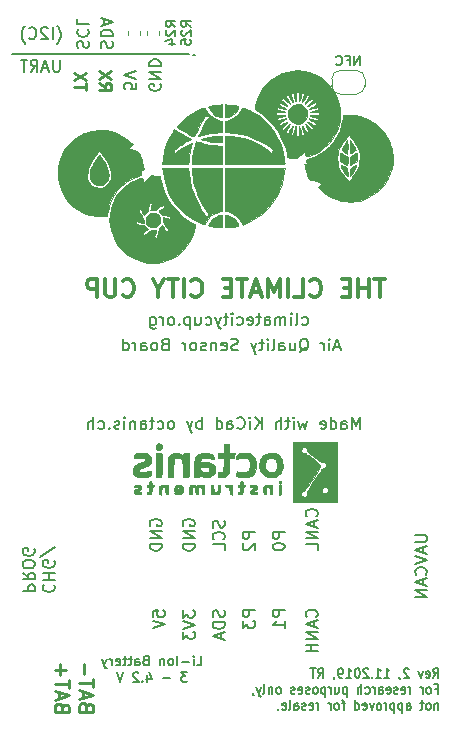
<source format=gbo>
G04 #@! TF.GenerationSoftware,KiCad,Pcbnew,(5.1.5-0-10_14)*
G04 #@! TF.CreationDate,2020-01-03T19:11:33+02:00*
G04 #@! TF.ProjectId,oibus-mini-CCC,6f696275-732d-46d6-996e-692d4343432e,rev?*
G04 #@! TF.SameCoordinates,Original*
G04 #@! TF.FileFunction,Legend,Bot*
G04 #@! TF.FilePolarity,Positive*
%FSLAX46Y46*%
G04 Gerber Fmt 4.6, Leading zero omitted, Abs format (unit mm)*
G04 Created by KiCad (PCBNEW (5.1.5-0-10_14)) date 2020-01-03 19:11:33*
%MOMM*%
%LPD*%
G04 APERTURE LIST*
%ADD10C,0.200000*%
%ADD11C,0.150000*%
%ADD12C,0.250000*%
%ADD13C,0.300000*%
%ADD14C,0.010000*%
%ADD15C,0.120000*%
%ADD16C,5.702000*%
%ADD17C,1.092600*%
%ADD18O,1.802000X1.802000*%
%ADD19R,1.802000X1.802000*%
%ADD20C,0.149860*%
%ADD21O,1.302000X1.852000*%
%ADD22C,1.552000*%
%ADD23O,2.002000X1.302000*%
%ADD24O,1.402000X0.902000*%
%ADD25C,1.626000*%
%ADD26C,0.802000*%
G04 APERTURE END LIST*
D10*
X2742857Y11361904D02*
X2695238Y11314285D01*
X2647619Y11171428D01*
X2647619Y11076190D01*
X2695238Y10933333D01*
X2790476Y10838095D01*
X2885714Y10790476D01*
X3076190Y10742857D01*
X3219047Y10742857D01*
X3409523Y10790476D01*
X3504761Y10838095D01*
X3599999Y10933333D01*
X3647619Y11076190D01*
X3647619Y11171428D01*
X3600000Y11314285D01*
X3552380Y11361904D01*
X2647619Y11790476D02*
X3647619Y11790476D01*
X3171428Y11790476D02*
X3171428Y12361904D01*
X2647619Y12361904D02*
X3647619Y12361904D01*
X3600000Y13361904D02*
X3647619Y13266666D01*
X3647619Y13123809D01*
X3600000Y12980952D01*
X3504761Y12885714D01*
X3409523Y12838095D01*
X3219047Y12790476D01*
X3076190Y12790476D01*
X2885714Y12838095D01*
X2790476Y12885714D01*
X2695238Y12980952D01*
X2647619Y13123809D01*
X2647619Y13219047D01*
X2695238Y13361904D01*
X2742857Y13409523D01*
X3076190Y13409523D01*
X3076190Y13219047D01*
X3695238Y14552380D02*
X2409523Y13695238D01*
X947619Y10814285D02*
X1947619Y10814285D01*
X1947619Y11195238D01*
X1899999Y11290476D01*
X1852380Y11338095D01*
X1757142Y11385714D01*
X1614285Y11385714D01*
X1519047Y11338095D01*
X1471428Y11290476D01*
X1423809Y11195238D01*
X1423809Y10814285D01*
X947619Y12385714D02*
X1423809Y12052380D01*
X947619Y11814285D02*
X1947619Y11814285D01*
X1947619Y12195238D01*
X1900000Y12290476D01*
X1852380Y12338095D01*
X1757142Y12385714D01*
X1614285Y12385714D01*
X1519047Y12338095D01*
X1471428Y12290476D01*
X1423809Y12195238D01*
X1423809Y11814285D01*
X1947619Y13004761D02*
X1947619Y13195238D01*
X1900000Y13290476D01*
X1804761Y13385714D01*
X1614285Y13433333D01*
X1280952Y13433333D01*
X1090476Y13385714D01*
X995238Y13290476D01*
X947619Y13195238D01*
X947619Y13004761D01*
X995238Y12909523D01*
X1090476Y12814285D01*
X1280952Y12766666D01*
X1614285Y12766666D01*
X1804761Y12814285D01*
X1900000Y12909523D01*
X1947619Y13004761D01*
X1900000Y14385714D02*
X1947619Y14290476D01*
X1947619Y14147619D01*
X1900000Y14004761D01*
X1804761Y13909523D01*
X1709523Y13861904D01*
X1519047Y13814285D01*
X1376190Y13814285D01*
X1185714Y13861904D01*
X1090476Y13909523D01*
X995238Y14004761D01*
X947619Y14147619D01*
X947619Y14242857D01*
X995238Y14385714D01*
X1042857Y14433333D01*
X1376190Y14433333D01*
X1376190Y14242857D01*
X34152380Y15545238D02*
X34961904Y15545238D01*
X35057142Y15497619D01*
X35104761Y15450000D01*
X35152380Y15354761D01*
X35152380Y15164285D01*
X35104761Y15069047D01*
X35057142Y15021428D01*
X34961904Y14973809D01*
X34152380Y14973809D01*
X34866666Y14545238D02*
X34866666Y14069047D01*
X35152380Y14640476D02*
X34152380Y14307142D01*
X35152380Y13973809D01*
X34152380Y13783333D02*
X35152380Y13450000D01*
X34152380Y13116666D01*
X35057142Y12211904D02*
X35104761Y12259523D01*
X35152380Y12402380D01*
X35152380Y12497619D01*
X35104761Y12640476D01*
X35009523Y12735714D01*
X34914285Y12783333D01*
X34723809Y12830952D01*
X34580952Y12830952D01*
X34390476Y12783333D01*
X34295238Y12735714D01*
X34200000Y12640476D01*
X34152380Y12497619D01*
X34152380Y12402380D01*
X34200000Y12259523D01*
X34247619Y12211904D01*
X34866666Y11830952D02*
X34866666Y11354761D01*
X35152380Y11926190D02*
X34152380Y11592857D01*
X35152380Y11259523D01*
X35152380Y10926190D02*
X34152380Y10926190D01*
X35152380Y10354761D01*
X34152380Y10354761D01*
X15671428Y4538095D02*
X16052380Y4538095D01*
X16052380Y5338095D01*
X15404761Y4538095D02*
X15404761Y5071428D01*
X15404761Y5338095D02*
X15442857Y5300000D01*
X15404761Y5261904D01*
X15366666Y5300000D01*
X15404761Y5338095D01*
X15404761Y5261904D01*
X15023809Y4842857D02*
X14414285Y4842857D01*
X14033333Y4538095D02*
X14033333Y5338095D01*
X13538095Y4538095D02*
X13614285Y4576190D01*
X13652380Y4614285D01*
X13690476Y4690476D01*
X13690476Y4919047D01*
X13652380Y4995238D01*
X13614285Y5033333D01*
X13538095Y5071428D01*
X13423809Y5071428D01*
X13347619Y5033333D01*
X13309523Y4995238D01*
X13271428Y4919047D01*
X13271428Y4690476D01*
X13309523Y4614285D01*
X13347619Y4576190D01*
X13423809Y4538095D01*
X13538095Y4538095D01*
X12928571Y5071428D02*
X12928571Y4538095D01*
X12928571Y4995238D02*
X12890476Y5033333D01*
X12814285Y5071428D01*
X12700000Y5071428D01*
X12623809Y5033333D01*
X12585714Y4957142D01*
X12585714Y4538095D01*
X11328571Y4957142D02*
X11214285Y4919047D01*
X11176190Y4880952D01*
X11138095Y4804761D01*
X11138095Y4690476D01*
X11176190Y4614285D01*
X11214285Y4576190D01*
X11290476Y4538095D01*
X11595238Y4538095D01*
X11595238Y5338095D01*
X11328571Y5338095D01*
X11252380Y5300000D01*
X11214285Y5261904D01*
X11176190Y5185714D01*
X11176190Y5109523D01*
X11214285Y5033333D01*
X11252380Y4995238D01*
X11328571Y4957142D01*
X11595238Y4957142D01*
X10452380Y4538095D02*
X10452380Y4957142D01*
X10490476Y5033333D01*
X10566666Y5071428D01*
X10719047Y5071428D01*
X10795238Y5033333D01*
X10452380Y4576190D02*
X10528571Y4538095D01*
X10719047Y4538095D01*
X10795238Y4576190D01*
X10833333Y4652380D01*
X10833333Y4728571D01*
X10795238Y4804761D01*
X10719047Y4842857D01*
X10528571Y4842857D01*
X10452380Y4880952D01*
X10185714Y5071428D02*
X9880952Y5071428D01*
X10071428Y5338095D02*
X10071428Y4652380D01*
X10033333Y4576190D01*
X9957142Y4538095D01*
X9880952Y4538095D01*
X9728571Y5071428D02*
X9423809Y5071428D01*
X9614285Y5338095D02*
X9614285Y4652380D01*
X9576190Y4576190D01*
X9500000Y4538095D01*
X9423809Y4538095D01*
X8852380Y4576190D02*
X8928571Y4538095D01*
X9080952Y4538095D01*
X9157142Y4576190D01*
X9195238Y4652380D01*
X9195238Y4957142D01*
X9157142Y5033333D01*
X9080952Y5071428D01*
X8928571Y5071428D01*
X8852380Y5033333D01*
X8814285Y4957142D01*
X8814285Y4880952D01*
X9195238Y4804761D01*
X8471428Y4538095D02*
X8471428Y5071428D01*
X8471428Y4919047D02*
X8433333Y4995238D01*
X8395238Y5033333D01*
X8319047Y5071428D01*
X8242857Y5071428D01*
X8052380Y5071428D02*
X7861904Y4538095D01*
X7671428Y5071428D02*
X7861904Y4538095D01*
X7938095Y4347619D01*
X7976190Y4309523D01*
X8052380Y4271428D01*
X14871428Y3938095D02*
X14376190Y3938095D01*
X14642857Y3633333D01*
X14528571Y3633333D01*
X14452380Y3595238D01*
X14414285Y3557142D01*
X14376190Y3480952D01*
X14376190Y3290476D01*
X14414285Y3214285D01*
X14452380Y3176190D01*
X14528571Y3138095D01*
X14757142Y3138095D01*
X14833333Y3176190D01*
X14871428Y3214285D01*
X13423809Y3442857D02*
X12814285Y3442857D01*
X11480952Y3671428D02*
X11480952Y3138095D01*
X11671428Y3976190D02*
X11861904Y3404761D01*
X11366666Y3404761D01*
X11061904Y3214285D02*
X11023809Y3176190D01*
X11061904Y3138095D01*
X11100000Y3176190D01*
X11061904Y3214285D01*
X11061904Y3138095D01*
X10719047Y3861904D02*
X10680952Y3900000D01*
X10604761Y3938095D01*
X10414285Y3938095D01*
X10338095Y3900000D01*
X10300000Y3861904D01*
X10261904Y3785714D01*
X10261904Y3709523D01*
X10300000Y3595238D01*
X10757142Y3138095D01*
X10261904Y3138095D01*
X9423809Y3938095D02*
X9157142Y3138095D01*
X8890476Y3938095D01*
X24614285Y33395238D02*
X24709523Y33347619D01*
X24900000Y33347619D01*
X24995238Y33395238D01*
X25042857Y33442857D01*
X25090476Y33538095D01*
X25090476Y33823809D01*
X25042857Y33919047D01*
X24995238Y33966666D01*
X24900000Y34014285D01*
X24709523Y34014285D01*
X24614285Y33966666D01*
X24042857Y33347619D02*
X24138095Y33395238D01*
X24185714Y33490476D01*
X24185714Y34347619D01*
X23661904Y33347619D02*
X23661904Y34014285D01*
X23661904Y34347619D02*
X23709523Y34300000D01*
X23661904Y34252380D01*
X23614285Y34300000D01*
X23661904Y34347619D01*
X23661904Y34252380D01*
X23185714Y33347619D02*
X23185714Y34014285D01*
X23185714Y33919047D02*
X23138095Y33966666D01*
X23042857Y34014285D01*
X22900000Y34014285D01*
X22804761Y33966666D01*
X22757142Y33871428D01*
X22757142Y33347619D01*
X22757142Y33871428D02*
X22709523Y33966666D01*
X22614285Y34014285D01*
X22471428Y34014285D01*
X22376190Y33966666D01*
X22328571Y33871428D01*
X22328571Y33347619D01*
X21423809Y33347619D02*
X21423809Y33871428D01*
X21471428Y33966666D01*
X21566666Y34014285D01*
X21757142Y34014285D01*
X21852380Y33966666D01*
X21423809Y33395238D02*
X21519047Y33347619D01*
X21757142Y33347619D01*
X21852380Y33395238D01*
X21900000Y33490476D01*
X21900000Y33585714D01*
X21852380Y33680952D01*
X21757142Y33728571D01*
X21519047Y33728571D01*
X21423809Y33776190D01*
X21090476Y34014285D02*
X20709523Y34014285D01*
X20947619Y34347619D02*
X20947619Y33490476D01*
X20900000Y33395238D01*
X20804761Y33347619D01*
X20709523Y33347619D01*
X19995238Y33395238D02*
X20090476Y33347619D01*
X20280952Y33347619D01*
X20376190Y33395238D01*
X20423809Y33490476D01*
X20423809Y33871428D01*
X20376190Y33966666D01*
X20280952Y34014285D01*
X20090476Y34014285D01*
X19995238Y33966666D01*
X19947619Y33871428D01*
X19947619Y33776190D01*
X20423809Y33680952D01*
X19090476Y33395238D02*
X19185714Y33347619D01*
X19376190Y33347619D01*
X19471428Y33395238D01*
X19519047Y33442857D01*
X19566666Y33538095D01*
X19566666Y33823809D01*
X19519047Y33919047D01*
X19471428Y33966666D01*
X19376190Y34014285D01*
X19185714Y34014285D01*
X19090476Y33966666D01*
X18661904Y33347619D02*
X18661904Y34014285D01*
X18661904Y34347619D02*
X18709523Y34300000D01*
X18661904Y34252380D01*
X18614285Y34300000D01*
X18661904Y34347619D01*
X18661904Y34252380D01*
X18328571Y34014285D02*
X17947619Y34014285D01*
X18185714Y34347619D02*
X18185714Y33490476D01*
X18138095Y33395238D01*
X18042857Y33347619D01*
X17947619Y33347619D01*
X17709523Y34014285D02*
X17471428Y33347619D01*
X17233333Y34014285D02*
X17471428Y33347619D01*
X17566666Y33109523D01*
X17614285Y33061904D01*
X17709523Y33014285D01*
X16423809Y33395238D02*
X16519047Y33347619D01*
X16709523Y33347619D01*
X16804761Y33395238D01*
X16852380Y33442857D01*
X16900000Y33538095D01*
X16900000Y33823809D01*
X16852380Y33919047D01*
X16804761Y33966666D01*
X16709523Y34014285D01*
X16519047Y34014285D01*
X16423809Y33966666D01*
X15566666Y34014285D02*
X15566666Y33347619D01*
X15995238Y34014285D02*
X15995238Y33490476D01*
X15947619Y33395238D01*
X15852380Y33347619D01*
X15709523Y33347619D01*
X15614285Y33395238D01*
X15566666Y33442857D01*
X15090476Y34014285D02*
X15090476Y33014285D01*
X15090476Y33966666D02*
X14995238Y34014285D01*
X14804761Y34014285D01*
X14709523Y33966666D01*
X14661904Y33919047D01*
X14614285Y33823809D01*
X14614285Y33538095D01*
X14661904Y33442857D01*
X14709523Y33395238D01*
X14804761Y33347619D01*
X14995238Y33347619D01*
X15090476Y33395238D01*
X14185714Y33442857D02*
X14138095Y33395238D01*
X14185714Y33347619D01*
X14233333Y33395238D01*
X14185714Y33442857D01*
X14185714Y33347619D01*
X13566666Y33347619D02*
X13661904Y33395238D01*
X13709523Y33442857D01*
X13757142Y33538095D01*
X13757142Y33823809D01*
X13709523Y33919047D01*
X13661904Y33966666D01*
X13566666Y34014285D01*
X13423809Y34014285D01*
X13328571Y33966666D01*
X13280952Y33919047D01*
X13233333Y33823809D01*
X13233333Y33538095D01*
X13280952Y33442857D01*
X13328571Y33395238D01*
X13423809Y33347619D01*
X13566666Y33347619D01*
X12804761Y33347619D02*
X12804761Y34014285D01*
X12804761Y33823809D02*
X12757142Y33919047D01*
X12709523Y33966666D01*
X12614285Y34014285D01*
X12519047Y34014285D01*
X11757142Y34014285D02*
X11757142Y33204761D01*
X11804761Y33109523D01*
X11852380Y33061904D01*
X11947619Y33014285D01*
X12090476Y33014285D01*
X12185714Y33061904D01*
X11757142Y33395238D02*
X11852380Y33347619D01*
X12042857Y33347619D01*
X12138095Y33395238D01*
X12185714Y33442857D01*
X12233333Y33538095D01*
X12233333Y33823809D01*
X12185714Y33919047D01*
X12138095Y33966666D01*
X12042857Y34014285D01*
X11852380Y34014285D01*
X11757142Y33966666D01*
X29500000Y24547619D02*
X29500000Y25547619D01*
X29166666Y24833333D01*
X28833333Y25547619D01*
X28833333Y24547619D01*
X27928571Y24547619D02*
X27928571Y25071428D01*
X27976190Y25166666D01*
X28071428Y25214285D01*
X28261904Y25214285D01*
X28357142Y25166666D01*
X27928571Y24595238D02*
X28023809Y24547619D01*
X28261904Y24547619D01*
X28357142Y24595238D01*
X28404761Y24690476D01*
X28404761Y24785714D01*
X28357142Y24880952D01*
X28261904Y24928571D01*
X28023809Y24928571D01*
X27928571Y24976190D01*
X27023809Y24547619D02*
X27023809Y25547619D01*
X27023809Y24595238D02*
X27119047Y24547619D01*
X27309523Y24547619D01*
X27404761Y24595238D01*
X27452380Y24642857D01*
X27500000Y24738095D01*
X27500000Y25023809D01*
X27452380Y25119047D01*
X27404761Y25166666D01*
X27309523Y25214285D01*
X27119047Y25214285D01*
X27023809Y25166666D01*
X26166666Y24595238D02*
X26261904Y24547619D01*
X26452380Y24547619D01*
X26547619Y24595238D01*
X26595238Y24690476D01*
X26595238Y25071428D01*
X26547619Y25166666D01*
X26452380Y25214285D01*
X26261904Y25214285D01*
X26166666Y25166666D01*
X26119047Y25071428D01*
X26119047Y24976190D01*
X26595238Y24880952D01*
X25023809Y25214285D02*
X24833333Y24547619D01*
X24642857Y25023809D01*
X24452380Y24547619D01*
X24261904Y25214285D01*
X23880952Y24547619D02*
X23880952Y25214285D01*
X23880952Y25547619D02*
X23928571Y25500000D01*
X23880952Y25452380D01*
X23833333Y25500000D01*
X23880952Y25547619D01*
X23880952Y25452380D01*
X23547619Y25214285D02*
X23166666Y25214285D01*
X23404761Y25547619D02*
X23404761Y24690476D01*
X23357142Y24595238D01*
X23261904Y24547619D01*
X23166666Y24547619D01*
X22833333Y24547619D02*
X22833333Y25547619D01*
X22404761Y24547619D02*
X22404761Y25071428D01*
X22452380Y25166666D01*
X22547619Y25214285D01*
X22690476Y25214285D01*
X22785714Y25166666D01*
X22833333Y25119047D01*
X21166666Y24547619D02*
X21166666Y25547619D01*
X20595238Y24547619D02*
X21023809Y25119047D01*
X20595238Y25547619D02*
X21166666Y24976190D01*
X20166666Y24547619D02*
X20166666Y25214285D01*
X20166666Y25547619D02*
X20214285Y25500000D01*
X20166666Y25452380D01*
X20119047Y25500000D01*
X20166666Y25547619D01*
X20166666Y25452380D01*
X19119047Y24642857D02*
X19166666Y24595238D01*
X19309523Y24547619D01*
X19404761Y24547619D01*
X19547619Y24595238D01*
X19642857Y24690476D01*
X19690476Y24785714D01*
X19738095Y24976190D01*
X19738095Y25119047D01*
X19690476Y25309523D01*
X19642857Y25404761D01*
X19547619Y25500000D01*
X19404761Y25547619D01*
X19309523Y25547619D01*
X19166666Y25500000D01*
X19119047Y25452380D01*
X18261904Y24547619D02*
X18261904Y25071428D01*
X18309523Y25166666D01*
X18404761Y25214285D01*
X18595238Y25214285D01*
X18690476Y25166666D01*
X18261904Y24595238D02*
X18357142Y24547619D01*
X18595238Y24547619D01*
X18690476Y24595238D01*
X18738095Y24690476D01*
X18738095Y24785714D01*
X18690476Y24880952D01*
X18595238Y24928571D01*
X18357142Y24928571D01*
X18261904Y24976190D01*
X17357142Y24547619D02*
X17357142Y25547619D01*
X17357142Y24595238D02*
X17452380Y24547619D01*
X17642857Y24547619D01*
X17738095Y24595238D01*
X17785714Y24642857D01*
X17833333Y24738095D01*
X17833333Y25023809D01*
X17785714Y25119047D01*
X17738095Y25166666D01*
X17642857Y25214285D01*
X17452380Y25214285D01*
X17357142Y25166666D01*
X16119047Y24547619D02*
X16119047Y25547619D01*
X16119047Y25166666D02*
X16023809Y25214285D01*
X15833333Y25214285D01*
X15738095Y25166666D01*
X15690476Y25119047D01*
X15642857Y25023809D01*
X15642857Y24738095D01*
X15690476Y24642857D01*
X15738095Y24595238D01*
X15833333Y24547619D01*
X16023809Y24547619D01*
X16119047Y24595238D01*
X15309523Y25214285D02*
X15071428Y24547619D01*
X14833333Y25214285D02*
X15071428Y24547619D01*
X15166666Y24309523D01*
X15214285Y24261904D01*
X15309523Y24214285D01*
X13547619Y24547619D02*
X13642857Y24595238D01*
X13690476Y24642857D01*
X13738095Y24738095D01*
X13738095Y25023809D01*
X13690476Y25119047D01*
X13642857Y25166666D01*
X13547619Y25214285D01*
X13404761Y25214285D01*
X13309523Y25166666D01*
X13261904Y25119047D01*
X13214285Y25023809D01*
X13214285Y24738095D01*
X13261904Y24642857D01*
X13309523Y24595238D01*
X13404761Y24547619D01*
X13547619Y24547619D01*
X12357142Y24595238D02*
X12452380Y24547619D01*
X12642857Y24547619D01*
X12738095Y24595238D01*
X12785714Y24642857D01*
X12833333Y24738095D01*
X12833333Y25023809D01*
X12785714Y25119047D01*
X12738095Y25166666D01*
X12642857Y25214285D01*
X12452380Y25214285D01*
X12357142Y25166666D01*
X12071428Y25214285D02*
X11690476Y25214285D01*
X11928571Y25547619D02*
X11928571Y24690476D01*
X11880952Y24595238D01*
X11785714Y24547619D01*
X11690476Y24547619D01*
X10928571Y24547619D02*
X10928571Y25071428D01*
X10976190Y25166666D01*
X11071428Y25214285D01*
X11261904Y25214285D01*
X11357142Y25166666D01*
X10928571Y24595238D02*
X11023809Y24547619D01*
X11261904Y24547619D01*
X11357142Y24595238D01*
X11404761Y24690476D01*
X11404761Y24785714D01*
X11357142Y24880952D01*
X11261904Y24928571D01*
X11023809Y24928571D01*
X10928571Y24976190D01*
X10452380Y25214285D02*
X10452380Y24547619D01*
X10452380Y25119047D02*
X10404761Y25166666D01*
X10309523Y25214285D01*
X10166666Y25214285D01*
X10071428Y25166666D01*
X10023809Y25071428D01*
X10023809Y24547619D01*
X9547619Y24547619D02*
X9547619Y25214285D01*
X9547619Y25547619D02*
X9595238Y25500000D01*
X9547619Y25452380D01*
X9500000Y25500000D01*
X9547619Y25547619D01*
X9547619Y25452380D01*
X9119047Y24595238D02*
X9023809Y24547619D01*
X8833333Y24547619D01*
X8738095Y24595238D01*
X8690476Y24690476D01*
X8690476Y24738095D01*
X8738095Y24833333D01*
X8833333Y24880952D01*
X8976190Y24880952D01*
X9071428Y24928571D01*
X9119047Y25023809D01*
X9119047Y25071428D01*
X9071428Y25166666D01*
X8976190Y25214285D01*
X8833333Y25214285D01*
X8738095Y25166666D01*
X8261904Y24642857D02*
X8214285Y24595238D01*
X8261904Y24547619D01*
X8309523Y24595238D01*
X8261904Y24642857D01*
X8261904Y24547619D01*
X7357142Y24595238D02*
X7452380Y24547619D01*
X7642857Y24547619D01*
X7738095Y24595238D01*
X7785714Y24642857D01*
X7833333Y24738095D01*
X7833333Y25023809D01*
X7785714Y25119047D01*
X7738095Y25166666D01*
X7642857Y25214285D01*
X7452380Y25214285D01*
X7357142Y25166666D01*
X6928571Y24547619D02*
X6928571Y25547619D01*
X6500000Y24547619D02*
X6500000Y25071428D01*
X6547619Y25166666D01*
X6642857Y25214285D01*
X6785714Y25214285D01*
X6880952Y25166666D01*
X6928571Y25119047D01*
X4095238Y55797619D02*
X4095238Y54988095D01*
X4047619Y54892857D01*
X4000000Y54845238D01*
X3904761Y54797619D01*
X3714285Y54797619D01*
X3619047Y54845238D01*
X3571428Y54892857D01*
X3523809Y54988095D01*
X3523809Y55797619D01*
X3095238Y55083333D02*
X2619047Y55083333D01*
X3190476Y54797619D02*
X2857142Y55797619D01*
X2523809Y54797619D01*
X1619047Y54797619D02*
X1952380Y55273809D01*
X2190476Y54797619D02*
X2190476Y55797619D01*
X1809523Y55797619D01*
X1714285Y55750000D01*
X1666666Y55702380D01*
X1619047Y55607142D01*
X1619047Y55464285D01*
X1666666Y55369047D01*
X1714285Y55321428D01*
X1809523Y55273809D01*
X2190476Y55273809D01*
X1333333Y55797619D02*
X761904Y55797619D01*
X1047619Y54797619D02*
X1047619Y55797619D01*
D11*
X15400000Y56200000D02*
X15500000Y56200000D01*
X0Y56250000D02*
X15000000Y56250000D01*
D10*
X7595238Y56785714D02*
X7547619Y56928571D01*
X7547619Y57166666D01*
X7595238Y57261904D01*
X7642857Y57309523D01*
X7738095Y57357142D01*
X7833333Y57357142D01*
X7928571Y57309523D01*
X7976190Y57261904D01*
X8023809Y57166666D01*
X8071428Y56976190D01*
X8119047Y56880952D01*
X8166666Y56833333D01*
X8261904Y56785714D01*
X8357142Y56785714D01*
X8452380Y56833333D01*
X8500000Y56880952D01*
X8547619Y56976190D01*
X8547619Y57214285D01*
X8500000Y57357142D01*
X7547619Y57785714D02*
X8547619Y57785714D01*
X8547619Y58023809D01*
X8500000Y58166666D01*
X8404761Y58261904D01*
X8309523Y58309523D01*
X8119047Y58357142D01*
X7976190Y58357142D01*
X7785714Y58309523D01*
X7690476Y58261904D01*
X7595238Y58166666D01*
X7547619Y58023809D01*
X7547619Y57785714D01*
X7833333Y58738095D02*
X7833333Y59214285D01*
X7547619Y58642857D02*
X8547619Y58976190D01*
X7547619Y59309523D01*
D12*
X7437619Y53833333D02*
X7913809Y53500000D01*
X7437619Y53261904D02*
X8437619Y53261904D01*
X8437619Y53642857D01*
X8390000Y53738095D01*
X8342380Y53785714D01*
X8247142Y53833333D01*
X8104285Y53833333D01*
X8009047Y53785714D01*
X7961428Y53738095D01*
X7913809Y53642857D01*
X7913809Y53261904D01*
X8437619Y54166666D02*
X7437619Y54833333D01*
X8437619Y54833333D02*
X7437619Y54166666D01*
D10*
X3857142Y57166666D02*
X3904761Y57214285D01*
X3999999Y57357142D01*
X4047619Y57452380D01*
X4095238Y57595238D01*
X4142857Y57833333D01*
X4142857Y58023809D01*
X4095238Y58261904D01*
X4047619Y58404761D01*
X3999999Y58500000D01*
X3904761Y58642857D01*
X3857142Y58690476D01*
X3476190Y57547619D02*
X3476190Y58547619D01*
X3047619Y58452380D02*
X3000000Y58500000D01*
X2904761Y58547619D01*
X2666666Y58547619D01*
X2571428Y58500000D01*
X2523809Y58452380D01*
X2476190Y58357142D01*
X2476190Y58261904D01*
X2523809Y58119047D01*
X3095238Y57547619D01*
X2476190Y57547619D01*
X1476190Y57642857D02*
X1523809Y57595238D01*
X1666666Y57547619D01*
X1761904Y57547619D01*
X1904761Y57595238D01*
X1999999Y57690476D01*
X2047619Y57785714D01*
X2095238Y57976190D01*
X2095238Y58119047D01*
X2047619Y58309523D01*
X1999999Y58404761D01*
X1904761Y58500000D01*
X1761904Y58547619D01*
X1666666Y58547619D01*
X1523809Y58500000D01*
X1476190Y58452380D01*
X1142857Y57166666D02*
X1095238Y57214285D01*
X999999Y57357142D01*
X952380Y57452380D01*
X904761Y57595238D01*
X857142Y57833333D01*
X857142Y58023809D01*
X904761Y58261904D01*
X952380Y58404761D01*
X999999Y58500000D01*
X1095238Y58642857D01*
X1142857Y58690476D01*
D13*
X31578571Y37221428D02*
X30721428Y37221428D01*
X31150000Y35721428D02*
X31150000Y37221428D01*
X30221428Y35721428D02*
X30221428Y37221428D01*
X30221428Y36507142D02*
X29364285Y36507142D01*
X29364285Y35721428D02*
X29364285Y37221428D01*
X28650000Y36507142D02*
X28150000Y36507142D01*
X27935714Y35721428D02*
X28650000Y35721428D01*
X28650000Y37221428D01*
X27935714Y37221428D01*
X25292857Y35864285D02*
X25364285Y35792857D01*
X25578571Y35721428D01*
X25721428Y35721428D01*
X25935714Y35792857D01*
X26078571Y35935714D01*
X26150000Y36078571D01*
X26221428Y36364285D01*
X26221428Y36578571D01*
X26150000Y36864285D01*
X26078571Y37007142D01*
X25935714Y37150000D01*
X25721428Y37221428D01*
X25578571Y37221428D01*
X25364285Y37150000D01*
X25292857Y37078571D01*
X23935714Y35721428D02*
X24650000Y35721428D01*
X24650000Y37221428D01*
X23435714Y35721428D02*
X23435714Y37221428D01*
X22721428Y35721428D02*
X22721428Y37221428D01*
X22221428Y36150000D01*
X21721428Y37221428D01*
X21721428Y35721428D01*
X21078571Y36150000D02*
X20364285Y36150000D01*
X21221428Y35721428D02*
X20721428Y37221428D01*
X20221428Y35721428D01*
X19935714Y37221428D02*
X19078571Y37221428D01*
X19507142Y35721428D02*
X19507142Y37221428D01*
X18578571Y36507142D02*
X18078571Y36507142D01*
X17864285Y35721428D02*
X18578571Y35721428D01*
X18578571Y37221428D01*
X17864285Y37221428D01*
X15221428Y35864285D02*
X15292857Y35792857D01*
X15507142Y35721428D01*
X15650000Y35721428D01*
X15864285Y35792857D01*
X16007142Y35935714D01*
X16078571Y36078571D01*
X16150000Y36364285D01*
X16150000Y36578571D01*
X16078571Y36864285D01*
X16007142Y37007142D01*
X15864285Y37150000D01*
X15650000Y37221428D01*
X15507142Y37221428D01*
X15292857Y37150000D01*
X15221428Y37078571D01*
X14578571Y35721428D02*
X14578571Y37221428D01*
X14078571Y37221428D02*
X13221428Y37221428D01*
X13650000Y35721428D02*
X13650000Y37221428D01*
X12435714Y36435714D02*
X12435714Y35721428D01*
X12935714Y37221428D02*
X12435714Y36435714D01*
X11935714Y37221428D01*
X9435714Y35864285D02*
X9507142Y35792857D01*
X9721428Y35721428D01*
X9864285Y35721428D01*
X10078571Y35792857D01*
X10221428Y35935714D01*
X10292857Y36078571D01*
X10364285Y36364285D01*
X10364285Y36578571D01*
X10292857Y36864285D01*
X10221428Y37007142D01*
X10078571Y37150000D01*
X9864285Y37221428D01*
X9721428Y37221428D01*
X9507142Y37150000D01*
X9435714Y37078571D01*
X8792857Y37221428D02*
X8792857Y36007142D01*
X8721428Y35864285D01*
X8650000Y35792857D01*
X8507142Y35721428D01*
X8221428Y35721428D01*
X8078571Y35792857D01*
X8007142Y35864285D01*
X7935714Y36007142D01*
X7935714Y37221428D01*
X7221428Y35721428D02*
X7221428Y37221428D01*
X6650000Y37221428D01*
X6507142Y37150000D01*
X6435714Y37078571D01*
X6364285Y36935714D01*
X6364285Y36721428D01*
X6435714Y36578571D01*
X6507142Y36507142D01*
X6650000Y36435714D01*
X7221428Y36435714D01*
D10*
X10547619Y53809523D02*
X10547619Y53333333D01*
X10071428Y53285714D01*
X10119047Y53333333D01*
X10166666Y53428571D01*
X10166666Y53666666D01*
X10119047Y53761904D01*
X10071428Y53809523D01*
X9976190Y53857142D01*
X9738095Y53857142D01*
X9642857Y53809523D01*
X9595238Y53761904D01*
X9547619Y53666666D01*
X9547619Y53428571D01*
X9595238Y53333333D01*
X9642857Y53285714D01*
X10547619Y54142857D02*
X9547619Y54476190D01*
X10547619Y54809523D01*
D12*
X6297619Y53238095D02*
X6297619Y53809523D01*
X5297619Y53523809D02*
X6297619Y53523809D01*
X6297619Y54047619D02*
X5297619Y54714285D01*
X6297619Y54714285D02*
X5297619Y54047619D01*
D10*
X12600000Y53738095D02*
X12647619Y53642857D01*
X12647619Y53500000D01*
X12600000Y53357142D01*
X12504761Y53261904D01*
X12409523Y53214285D01*
X12219047Y53166666D01*
X12076190Y53166666D01*
X11885714Y53214285D01*
X11790476Y53261904D01*
X11695238Y53357142D01*
X11647619Y53500000D01*
X11647619Y53595238D01*
X11695238Y53738095D01*
X11742857Y53785714D01*
X12076190Y53785714D01*
X12076190Y53595238D01*
X11647619Y54214285D02*
X12647619Y54214285D01*
X11647619Y54785714D01*
X12647619Y54785714D01*
X11647619Y55261904D02*
X12647619Y55261904D01*
X12647619Y55500000D01*
X12600000Y55642857D01*
X12504761Y55738095D01*
X12409523Y55785714D01*
X12219047Y55833333D01*
X12076190Y55833333D01*
X11885714Y55785714D01*
X11790476Y55738095D01*
X11695238Y55642857D01*
X11647619Y55500000D01*
X11647619Y55261904D01*
D12*
X6335714Y1021428D02*
X6278571Y1192857D01*
X6221428Y1250000D01*
X6107142Y1307142D01*
X5935714Y1307142D01*
X5821428Y1250000D01*
X5764285Y1192857D01*
X5707142Y1078571D01*
X5707142Y621428D01*
X6907142Y621428D01*
X6907142Y1021428D01*
X6850000Y1135714D01*
X6792857Y1192857D01*
X6678571Y1250000D01*
X6564285Y1250000D01*
X6450000Y1192857D01*
X6392857Y1135714D01*
X6335714Y1021428D01*
X6335714Y621428D01*
X6050000Y1764285D02*
X6050000Y2335714D01*
X5707142Y1650000D02*
X6907142Y2050000D01*
X5707142Y2450000D01*
X6907142Y2678571D02*
X6907142Y3364285D01*
X5707142Y3021428D02*
X6907142Y3021428D01*
X6164285Y3764285D02*
X6164285Y4678571D01*
X4285714Y971428D02*
X4228571Y1142857D01*
X4171428Y1200000D01*
X4057142Y1257142D01*
X3885714Y1257142D01*
X3771428Y1200000D01*
X3714285Y1142857D01*
X3657142Y1028571D01*
X3657142Y571428D01*
X4857142Y571428D01*
X4857142Y971428D01*
X4800000Y1085714D01*
X4742857Y1142857D01*
X4628571Y1200000D01*
X4514285Y1200000D01*
X4400000Y1142857D01*
X4342857Y1085714D01*
X4285714Y971428D01*
X4285714Y571428D01*
X4000000Y1714285D02*
X4000000Y2285714D01*
X3657142Y1600000D02*
X4857142Y2000000D01*
X3657142Y2400000D01*
X4857142Y2628571D02*
X4857142Y3314285D01*
X3657142Y2971428D02*
X4857142Y2971428D01*
X4114285Y3714285D02*
X4114285Y4628571D01*
X3657142Y4171428D02*
X4571428Y4171428D01*
D10*
X5595238Y56809523D02*
X5547619Y56952380D01*
X5547619Y57190476D01*
X5595238Y57285714D01*
X5642857Y57333333D01*
X5738095Y57380952D01*
X5833333Y57380952D01*
X5928571Y57333333D01*
X5976190Y57285714D01*
X6023809Y57190476D01*
X6071428Y57000000D01*
X6119047Y56904761D01*
X6166666Y56857142D01*
X6261904Y56809523D01*
X6357142Y56809523D01*
X6452380Y56857142D01*
X6500000Y56904761D01*
X6547619Y57000000D01*
X6547619Y57238095D01*
X6500000Y57380952D01*
X5642857Y58380952D02*
X5595238Y58333333D01*
X5547619Y58190476D01*
X5547619Y58095238D01*
X5595238Y57952380D01*
X5690476Y57857142D01*
X5785714Y57809523D01*
X5976190Y57761904D01*
X6119047Y57761904D01*
X6309523Y57809523D01*
X6404761Y57857142D01*
X6500000Y57952380D01*
X6547619Y58095238D01*
X6547619Y58190476D01*
X6500000Y58333333D01*
X6452380Y58380952D01*
X5547619Y59285714D02*
X5547619Y58809523D01*
X6547619Y58809523D01*
D11*
X35695357Y3488095D02*
X35945357Y3869047D01*
X36123928Y3488095D02*
X36123928Y4288095D01*
X35838214Y4288095D01*
X35766785Y4250000D01*
X35731071Y4211904D01*
X35695357Y4135714D01*
X35695357Y4021428D01*
X35731071Y3945238D01*
X35766785Y3907142D01*
X35838214Y3869047D01*
X36123928Y3869047D01*
X35088214Y3526190D02*
X35159642Y3488095D01*
X35302500Y3488095D01*
X35373928Y3526190D01*
X35409642Y3602380D01*
X35409642Y3907142D01*
X35373928Y3983333D01*
X35302500Y4021428D01*
X35159642Y4021428D01*
X35088214Y3983333D01*
X35052500Y3907142D01*
X35052500Y3830952D01*
X35409642Y3754761D01*
X34802500Y4021428D02*
X34623928Y3488095D01*
X34445357Y4021428D01*
X33623928Y4211904D02*
X33588214Y4250000D01*
X33516785Y4288095D01*
X33338214Y4288095D01*
X33266785Y4250000D01*
X33231071Y4211904D01*
X33195357Y4135714D01*
X33195357Y4059523D01*
X33231071Y3945238D01*
X33659642Y3488095D01*
X33195357Y3488095D01*
X32838214Y3526190D02*
X32838214Y3488095D01*
X32873928Y3411904D01*
X32909642Y3373809D01*
X31552500Y3488095D02*
X31981071Y3488095D01*
X31766785Y3488095D02*
X31766785Y4288095D01*
X31838214Y4173809D01*
X31909642Y4097619D01*
X31981071Y4059523D01*
X30838214Y3488095D02*
X31266785Y3488095D01*
X31052499Y3488095D02*
X31052499Y4288095D01*
X31123928Y4173809D01*
X31195357Y4097619D01*
X31266785Y4059523D01*
X30516785Y3564285D02*
X30481071Y3526190D01*
X30516785Y3488095D01*
X30552499Y3526190D01*
X30516785Y3564285D01*
X30516785Y3488095D01*
X30195357Y4211904D02*
X30159642Y4250000D01*
X30088214Y4288095D01*
X29909642Y4288095D01*
X29838214Y4250000D01*
X29802499Y4211904D01*
X29766785Y4135714D01*
X29766785Y4059523D01*
X29802499Y3945238D01*
X30231071Y3488095D01*
X29766785Y3488095D01*
X29302499Y4288095D02*
X29231071Y4288095D01*
X29159642Y4250000D01*
X29123928Y4211904D01*
X29088214Y4135714D01*
X29052499Y3983333D01*
X29052499Y3792857D01*
X29088214Y3640476D01*
X29123928Y3564285D01*
X29159642Y3526190D01*
X29231071Y3488095D01*
X29302499Y3488095D01*
X29373928Y3526190D01*
X29409642Y3564285D01*
X29445357Y3640476D01*
X29481071Y3792857D01*
X29481071Y3983333D01*
X29445357Y4135714D01*
X29409642Y4211904D01*
X29373928Y4250000D01*
X29302499Y4288095D01*
X28338214Y3488095D02*
X28766785Y3488095D01*
X28552499Y3488095D02*
X28552499Y4288095D01*
X28623928Y4173809D01*
X28695357Y4097619D01*
X28766785Y4059523D01*
X27981071Y3488095D02*
X27838214Y3488095D01*
X27766785Y3526190D01*
X27731071Y3564285D01*
X27659642Y3678571D01*
X27623928Y3830952D01*
X27623928Y4135714D01*
X27659642Y4211904D01*
X27695357Y4250000D01*
X27766785Y4288095D01*
X27909642Y4288095D01*
X27981071Y4250000D01*
X28016785Y4211904D01*
X28052499Y4135714D01*
X28052499Y3945238D01*
X28016785Y3869047D01*
X27981071Y3830952D01*
X27909642Y3792857D01*
X27766785Y3792857D01*
X27695357Y3830952D01*
X27659642Y3869047D01*
X27623928Y3945238D01*
X27266785Y3526190D02*
X27266785Y3488095D01*
X27302499Y3411904D01*
X27338214Y3373809D01*
X25945357Y3488095D02*
X26195357Y3869047D01*
X26373928Y3488095D02*
X26373928Y4288095D01*
X26088214Y4288095D01*
X26016785Y4250000D01*
X25981071Y4211904D01*
X25945357Y4135714D01*
X25945357Y4021428D01*
X25981071Y3945238D01*
X26016785Y3907142D01*
X26088214Y3869047D01*
X26373928Y3869047D01*
X25731071Y4288095D02*
X25302499Y4288095D01*
X25516785Y3488095D02*
X25516785Y4288095D01*
X35873928Y2557142D02*
X36123928Y2557142D01*
X36123928Y2138095D02*
X36123928Y2938095D01*
X35766785Y2938095D01*
X35373928Y2138095D02*
X35445357Y2176190D01*
X35481071Y2214285D01*
X35516785Y2290476D01*
X35516785Y2519047D01*
X35481071Y2595238D01*
X35445357Y2633333D01*
X35373928Y2671428D01*
X35266785Y2671428D01*
X35195357Y2633333D01*
X35159642Y2595238D01*
X35123928Y2519047D01*
X35123928Y2290476D01*
X35159642Y2214285D01*
X35195357Y2176190D01*
X35266785Y2138095D01*
X35373928Y2138095D01*
X34802500Y2138095D02*
X34802500Y2671428D01*
X34802500Y2519047D02*
X34766785Y2595238D01*
X34731071Y2633333D01*
X34659642Y2671428D01*
X34588214Y2671428D01*
X33766785Y2138095D02*
X33766785Y2671428D01*
X33766785Y2519047D02*
X33731071Y2595238D01*
X33695357Y2633333D01*
X33623928Y2671428D01*
X33552500Y2671428D01*
X33016785Y2176190D02*
X33088214Y2138095D01*
X33231071Y2138095D01*
X33302500Y2176190D01*
X33338214Y2252380D01*
X33338214Y2557142D01*
X33302500Y2633333D01*
X33231071Y2671428D01*
X33088214Y2671428D01*
X33016785Y2633333D01*
X32981071Y2557142D01*
X32981071Y2480952D01*
X33338214Y2404761D01*
X32695357Y2176190D02*
X32623928Y2138095D01*
X32481071Y2138095D01*
X32409642Y2176190D01*
X32373928Y2252380D01*
X32373928Y2290476D01*
X32409642Y2366666D01*
X32481071Y2404761D01*
X32588214Y2404761D01*
X32659642Y2442857D01*
X32695357Y2519047D01*
X32695357Y2557142D01*
X32659642Y2633333D01*
X32588214Y2671428D01*
X32481071Y2671428D01*
X32409642Y2633333D01*
X31766785Y2176190D02*
X31838214Y2138095D01*
X31981071Y2138095D01*
X32052500Y2176190D01*
X32088214Y2252380D01*
X32088214Y2557142D01*
X32052500Y2633333D01*
X31981071Y2671428D01*
X31838214Y2671428D01*
X31766785Y2633333D01*
X31731071Y2557142D01*
X31731071Y2480952D01*
X32088214Y2404761D01*
X31088214Y2138095D02*
X31088214Y2557142D01*
X31123928Y2633333D01*
X31195357Y2671428D01*
X31338214Y2671428D01*
X31409642Y2633333D01*
X31088214Y2176190D02*
X31159642Y2138095D01*
X31338214Y2138095D01*
X31409642Y2176190D01*
X31445357Y2252380D01*
X31445357Y2328571D01*
X31409642Y2404761D01*
X31338214Y2442857D01*
X31159642Y2442857D01*
X31088214Y2480952D01*
X30731071Y2138095D02*
X30731071Y2671428D01*
X30731071Y2519047D02*
X30695357Y2595238D01*
X30659642Y2633333D01*
X30588214Y2671428D01*
X30516785Y2671428D01*
X29945357Y2176190D02*
X30016785Y2138095D01*
X30159642Y2138095D01*
X30231071Y2176190D01*
X30266785Y2214285D01*
X30302499Y2290476D01*
X30302499Y2519047D01*
X30266785Y2595238D01*
X30231071Y2633333D01*
X30159642Y2671428D01*
X30016785Y2671428D01*
X29945357Y2633333D01*
X29623928Y2138095D02*
X29623928Y2938095D01*
X29302499Y2138095D02*
X29302499Y2557142D01*
X29338214Y2633333D01*
X29409642Y2671428D01*
X29516785Y2671428D01*
X29588214Y2633333D01*
X29623928Y2595238D01*
X28373928Y2671428D02*
X28373928Y1871428D01*
X28373928Y2633333D02*
X28302499Y2671428D01*
X28159642Y2671428D01*
X28088214Y2633333D01*
X28052499Y2595238D01*
X28016785Y2519047D01*
X28016785Y2290476D01*
X28052499Y2214285D01*
X28088214Y2176190D01*
X28159642Y2138095D01*
X28302499Y2138095D01*
X28373928Y2176190D01*
X27373928Y2671428D02*
X27373928Y2138095D01*
X27695357Y2671428D02*
X27695357Y2252380D01*
X27659642Y2176190D01*
X27588214Y2138095D01*
X27481071Y2138095D01*
X27409642Y2176190D01*
X27373928Y2214285D01*
X27016785Y2138095D02*
X27016785Y2671428D01*
X27016785Y2519047D02*
X26981071Y2595238D01*
X26945357Y2633333D01*
X26873928Y2671428D01*
X26802499Y2671428D01*
X26552499Y2671428D02*
X26552499Y1871428D01*
X26552499Y2633333D02*
X26481071Y2671428D01*
X26338214Y2671428D01*
X26266785Y2633333D01*
X26231071Y2595238D01*
X26195357Y2519047D01*
X26195357Y2290476D01*
X26231071Y2214285D01*
X26266785Y2176190D01*
X26338214Y2138095D01*
X26481071Y2138095D01*
X26552499Y2176190D01*
X25766785Y2138095D02*
X25838214Y2176190D01*
X25873928Y2214285D01*
X25909642Y2290476D01*
X25909642Y2519047D01*
X25873928Y2595238D01*
X25838214Y2633333D01*
X25766785Y2671428D01*
X25659642Y2671428D01*
X25588214Y2633333D01*
X25552499Y2595238D01*
X25516785Y2519047D01*
X25516785Y2290476D01*
X25552499Y2214285D01*
X25588214Y2176190D01*
X25659642Y2138095D01*
X25766785Y2138095D01*
X25231071Y2176190D02*
X25159642Y2138095D01*
X25016785Y2138095D01*
X24945357Y2176190D01*
X24909642Y2252380D01*
X24909642Y2290476D01*
X24945357Y2366666D01*
X25016785Y2404761D01*
X25123928Y2404761D01*
X25195357Y2442857D01*
X25231071Y2519047D01*
X25231071Y2557142D01*
X25195357Y2633333D01*
X25123928Y2671428D01*
X25016785Y2671428D01*
X24945357Y2633333D01*
X24302499Y2176190D02*
X24373928Y2138095D01*
X24516785Y2138095D01*
X24588214Y2176190D01*
X24623928Y2252380D01*
X24623928Y2557142D01*
X24588214Y2633333D01*
X24516785Y2671428D01*
X24373928Y2671428D01*
X24302499Y2633333D01*
X24266785Y2557142D01*
X24266785Y2480952D01*
X24623928Y2404761D01*
X23981071Y2176190D02*
X23909642Y2138095D01*
X23766785Y2138095D01*
X23695357Y2176190D01*
X23659642Y2252380D01*
X23659642Y2290476D01*
X23695357Y2366666D01*
X23766785Y2404761D01*
X23873928Y2404761D01*
X23945357Y2442857D01*
X23981071Y2519047D01*
X23981071Y2557142D01*
X23945357Y2633333D01*
X23873928Y2671428D01*
X23766785Y2671428D01*
X23695357Y2633333D01*
X22659642Y2138095D02*
X22731071Y2176190D01*
X22766785Y2214285D01*
X22802499Y2290476D01*
X22802499Y2519047D01*
X22766785Y2595238D01*
X22731071Y2633333D01*
X22659642Y2671428D01*
X22552499Y2671428D01*
X22481071Y2633333D01*
X22445357Y2595238D01*
X22409642Y2519047D01*
X22409642Y2290476D01*
X22445357Y2214285D01*
X22481071Y2176190D01*
X22552499Y2138095D01*
X22659642Y2138095D01*
X22088214Y2671428D02*
X22088214Y2138095D01*
X22088214Y2595238D02*
X22052499Y2633333D01*
X21981071Y2671428D01*
X21873928Y2671428D01*
X21802499Y2633333D01*
X21766785Y2557142D01*
X21766785Y2138095D01*
X21302499Y2138095D02*
X21373928Y2176190D01*
X21409642Y2252380D01*
X21409642Y2938095D01*
X21088214Y2671428D02*
X20909642Y2138095D01*
X20731071Y2671428D02*
X20909642Y2138095D01*
X20981071Y1947619D01*
X21016785Y1909523D01*
X21088214Y1871428D01*
X20409642Y2176190D02*
X20409642Y2138095D01*
X20445357Y2061904D01*
X20481071Y2023809D01*
X36123928Y1321428D02*
X36123928Y788095D01*
X36123928Y1245238D02*
X36088214Y1283333D01*
X36016785Y1321428D01*
X35909642Y1321428D01*
X35838214Y1283333D01*
X35802500Y1207142D01*
X35802500Y788095D01*
X35338214Y788095D02*
X35409642Y826190D01*
X35445357Y864285D01*
X35481071Y940476D01*
X35481071Y1169047D01*
X35445357Y1245238D01*
X35409642Y1283333D01*
X35338214Y1321428D01*
X35231071Y1321428D01*
X35159642Y1283333D01*
X35123928Y1245238D01*
X35088214Y1169047D01*
X35088214Y940476D01*
X35123928Y864285D01*
X35159642Y826190D01*
X35231071Y788095D01*
X35338214Y788095D01*
X34873928Y1321428D02*
X34588214Y1321428D01*
X34766785Y1588095D02*
X34766785Y902380D01*
X34731071Y826190D01*
X34659642Y788095D01*
X34588214Y788095D01*
X33445357Y788095D02*
X33445357Y1207142D01*
X33481071Y1283333D01*
X33552500Y1321428D01*
X33695357Y1321428D01*
X33766785Y1283333D01*
X33445357Y826190D02*
X33516785Y788095D01*
X33695357Y788095D01*
X33766785Y826190D01*
X33802500Y902380D01*
X33802500Y978571D01*
X33766785Y1054761D01*
X33695357Y1092857D01*
X33516785Y1092857D01*
X33445357Y1130952D01*
X33088214Y1321428D02*
X33088214Y521428D01*
X33088214Y1283333D02*
X33016785Y1321428D01*
X32873928Y1321428D01*
X32802500Y1283333D01*
X32766785Y1245238D01*
X32731071Y1169047D01*
X32731071Y940476D01*
X32766785Y864285D01*
X32802500Y826190D01*
X32873928Y788095D01*
X33016785Y788095D01*
X33088214Y826190D01*
X32409642Y1321428D02*
X32409642Y521428D01*
X32409642Y1283333D02*
X32338214Y1321428D01*
X32195357Y1321428D01*
X32123928Y1283333D01*
X32088214Y1245238D01*
X32052500Y1169047D01*
X32052500Y940476D01*
X32088214Y864285D01*
X32123928Y826190D01*
X32195357Y788095D01*
X32338214Y788095D01*
X32409642Y826190D01*
X31731071Y788095D02*
X31731071Y1321428D01*
X31731071Y1169047D02*
X31695357Y1245238D01*
X31659642Y1283333D01*
X31588214Y1321428D01*
X31516785Y1321428D01*
X31159642Y788095D02*
X31231071Y826190D01*
X31266785Y864285D01*
X31302499Y940476D01*
X31302499Y1169047D01*
X31266785Y1245238D01*
X31231071Y1283333D01*
X31159642Y1321428D01*
X31052499Y1321428D01*
X30981071Y1283333D01*
X30945357Y1245238D01*
X30909642Y1169047D01*
X30909642Y940476D01*
X30945357Y864285D01*
X30981071Y826190D01*
X31052499Y788095D01*
X31159642Y788095D01*
X30659642Y1321428D02*
X30481071Y788095D01*
X30302499Y1321428D01*
X29731071Y826190D02*
X29802499Y788095D01*
X29945357Y788095D01*
X30016785Y826190D01*
X30052499Y902380D01*
X30052499Y1207142D01*
X30016785Y1283333D01*
X29945357Y1321428D01*
X29802499Y1321428D01*
X29731071Y1283333D01*
X29695357Y1207142D01*
X29695357Y1130952D01*
X30052499Y1054761D01*
X29052499Y788095D02*
X29052499Y1588095D01*
X29052499Y826190D02*
X29123928Y788095D01*
X29266785Y788095D01*
X29338214Y826190D01*
X29373928Y864285D01*
X29409642Y940476D01*
X29409642Y1169047D01*
X29373928Y1245238D01*
X29338214Y1283333D01*
X29266785Y1321428D01*
X29123928Y1321428D01*
X29052499Y1283333D01*
X28231071Y1321428D02*
X27945357Y1321428D01*
X28123928Y788095D02*
X28123928Y1473809D01*
X28088214Y1550000D01*
X28016785Y1588095D01*
X27945357Y1588095D01*
X27588214Y788095D02*
X27659642Y826190D01*
X27695357Y864285D01*
X27731071Y940476D01*
X27731071Y1169047D01*
X27695357Y1245238D01*
X27659642Y1283333D01*
X27588214Y1321428D01*
X27481071Y1321428D01*
X27409642Y1283333D01*
X27373928Y1245238D01*
X27338214Y1169047D01*
X27338214Y940476D01*
X27373928Y864285D01*
X27409642Y826190D01*
X27481071Y788095D01*
X27588214Y788095D01*
X27016785Y788095D02*
X27016785Y1321428D01*
X27016785Y1169047D02*
X26981071Y1245238D01*
X26945357Y1283333D01*
X26873928Y1321428D01*
X26802500Y1321428D01*
X25981071Y788095D02*
X25981071Y1321428D01*
X25981071Y1169047D02*
X25945357Y1245238D01*
X25909642Y1283333D01*
X25838214Y1321428D01*
X25766785Y1321428D01*
X25231071Y826190D02*
X25302500Y788095D01*
X25445357Y788095D01*
X25516785Y826190D01*
X25552500Y902380D01*
X25552500Y1207142D01*
X25516785Y1283333D01*
X25445357Y1321428D01*
X25302500Y1321428D01*
X25231071Y1283333D01*
X25195357Y1207142D01*
X25195357Y1130952D01*
X25552500Y1054761D01*
X24909642Y826190D02*
X24838214Y788095D01*
X24695357Y788095D01*
X24623928Y826190D01*
X24588214Y902380D01*
X24588214Y940476D01*
X24623928Y1016666D01*
X24695357Y1054761D01*
X24802500Y1054761D01*
X24873928Y1092857D01*
X24909642Y1169047D01*
X24909642Y1207142D01*
X24873928Y1283333D01*
X24802500Y1321428D01*
X24695357Y1321428D01*
X24623928Y1283333D01*
X23945357Y788095D02*
X23945357Y1207142D01*
X23981071Y1283333D01*
X24052500Y1321428D01*
X24195357Y1321428D01*
X24266785Y1283333D01*
X23945357Y826190D02*
X24016785Y788095D01*
X24195357Y788095D01*
X24266785Y826190D01*
X24302500Y902380D01*
X24302500Y978571D01*
X24266785Y1054761D01*
X24195357Y1092857D01*
X24016785Y1092857D01*
X23945357Y1130952D01*
X23481071Y788095D02*
X23552500Y826190D01*
X23588214Y902380D01*
X23588214Y1588095D01*
X22909642Y826190D02*
X22981071Y788095D01*
X23123928Y788095D01*
X23195357Y826190D01*
X23231071Y902380D01*
X23231071Y1207142D01*
X23195357Y1283333D01*
X23123928Y1321428D01*
X22981071Y1321428D01*
X22909642Y1283333D01*
X22873928Y1207142D01*
X22873928Y1130952D01*
X23231071Y1054761D01*
X22552500Y864285D02*
X22516785Y826190D01*
X22552500Y788095D01*
X22588214Y826190D01*
X22552500Y864285D01*
X22552500Y788095D01*
D10*
X27814285Y31483333D02*
X27338095Y31483333D01*
X27909523Y31197619D02*
X27576190Y32197619D01*
X27242857Y31197619D01*
X26909523Y31197619D02*
X26909523Y31864285D01*
X26909523Y32197619D02*
X26957142Y32150000D01*
X26909523Y32102380D01*
X26861904Y32150000D01*
X26909523Y32197619D01*
X26909523Y32102380D01*
X26433333Y31197619D02*
X26433333Y31864285D01*
X26433333Y31673809D02*
X26385714Y31769047D01*
X26338095Y31816666D01*
X26242857Y31864285D01*
X26147619Y31864285D01*
X24385714Y31102380D02*
X24480952Y31150000D01*
X24576190Y31245238D01*
X24719047Y31388095D01*
X24814285Y31435714D01*
X24909523Y31435714D01*
X24861904Y31197619D02*
X24957142Y31245238D01*
X25052380Y31340476D01*
X25100000Y31530952D01*
X25100000Y31864285D01*
X25052380Y32054761D01*
X24957142Y32150000D01*
X24861904Y32197619D01*
X24671428Y32197619D01*
X24576190Y32150000D01*
X24480952Y32054761D01*
X24433333Y31864285D01*
X24433333Y31530952D01*
X24480952Y31340476D01*
X24576190Y31245238D01*
X24671428Y31197619D01*
X24861904Y31197619D01*
X23576190Y31864285D02*
X23576190Y31197619D01*
X24004761Y31864285D02*
X24004761Y31340476D01*
X23957142Y31245238D01*
X23861904Y31197619D01*
X23719047Y31197619D01*
X23623809Y31245238D01*
X23576190Y31292857D01*
X22671428Y31197619D02*
X22671428Y31721428D01*
X22719047Y31816666D01*
X22814285Y31864285D01*
X23004761Y31864285D01*
X23100000Y31816666D01*
X22671428Y31245238D02*
X22766666Y31197619D01*
X23004761Y31197619D01*
X23100000Y31245238D01*
X23147619Y31340476D01*
X23147619Y31435714D01*
X23100000Y31530952D01*
X23004761Y31578571D01*
X22766666Y31578571D01*
X22671428Y31626190D01*
X22052380Y31197619D02*
X22147619Y31245238D01*
X22195238Y31340476D01*
X22195238Y32197619D01*
X21671428Y31197619D02*
X21671428Y31864285D01*
X21671428Y32197619D02*
X21719047Y32150000D01*
X21671428Y32102380D01*
X21623809Y32150000D01*
X21671428Y32197619D01*
X21671428Y32102380D01*
X21338095Y31864285D02*
X20957142Y31864285D01*
X21195238Y32197619D02*
X21195238Y31340476D01*
X21147619Y31245238D01*
X21052380Y31197619D01*
X20957142Y31197619D01*
X20719047Y31864285D02*
X20480952Y31197619D01*
X20242857Y31864285D02*
X20480952Y31197619D01*
X20576190Y30959523D01*
X20623809Y30911904D01*
X20719047Y30864285D01*
X19147619Y31245238D02*
X19004761Y31197619D01*
X18766666Y31197619D01*
X18671428Y31245238D01*
X18623809Y31292857D01*
X18576190Y31388095D01*
X18576190Y31483333D01*
X18623809Y31578571D01*
X18671428Y31626190D01*
X18766666Y31673809D01*
X18957142Y31721428D01*
X19052380Y31769047D01*
X19100000Y31816666D01*
X19147619Y31911904D01*
X19147619Y32007142D01*
X19100000Y32102380D01*
X19052380Y32150000D01*
X18957142Y32197619D01*
X18719047Y32197619D01*
X18576190Y32150000D01*
X17766666Y31245238D02*
X17861904Y31197619D01*
X18052380Y31197619D01*
X18147619Y31245238D01*
X18195238Y31340476D01*
X18195238Y31721428D01*
X18147619Y31816666D01*
X18052380Y31864285D01*
X17861904Y31864285D01*
X17766666Y31816666D01*
X17719047Y31721428D01*
X17719047Y31626190D01*
X18195238Y31530952D01*
X17290476Y31864285D02*
X17290476Y31197619D01*
X17290476Y31769047D02*
X17242857Y31816666D01*
X17147619Y31864285D01*
X17004761Y31864285D01*
X16909523Y31816666D01*
X16861904Y31721428D01*
X16861904Y31197619D01*
X16433333Y31245238D02*
X16338095Y31197619D01*
X16147619Y31197619D01*
X16052380Y31245238D01*
X16004761Y31340476D01*
X16004761Y31388095D01*
X16052380Y31483333D01*
X16147619Y31530952D01*
X16290476Y31530952D01*
X16385714Y31578571D01*
X16433333Y31673809D01*
X16433333Y31721428D01*
X16385714Y31816666D01*
X16290476Y31864285D01*
X16147619Y31864285D01*
X16052380Y31816666D01*
X15433333Y31197619D02*
X15528571Y31245238D01*
X15576190Y31292857D01*
X15623809Y31388095D01*
X15623809Y31673809D01*
X15576190Y31769047D01*
X15528571Y31816666D01*
X15433333Y31864285D01*
X15290476Y31864285D01*
X15195238Y31816666D01*
X15147619Y31769047D01*
X15100000Y31673809D01*
X15100000Y31388095D01*
X15147619Y31292857D01*
X15195238Y31245238D01*
X15290476Y31197619D01*
X15433333Y31197619D01*
X14671428Y31197619D02*
X14671428Y31864285D01*
X14671428Y31673809D02*
X14623809Y31769047D01*
X14576190Y31816666D01*
X14480952Y31864285D01*
X14385714Y31864285D01*
X12957142Y31721428D02*
X12814285Y31673809D01*
X12766666Y31626190D01*
X12719047Y31530952D01*
X12719047Y31388095D01*
X12766666Y31292857D01*
X12814285Y31245238D01*
X12909523Y31197619D01*
X13290476Y31197619D01*
X13290476Y32197619D01*
X12957142Y32197619D01*
X12861904Y32150000D01*
X12814285Y32102380D01*
X12766666Y32007142D01*
X12766666Y31911904D01*
X12814285Y31816666D01*
X12861904Y31769047D01*
X12957142Y31721428D01*
X13290476Y31721428D01*
X12147619Y31197619D02*
X12242857Y31245238D01*
X12290476Y31292857D01*
X12338095Y31388095D01*
X12338095Y31673809D01*
X12290476Y31769047D01*
X12242857Y31816666D01*
X12147619Y31864285D01*
X12004761Y31864285D01*
X11909523Y31816666D01*
X11861904Y31769047D01*
X11814285Y31673809D01*
X11814285Y31388095D01*
X11861904Y31292857D01*
X11909523Y31245238D01*
X12004761Y31197619D01*
X12147619Y31197619D01*
X10957142Y31197619D02*
X10957142Y31721428D01*
X11004761Y31816666D01*
X11100000Y31864285D01*
X11290476Y31864285D01*
X11385714Y31816666D01*
X10957142Y31245238D02*
X11052380Y31197619D01*
X11290476Y31197619D01*
X11385714Y31245238D01*
X11433333Y31340476D01*
X11433333Y31435714D01*
X11385714Y31530952D01*
X11290476Y31578571D01*
X11052380Y31578571D01*
X10957142Y31626190D01*
X10480952Y31197619D02*
X10480952Y31864285D01*
X10480952Y31673809D02*
X10433333Y31769047D01*
X10385714Y31816666D01*
X10290476Y31864285D01*
X10195238Y31864285D01*
X9433333Y31197619D02*
X9433333Y32197619D01*
X9433333Y31245238D02*
X9528571Y31197619D01*
X9719047Y31197619D01*
X9814285Y31245238D01*
X9861904Y31292857D01*
X9909523Y31388095D01*
X9909523Y31673809D01*
X9861904Y31769047D01*
X9814285Y31816666D01*
X9719047Y31864285D01*
X9528571Y31864285D01*
X9433333Y31816666D01*
D14*
G36*
X12350577Y23292706D02*
G01*
X12258315Y23222568D01*
X12203120Y23123634D01*
X12191471Y23010599D01*
X12229844Y22898159D01*
X12266610Y22850114D01*
X12366174Y22786323D01*
X12484748Y22771419D01*
X12600886Y22805346D01*
X12662569Y22851182D01*
X12727992Y22954370D01*
X12741902Y23067309D01*
X12710456Y23174759D01*
X12639812Y23261478D01*
X12536125Y23312227D01*
X12473430Y23319350D01*
X12350577Y23292706D01*
G37*
X12350577Y23292706D02*
X12258315Y23222568D01*
X12203120Y23123634D01*
X12191471Y23010599D01*
X12229844Y22898159D01*
X12266610Y22850114D01*
X12366174Y22786323D01*
X12484748Y22771419D01*
X12600886Y22805346D01*
X12662569Y22851182D01*
X12727992Y22954370D01*
X12741902Y23067309D01*
X12710456Y23174759D01*
X12639812Y23261478D01*
X12536125Y23312227D01*
X12473430Y23319350D01*
X12350577Y23292706D01*
G36*
X12226150Y21614375D02*
G01*
X12224411Y21378688D01*
X12222734Y21158268D01*
X12221200Y20962763D01*
X12219883Y20801818D01*
X12218862Y20685078D01*
X12218213Y20622190D01*
X12218213Y20622188D01*
X12216625Y20503125D01*
X12431170Y20493732D01*
X12545603Y20490205D01*
X12612896Y20495417D01*
X12649293Y20514221D01*
X12671035Y20551467D01*
X12677233Y20567236D01*
X12686014Y20621983D01*
X12693717Y20732439D01*
X12700090Y20890820D01*
X12704885Y21089340D01*
X12707851Y21320215D01*
X12708750Y21548788D01*
X12708750Y22447442D01*
X12589688Y22467122D01*
X12471024Y22481090D01*
X12352169Y22487149D01*
X12351563Y22487151D01*
X12232500Y22487500D01*
X12226150Y21614375D01*
G37*
X12226150Y21614375D02*
X12224411Y21378688D01*
X12222734Y21158268D01*
X12221200Y20962763D01*
X12219883Y20801818D01*
X12218862Y20685078D01*
X12218213Y20622190D01*
X12218213Y20622188D01*
X12216625Y20503125D01*
X12431170Y20493732D01*
X12545603Y20490205D01*
X12612896Y20495417D01*
X12649293Y20514221D01*
X12671035Y20551467D01*
X12677233Y20567236D01*
X12686014Y20621983D01*
X12693717Y20732439D01*
X12700090Y20890820D01*
X12704885Y21089340D01*
X12707851Y21320215D01*
X12708750Y21548788D01*
X12708750Y22447442D01*
X12589688Y22467122D01*
X12471024Y22481090D01*
X12352169Y22487149D01*
X12351563Y22487151D01*
X12232500Y22487500D01*
X12226150Y21614375D01*
G36*
X13730889Y22513757D02*
G01*
X13548189Y22458424D01*
X13399147Y22367222D01*
X13384670Y22354201D01*
X13330426Y22296041D01*
X13287795Y22229862D01*
X13255438Y22147613D01*
X13232016Y22041241D01*
X13216190Y21902694D01*
X13206620Y21723921D01*
X13201967Y21496870D01*
X13200875Y21249250D01*
X13200875Y20503125D01*
X13677125Y20503125D01*
X13693000Y21219020D01*
X13699358Y21482750D01*
X13707444Y21689672D01*
X13720360Y21846465D01*
X13741210Y21959806D01*
X13773094Y22036373D01*
X13819115Y22082843D01*
X13882376Y22105894D01*
X13965978Y22112204D01*
X14073024Y22108451D01*
X14105349Y22106635D01*
X14249302Y22076885D01*
X14367288Y22011407D01*
X14430247Y21939484D01*
X14446673Y21882855D01*
X14460512Y21773343D01*
X14471977Y21608102D01*
X14481281Y21384281D01*
X14486750Y21185750D01*
X14502625Y20503125D01*
X14733272Y20493788D01*
X14865904Y20492302D01*
X14944410Y20501751D01*
X14977399Y20523251D01*
X14978334Y20525538D01*
X14982234Y20566584D01*
X14986325Y20662954D01*
X14990418Y20806472D01*
X14994322Y20988964D01*
X14997846Y21202254D01*
X15000800Y21438167D01*
X15001688Y21527087D01*
X15010625Y22487548D01*
X14781043Y22487524D01*
X14661970Y22486170D01*
X14591508Y22478927D01*
X14554776Y22460979D01*
X14536893Y22427511D01*
X14531169Y22406654D01*
X14511605Y22352023D01*
X14483800Y22351646D01*
X14459127Y22371075D01*
X14311366Y22461880D01*
X14129434Y22515752D01*
X13930290Y22532955D01*
X13730889Y22513757D01*
G37*
X13730889Y22513757D02*
X13548189Y22458424D01*
X13399147Y22367222D01*
X13384670Y22354201D01*
X13330426Y22296041D01*
X13287795Y22229862D01*
X13255438Y22147613D01*
X13232016Y22041241D01*
X13216190Y21902694D01*
X13206620Y21723921D01*
X13201967Y21496870D01*
X13200875Y21249250D01*
X13200875Y20503125D01*
X13677125Y20503125D01*
X13693000Y21219020D01*
X13699358Y21482750D01*
X13707444Y21689672D01*
X13720360Y21846465D01*
X13741210Y21959806D01*
X13773094Y22036373D01*
X13819115Y22082843D01*
X13882376Y22105894D01*
X13965978Y22112204D01*
X14073024Y22108451D01*
X14105349Y22106635D01*
X14249302Y22076885D01*
X14367288Y22011407D01*
X14430247Y21939484D01*
X14446673Y21882855D01*
X14460512Y21773343D01*
X14471977Y21608102D01*
X14481281Y21384281D01*
X14486750Y21185750D01*
X14502625Y20503125D01*
X14733272Y20493788D01*
X14865904Y20492302D01*
X14944410Y20501751D01*
X14977399Y20523251D01*
X14978334Y20525538D01*
X14982234Y20566584D01*
X14986325Y20662954D01*
X14990418Y20806472D01*
X14994322Y20988964D01*
X14997846Y21202254D01*
X15000800Y21438167D01*
X15001688Y21527087D01*
X15010625Y22487548D01*
X14781043Y22487524D01*
X14661970Y22486170D01*
X14591508Y22478927D01*
X14554776Y22460979D01*
X14536893Y22427511D01*
X14531169Y22406654D01*
X14511605Y22352023D01*
X14483800Y22351646D01*
X14459127Y22371075D01*
X14311366Y22461880D01*
X14129434Y22515752D01*
X13930290Y22532955D01*
X13730889Y22513757D01*
G36*
X11078740Y22529135D02*
G01*
X10921871Y22523996D01*
X10764100Y22511772D01*
X10633838Y22494832D01*
X10607438Y22489834D01*
X10511254Y22466813D01*
X10450793Y22437273D01*
X10416092Y22386927D01*
X10397185Y22301486D01*
X10384382Y22170000D01*
X10379934Y22123367D01*
X10381905Y22091550D01*
X10399807Y22073019D01*
X10443153Y22066239D01*
X10521455Y22069678D01*
X10644227Y22081801D01*
X10815620Y22100498D01*
X11014147Y22115692D01*
X11157437Y22111097D01*
X11251007Y22085392D01*
X11300375Y22037258D01*
X11311750Y21981896D01*
X11304591Y21918464D01*
X11275939Y21869644D01*
X11215036Y21827118D01*
X11111121Y21782566D01*
X11005655Y21745254D01*
X10810355Y21672207D01*
X10638993Y21595365D01*
X10505661Y21521480D01*
X10443184Y21475739D01*
X10341298Y21345826D01*
X10281766Y21179840D01*
X10270118Y20995668D01*
X10304283Y20819431D01*
X10382532Y20684274D01*
X10511952Y20579664D01*
X10571521Y20547896D01*
X10716954Y20499868D01*
X10902555Y20471511D01*
X11107629Y20464392D01*
X11311479Y20480080D01*
X11361430Y20488035D01*
X11485994Y20514204D01*
X11608675Y20545938D01*
X11646744Y20557580D01*
X11719035Y20585159D01*
X11759364Y20620080D01*
X11781402Y20681871D01*
X11796073Y20770842D01*
X11805714Y20870508D01*
X11804131Y20943552D01*
X11796509Y20967281D01*
X11755206Y20973365D01*
X11670728Y20966047D01*
X11564836Y20947587D01*
X11419982Y20921370D01*
X11251920Y20897139D01*
X11120336Y20882456D01*
X10994189Y20873181D01*
X10912495Y20875022D01*
X10856786Y20890530D01*
X10808595Y20922257D01*
X10803750Y20926196D01*
X10751427Y20975647D01*
X10744092Y21018331D01*
X10773144Y21080638D01*
X10807873Y21126849D01*
X10864698Y21168635D01*
X10955553Y21212556D01*
X11092374Y21265171D01*
X11139459Y21281971D01*
X11283558Y21336239D01*
X11415372Y21391923D01*
X11516648Y21441016D01*
X11556765Y21465102D01*
X11688627Y21592282D01*
X11773347Y21744351D01*
X11811330Y21909423D01*
X11802978Y22075612D01*
X11748695Y22231033D01*
X11648885Y22363800D01*
X11523240Y22452696D01*
X11436648Y22491705D01*
X11352098Y22515091D01*
X11248887Y22526414D01*
X11106311Y22529234D01*
X11078740Y22529135D01*
G37*
X11078740Y22529135D02*
X10921871Y22523996D01*
X10764100Y22511772D01*
X10633838Y22494832D01*
X10607438Y22489834D01*
X10511254Y22466813D01*
X10450793Y22437273D01*
X10416092Y22386927D01*
X10397185Y22301486D01*
X10384382Y22170000D01*
X10379934Y22123367D01*
X10381905Y22091550D01*
X10399807Y22073019D01*
X10443153Y22066239D01*
X10521455Y22069678D01*
X10644227Y22081801D01*
X10815620Y22100498D01*
X11014147Y22115692D01*
X11157437Y22111097D01*
X11251007Y22085392D01*
X11300375Y22037258D01*
X11311750Y21981896D01*
X11304591Y21918464D01*
X11275939Y21869644D01*
X11215036Y21827118D01*
X11111121Y21782566D01*
X11005655Y21745254D01*
X10810355Y21672207D01*
X10638993Y21595365D01*
X10505661Y21521480D01*
X10443184Y21475739D01*
X10341298Y21345826D01*
X10281766Y21179840D01*
X10270118Y20995668D01*
X10304283Y20819431D01*
X10382532Y20684274D01*
X10511952Y20579664D01*
X10571521Y20547896D01*
X10716954Y20499868D01*
X10902555Y20471511D01*
X11107629Y20464392D01*
X11311479Y20480080D01*
X11361430Y20488035D01*
X11485994Y20514204D01*
X11608675Y20545938D01*
X11646744Y20557580D01*
X11719035Y20585159D01*
X11759364Y20620080D01*
X11781402Y20681871D01*
X11796073Y20770842D01*
X11805714Y20870508D01*
X11804131Y20943552D01*
X11796509Y20967281D01*
X11755206Y20973365D01*
X11670728Y20966047D01*
X11564836Y20947587D01*
X11419982Y20921370D01*
X11251920Y20897139D01*
X11120336Y20882456D01*
X10994189Y20873181D01*
X10912495Y20875022D01*
X10856786Y20890530D01*
X10808595Y20922257D01*
X10803750Y20926196D01*
X10751427Y20975647D01*
X10744092Y21018331D01*
X10773144Y21080638D01*
X10807873Y21126849D01*
X10864698Y21168635D01*
X10955553Y21212556D01*
X11092374Y21265171D01*
X11139459Y21281971D01*
X11283558Y21336239D01*
X11415372Y21391923D01*
X11516648Y21441016D01*
X11556765Y21465102D01*
X11688627Y21592282D01*
X11773347Y21744351D01*
X11811330Y21909423D01*
X11802978Y22075612D01*
X11748695Y22231033D01*
X11648885Y22363800D01*
X11523240Y22452696D01*
X11436648Y22491705D01*
X11352098Y22515091D01*
X11248887Y22526414D01*
X11106311Y22529234D01*
X11078740Y22529135D01*
G36*
X16113166Y22514065D02*
G01*
X15900620Y22459221D01*
X15724480Y22366398D01*
X15639203Y22291720D01*
X15590500Y22234719D01*
X15552410Y22174832D01*
X15523535Y22103520D01*
X15502473Y22012244D01*
X15487824Y21892467D01*
X15478187Y21735649D01*
X15472162Y21533252D01*
X15468347Y21276737D01*
X15468039Y21248243D01*
X15460138Y20503125D01*
X15678944Y20503125D01*
X15797549Y20505508D01*
X15868844Y20515533D01*
X15908934Y20537522D01*
X15931527Y20570876D01*
X15959130Y20616330D01*
X15989406Y20616041D01*
X16036017Y20581366D01*
X16120315Y20536269D01*
X16244516Y20496440D01*
X16385028Y20467862D01*
X16518257Y20456517D01*
X16528251Y20456537D01*
X16617303Y20467724D01*
X16732326Y20495137D01*
X16797654Y20515527D01*
X16985061Y20605059D01*
X17118120Y20726627D01*
X17198672Y20882687D01*
X17228561Y21075696D01*
X17228802Y21090500D01*
X17227950Y21097171D01*
X16734935Y21097171D01*
X16721355Y20987551D01*
X16657621Y20913254D01*
X16547251Y20875669D01*
X16393765Y20876188D01*
X16246236Y20903977D01*
X16105503Y20964089D01*
X16016839Y21060517D01*
X15980123Y21193409D01*
X15979000Y21225666D01*
X15979000Y21352268D01*
X16264897Y21338599D01*
X16455277Y21320849D01*
X16590607Y21286246D01*
X16677943Y21231164D01*
X16724342Y21151979D01*
X16734935Y21097171D01*
X17227950Y21097171D01*
X17203567Y21288029D01*
X17125926Y21451994D01*
X16998326Y21580826D01*
X16823209Y21672958D01*
X16603022Y21726823D01*
X16340208Y21740852D01*
X16223898Y21734974D01*
X15974874Y21715770D01*
X15984875Y21852399D01*
X16020325Y21976882D01*
X16104977Y22062156D01*
X16237910Y22108000D01*
X16418203Y22114188D01*
X16644933Y22080499D01*
X16784427Y22046176D01*
X16933279Y22006027D01*
X17030603Y21985253D01*
X17086243Y21986947D01*
X17110047Y22014198D01*
X17111862Y22070099D01*
X17102994Y22146188D01*
X17082968Y22266592D01*
X17051045Y22341985D01*
X16992607Y22390798D01*
X16893035Y22431462D01*
X16870794Y22438948D01*
X16608098Y22505105D01*
X16352274Y22529752D01*
X16113166Y22514065D01*
G37*
X16113166Y22514065D02*
X15900620Y22459221D01*
X15724480Y22366398D01*
X15639203Y22291720D01*
X15590500Y22234719D01*
X15552410Y22174832D01*
X15523535Y22103520D01*
X15502473Y22012244D01*
X15487824Y21892467D01*
X15478187Y21735649D01*
X15472162Y21533252D01*
X15468347Y21276737D01*
X15468039Y21248243D01*
X15460138Y20503125D01*
X15678944Y20503125D01*
X15797549Y20505508D01*
X15868844Y20515533D01*
X15908934Y20537522D01*
X15931527Y20570876D01*
X15959130Y20616330D01*
X15989406Y20616041D01*
X16036017Y20581366D01*
X16120315Y20536269D01*
X16244516Y20496440D01*
X16385028Y20467862D01*
X16518257Y20456517D01*
X16528251Y20456537D01*
X16617303Y20467724D01*
X16732326Y20495137D01*
X16797654Y20515527D01*
X16985061Y20605059D01*
X17118120Y20726627D01*
X17198672Y20882687D01*
X17228561Y21075696D01*
X17228802Y21090500D01*
X17227950Y21097171D01*
X16734935Y21097171D01*
X16721355Y20987551D01*
X16657621Y20913254D01*
X16547251Y20875669D01*
X16393765Y20876188D01*
X16246236Y20903977D01*
X16105503Y20964089D01*
X16016839Y21060517D01*
X15980123Y21193409D01*
X15979000Y21225666D01*
X15979000Y21352268D01*
X16264897Y21338599D01*
X16455277Y21320849D01*
X16590607Y21286246D01*
X16677943Y21231164D01*
X16724342Y21151979D01*
X16734935Y21097171D01*
X17227950Y21097171D01*
X17203567Y21288029D01*
X17125926Y21451994D01*
X16998326Y21580826D01*
X16823209Y21672958D01*
X16603022Y21726823D01*
X16340208Y21740852D01*
X16223898Y21734974D01*
X15974874Y21715770D01*
X15984875Y21852399D01*
X16020325Y21976882D01*
X16104977Y22062156D01*
X16237910Y22108000D01*
X16418203Y22114188D01*
X16644933Y22080499D01*
X16784427Y22046176D01*
X16933279Y22006027D01*
X17030603Y21985253D01*
X17086243Y21986947D01*
X17110047Y22014198D01*
X17111862Y22070099D01*
X17102994Y22146188D01*
X17082968Y22266592D01*
X17051045Y22341985D01*
X16992607Y22390798D01*
X16893035Y22431462D01*
X16870794Y22438948D01*
X16608098Y22505105D01*
X16352274Y22529752D01*
X16113166Y22514065D01*
G36*
X17947500Y22487500D02*
G01*
X17727535Y22487501D01*
X17507570Y22487501D01*
X17486052Y22315277D01*
X17477655Y22213155D01*
X17479164Y22135567D01*
X17485641Y22108902D01*
X17526236Y22091557D01*
X17612737Y22079346D01*
X17727124Y22074750D01*
X17947500Y22074750D01*
X17946743Y21638188D01*
X17943475Y21392148D01*
X17932798Y21202953D01*
X17911960Y21064116D01*
X17878210Y20969153D01*
X17828798Y20911580D01*
X17760970Y20884911D01*
X17671978Y20882660D01*
X17628211Y20887360D01*
X17537439Y20896388D01*
X17490175Y20887773D01*
X17467457Y20855264D01*
X17460422Y20832041D01*
X17444400Y20737362D01*
X17440834Y20636245D01*
X17449069Y20551261D01*
X17468449Y20504981D01*
X17469956Y20503926D01*
X17539657Y20482674D01*
X17650068Y20470914D01*
X17779085Y20468803D01*
X17904610Y20476497D01*
X18004539Y20494156D01*
X18022517Y20499991D01*
X18144803Y20556648D01*
X18240670Y20629860D01*
X18312972Y20727144D01*
X18364564Y20856018D01*
X18398302Y21024000D01*
X18417040Y21238608D01*
X18423632Y21507361D01*
X18423750Y21556638D01*
X18423750Y22074750D01*
X18612377Y22074750D01*
X18715149Y22078447D01*
X18789131Y22088035D01*
X18814787Y22098563D01*
X18825840Y22140941D01*
X18840069Y22225691D01*
X18850696Y22304938D01*
X18872820Y22487500D01*
X18423750Y22487500D01*
X18423750Y23240869D01*
X18276444Y23261060D01*
X18164732Y23273642D01*
X18063421Y23280698D01*
X18038319Y23281250D01*
X17947500Y23281250D01*
X17947500Y22487500D01*
G37*
X17947500Y22487500D02*
X17727535Y22487501D01*
X17507570Y22487501D01*
X17486052Y22315277D01*
X17477655Y22213155D01*
X17479164Y22135567D01*
X17485641Y22108902D01*
X17526236Y22091557D01*
X17612737Y22079346D01*
X17727124Y22074750D01*
X17947500Y22074750D01*
X17946743Y21638188D01*
X17943475Y21392148D01*
X17932798Y21202953D01*
X17911960Y21064116D01*
X17878210Y20969153D01*
X17828798Y20911580D01*
X17760970Y20884911D01*
X17671978Y20882660D01*
X17628211Y20887360D01*
X17537439Y20896388D01*
X17490175Y20887773D01*
X17467457Y20855264D01*
X17460422Y20832041D01*
X17444400Y20737362D01*
X17440834Y20636245D01*
X17449069Y20551261D01*
X17468449Y20504981D01*
X17469956Y20503926D01*
X17539657Y20482674D01*
X17650068Y20470914D01*
X17779085Y20468803D01*
X17904610Y20476497D01*
X18004539Y20494156D01*
X18022517Y20499991D01*
X18144803Y20556648D01*
X18240670Y20629860D01*
X18312972Y20727144D01*
X18364564Y20856018D01*
X18398302Y21024000D01*
X18417040Y21238608D01*
X18423632Y21507361D01*
X18423750Y21556638D01*
X18423750Y22074750D01*
X18612377Y22074750D01*
X18715149Y22078447D01*
X18789131Y22088035D01*
X18814787Y22098563D01*
X18825840Y22140941D01*
X18840069Y22225691D01*
X18850696Y22304938D01*
X18872820Y22487500D01*
X18423750Y22487500D01*
X18423750Y23240869D01*
X18276444Y23261060D01*
X18164732Y23273642D01*
X18063421Y23280698D01*
X18038319Y23281250D01*
X17947500Y23281250D01*
X17947500Y22487500D01*
G36*
X19571354Y22523049D02*
G01*
X19404358Y22503785D01*
X19255773Y22472597D01*
X19137943Y22431250D01*
X19063212Y22381509D01*
X19043781Y22346474D01*
X19015873Y22188374D01*
X19007262Y22086041D01*
X19017651Y22034841D01*
X19023434Y22029330D01*
X19068151Y22026992D01*
X19153434Y22039910D01*
X19238721Y22059700D01*
X19426801Y22096241D01*
X19617403Y22110354D01*
X19791456Y22102025D01*
X19929888Y22071242D01*
X19956337Y22060206D01*
X20055818Y21992356D01*
X20124175Y21893200D01*
X20165019Y21753844D01*
X20181959Y21565393D01*
X20182912Y21501958D01*
X20173681Y21311493D01*
X20141148Y21167626D01*
X20079734Y21055979D01*
X19983859Y20962174D01*
X19969117Y20950944D01*
X19914201Y20917381D01*
X19849271Y20897535D01*
X19757114Y20888397D01*
X19620520Y20886959D01*
X19603992Y20887120D01*
X19459853Y20892754D01*
X19323921Y20905021D01*
X19220826Y20921533D01*
X19203411Y20925947D01*
X19121892Y20945010D01*
X19069908Y20949225D01*
X19063155Y20946739D01*
X19044460Y20900666D01*
X19029694Y20817278D01*
X19020483Y20718459D01*
X19018451Y20626095D01*
X19025223Y20562071D01*
X19033465Y20546755D01*
X19088820Y20528531D01*
X19189578Y20508447D01*
X19317787Y20488936D01*
X19455494Y20472430D01*
X19584749Y20461364D01*
X19687110Y20458161D01*
X19809343Y20467053D01*
X19949204Y20486578D01*
X20011650Y20498538D01*
X20227895Y20568441D01*
X20399614Y20676906D01*
X20528441Y20826605D01*
X20616012Y21020211D01*
X20663963Y21260396D01*
X20673929Y21549835D01*
X20672989Y21579200D01*
X20664548Y21740015D01*
X20650436Y21858026D01*
X20626470Y21953910D01*
X20588466Y22048347D01*
X20570408Y22086247D01*
X20449388Y22264187D01*
X20282796Y22398762D01*
X20073419Y22487760D01*
X20059364Y22491654D01*
X19911201Y22518749D01*
X19744417Y22528625D01*
X19571354Y22523049D01*
G37*
X19571354Y22523049D02*
X19404358Y22503785D01*
X19255773Y22472597D01*
X19137943Y22431250D01*
X19063212Y22381509D01*
X19043781Y22346474D01*
X19015873Y22188374D01*
X19007262Y22086041D01*
X19017651Y22034841D01*
X19023434Y22029330D01*
X19068151Y22026992D01*
X19153434Y22039910D01*
X19238721Y22059700D01*
X19426801Y22096241D01*
X19617403Y22110354D01*
X19791456Y22102025D01*
X19929888Y22071242D01*
X19956337Y22060206D01*
X20055818Y21992356D01*
X20124175Y21893200D01*
X20165019Y21753844D01*
X20181959Y21565393D01*
X20182912Y21501958D01*
X20173681Y21311493D01*
X20141148Y21167626D01*
X20079734Y21055979D01*
X19983859Y20962174D01*
X19969117Y20950944D01*
X19914201Y20917381D01*
X19849271Y20897535D01*
X19757114Y20888397D01*
X19620520Y20886959D01*
X19603992Y20887120D01*
X19459853Y20892754D01*
X19323921Y20905021D01*
X19220826Y20921533D01*
X19203411Y20925947D01*
X19121892Y20945010D01*
X19069908Y20949225D01*
X19063155Y20946739D01*
X19044460Y20900666D01*
X19029694Y20817278D01*
X19020483Y20718459D01*
X19018451Y20626095D01*
X19025223Y20562071D01*
X19033465Y20546755D01*
X19088820Y20528531D01*
X19189578Y20508447D01*
X19317787Y20488936D01*
X19455494Y20472430D01*
X19584749Y20461364D01*
X19687110Y20458161D01*
X19809343Y20467053D01*
X19949204Y20486578D01*
X20011650Y20498538D01*
X20227895Y20568441D01*
X20399614Y20676906D01*
X20528441Y20826605D01*
X20616012Y21020211D01*
X20663963Y21260396D01*
X20673929Y21549835D01*
X20672989Y21579200D01*
X20664548Y21740015D01*
X20650436Y21858026D01*
X20626470Y21953910D01*
X20588466Y22048347D01*
X20570408Y22086247D01*
X20449388Y22264187D01*
X20282796Y22398762D01*
X20073419Y22487760D01*
X20059364Y22491654D01*
X19911201Y22518749D01*
X19744417Y22528625D01*
X19571354Y22523049D01*
G36*
X21826289Y22526276D02*
G01*
X21761065Y22517367D01*
X21517040Y22453056D01*
X21318793Y22345554D01*
X21165530Y22193921D01*
X21056457Y21997218D01*
X20990780Y21754506D01*
X20971685Y21583403D01*
X20977735Y21310246D01*
X21029795Y21067502D01*
X21125095Y20860443D01*
X21260859Y20694344D01*
X21434315Y20574478D01*
X21521519Y20537862D01*
X21720757Y20489240D01*
X21942151Y20468750D01*
X22157537Y20477619D01*
X22297250Y20504016D01*
X22496696Y20580228D01*
X22653073Y20691262D01*
X22779987Y20848318D01*
X22837000Y20948289D01*
X22886825Y21048143D01*
X22918915Y21128145D01*
X22937087Y21207464D01*
X22945152Y21305274D01*
X22946925Y21440744D01*
X22946877Y21458784D01*
X22454290Y21458784D01*
X22451481Y21332201D01*
X22443521Y21240923D01*
X22442257Y21233574D01*
X22391912Y21103848D01*
X22301845Y20989878D01*
X22190032Y20912793D01*
X22159680Y20901419D01*
X22027146Y20879826D01*
X21881312Y20884917D01*
X21748430Y20913916D01*
X21667823Y20953387D01*
X21579528Y21034194D01*
X21520990Y21131846D01*
X21488120Y21259010D01*
X21476827Y21428355D01*
X21478227Y21540702D01*
X21485322Y21694325D01*
X21497405Y21800027D01*
X21517446Y21873357D01*
X21548411Y21929862D01*
X21553981Y21937577D01*
X21664367Y22042602D01*
X21808691Y22100610D01*
X21963875Y22115572D01*
X22142914Y22097581D01*
X22276976Y22040604D01*
X22370285Y21940138D01*
X22427064Y21791676D01*
X22451320Y21595621D01*
X22454290Y21458784D01*
X22946877Y21458784D01*
X22946767Y21500105D01*
X22935681Y21733235D01*
X22901451Y21919878D01*
X22839458Y22074283D01*
X22745085Y22210702D01*
X22700437Y22260095D01*
X22529366Y22394188D01*
X22319662Y22485164D01*
X22081809Y22530150D01*
X21826289Y22526276D01*
G37*
X21826289Y22526276D02*
X21761065Y22517367D01*
X21517040Y22453056D01*
X21318793Y22345554D01*
X21165530Y22193921D01*
X21056457Y21997218D01*
X20990780Y21754506D01*
X20971685Y21583403D01*
X20977735Y21310246D01*
X21029795Y21067502D01*
X21125095Y20860443D01*
X21260859Y20694344D01*
X21434315Y20574478D01*
X21521519Y20537862D01*
X21720757Y20489240D01*
X21942151Y20468750D01*
X22157537Y20477619D01*
X22297250Y20504016D01*
X22496696Y20580228D01*
X22653073Y20691262D01*
X22779987Y20848318D01*
X22837000Y20948289D01*
X22886825Y21048143D01*
X22918915Y21128145D01*
X22937087Y21207464D01*
X22945152Y21305274D01*
X22946925Y21440744D01*
X22946877Y21458784D01*
X22454290Y21458784D01*
X22451481Y21332201D01*
X22443521Y21240923D01*
X22442257Y21233574D01*
X22391912Y21103848D01*
X22301845Y20989878D01*
X22190032Y20912793D01*
X22159680Y20901419D01*
X22027146Y20879826D01*
X21881312Y20884917D01*
X21748430Y20913916D01*
X21667823Y20953387D01*
X21579528Y21034194D01*
X21520990Y21131846D01*
X21488120Y21259010D01*
X21476827Y21428355D01*
X21478227Y21540702D01*
X21485322Y21694325D01*
X21497405Y21800027D01*
X21517446Y21873357D01*
X21548411Y21929862D01*
X21553981Y21937577D01*
X21664367Y22042602D01*
X21808691Y22100610D01*
X21963875Y22115572D01*
X22142914Y22097581D01*
X22276976Y22040604D01*
X22370285Y21940138D01*
X22427064Y21791676D01*
X22451320Y21595621D01*
X22454290Y21458784D01*
X22946877Y21458784D01*
X22946767Y21500105D01*
X22935681Y21733235D01*
X22901451Y21919878D01*
X22839458Y22074283D01*
X22745085Y22210702D01*
X22700437Y22260095D01*
X22529366Y22394188D01*
X22319662Y22485164D01*
X22081809Y22530150D01*
X21826289Y22526276D01*
G36*
X22654659Y20111293D02*
G01*
X22624335Y20069099D01*
X22619910Y20046341D01*
X22634237Y19967316D01*
X22692493Y19921577D01*
X22725875Y19916723D01*
X22779258Y19932314D01*
X22800091Y19943640D01*
X22829103Y19992793D01*
X22831841Y20046341D01*
X22810387Y20101785D01*
X22754615Y20121165D01*
X22725875Y20122125D01*
X22654659Y20111293D01*
G37*
X22654659Y20111293D02*
X22624335Y20069099D01*
X22619910Y20046341D01*
X22634237Y19967316D01*
X22692493Y19921577D01*
X22725875Y19916723D01*
X22779258Y19932314D01*
X22800091Y19943640D01*
X22829103Y19992793D01*
X22831841Y20046341D01*
X22810387Y20101785D01*
X22754615Y20121165D01*
X22725875Y20122125D01*
X22654659Y20111293D01*
G36*
X10676313Y19815520D02*
G01*
X10633718Y19813886D01*
X10515939Y19807844D01*
X10447320Y19797902D01*
X10413547Y19778317D01*
X10400306Y19743346D01*
X10396983Y19718906D01*
X10394229Y19671005D01*
X10409754Y19646058D01*
X10457922Y19637533D01*
X10553101Y19638901D01*
X10571608Y19639531D01*
X10691556Y19635543D01*
X10750461Y19615196D01*
X10747782Y19581421D01*
X10682976Y19537148D01*
X10597375Y19500353D01*
X10451154Y19426322D01*
X10360387Y19337678D01*
X10327414Y19238972D01*
X10354575Y19134752D01*
X10385726Y19088880D01*
X10439907Y19042312D01*
X10519463Y19017362D01*
X10615913Y19008023D01*
X10725613Y19005889D01*
X10817151Y19010268D01*
X10851375Y19015589D01*
X10927024Y19057306D01*
X10981442Y19124477D01*
X10994250Y19171455D01*
X10971856Y19191296D01*
X10900274Y19198244D01*
X10772901Y19192934D01*
X10772000Y19192870D01*
X10653737Y19186527D01*
X10585792Y19189903D01*
X10555464Y19204906D01*
X10549750Y19226308D01*
X10579905Y19268406D01*
X10664850Y19312577D01*
X10708098Y19328242D01*
X10837039Y19388956D01*
X10934626Y19469807D01*
X10988040Y19558697D01*
X10994250Y19598251D01*
X10975489Y19660169D01*
X10930070Y19734735D01*
X10927405Y19738167D01*
X10887927Y19782421D01*
X10845000Y19806950D01*
X10780501Y19816426D01*
X10676313Y19815520D01*
G37*
X10676313Y19815520D02*
X10633718Y19813886D01*
X10515939Y19807844D01*
X10447320Y19797902D01*
X10413547Y19778317D01*
X10400306Y19743346D01*
X10396983Y19718906D01*
X10394229Y19671005D01*
X10409754Y19646058D01*
X10457922Y19637533D01*
X10553101Y19638901D01*
X10571608Y19639531D01*
X10691556Y19635543D01*
X10750461Y19615196D01*
X10747782Y19581421D01*
X10682976Y19537148D01*
X10597375Y19500353D01*
X10451154Y19426322D01*
X10360387Y19337678D01*
X10327414Y19238972D01*
X10354575Y19134752D01*
X10385726Y19088880D01*
X10439907Y19042312D01*
X10519463Y19017362D01*
X10615913Y19008023D01*
X10725613Y19005889D01*
X10817151Y19010268D01*
X10851375Y19015589D01*
X10927024Y19057306D01*
X10981442Y19124477D01*
X10994250Y19171455D01*
X10971856Y19191296D01*
X10900274Y19198244D01*
X10772901Y19192934D01*
X10772000Y19192870D01*
X10653737Y19186527D01*
X10585792Y19189903D01*
X10555464Y19204906D01*
X10549750Y19226308D01*
X10579905Y19268406D01*
X10664850Y19312577D01*
X10708098Y19328242D01*
X10837039Y19388956D01*
X10934626Y19469807D01*
X10988040Y19558697D01*
X10994250Y19598251D01*
X10975489Y19660169D01*
X10930070Y19734735D01*
X10927405Y19738167D01*
X10887927Y19782421D01*
X10845000Y19806950D01*
X10780501Y19816426D01*
X10676313Y19815520D01*
G36*
X11682624Y20117822D02*
G01*
X11653105Y20093743D01*
X11640165Y20033138D01*
X11635448Y19971313D01*
X11625985Y19879528D01*
X11607060Y19834898D01*
X11569612Y19821083D01*
X11551839Y19820500D01*
X11483384Y19795752D01*
X11459860Y19751491D01*
X11453567Y19673549D01*
X11492785Y19636637D01*
X11551749Y19630000D01*
X11592250Y19626501D01*
X11615431Y19606784D01*
X11626113Y19557023D01*
X11629118Y19463392D01*
X11629250Y19407750D01*
X11629250Y19185500D01*
X11531892Y19185500D01*
X11464486Y19178973D01*
X11442352Y19147506D01*
X11444579Y19098188D01*
X11460185Y19039149D01*
X11502050Y19011384D01*
X11573241Y19001048D01*
X11673368Y19006559D01*
X11751194Y19051708D01*
X11771679Y19071042D01*
X11813266Y19119560D01*
X11837335Y19173703D01*
X11848527Y19252034D01*
X11851479Y19373117D01*
X11851500Y19390432D01*
X11852567Y19512050D01*
X11858584Y19583492D01*
X11873775Y19618077D01*
X11902365Y19629127D01*
X11927479Y19630000D01*
X12001613Y19656172D01*
X12038499Y19731570D01*
X12042000Y19775472D01*
X12013481Y19810568D01*
X11948490Y19820500D01*
X11891759Y19824972D01*
X11862712Y19849546D01*
X11849894Y19910964D01*
X11845303Y19971313D01*
X11836745Y20062316D01*
X11818695Y20106608D01*
X11779499Y20120939D01*
X11740375Y20122125D01*
X11682624Y20117822D01*
G37*
X11682624Y20117822D02*
X11653105Y20093743D01*
X11640165Y20033138D01*
X11635448Y19971313D01*
X11625985Y19879528D01*
X11607060Y19834898D01*
X11569612Y19821083D01*
X11551839Y19820500D01*
X11483384Y19795752D01*
X11459860Y19751491D01*
X11453567Y19673549D01*
X11492785Y19636637D01*
X11551749Y19630000D01*
X11592250Y19626501D01*
X11615431Y19606784D01*
X11626113Y19557023D01*
X11629118Y19463392D01*
X11629250Y19407750D01*
X11629250Y19185500D01*
X11531892Y19185500D01*
X11464486Y19178973D01*
X11442352Y19147506D01*
X11444579Y19098188D01*
X11460185Y19039149D01*
X11502050Y19011384D01*
X11573241Y19001048D01*
X11673368Y19006559D01*
X11751194Y19051708D01*
X11771679Y19071042D01*
X11813266Y19119560D01*
X11837335Y19173703D01*
X11848527Y19252034D01*
X11851479Y19373117D01*
X11851500Y19390432D01*
X11852567Y19512050D01*
X11858584Y19583492D01*
X11873775Y19618077D01*
X11902365Y19629127D01*
X11927479Y19630000D01*
X12001613Y19656172D01*
X12038499Y19731570D01*
X12042000Y19775472D01*
X12013481Y19810568D01*
X11948490Y19820500D01*
X11891759Y19824972D01*
X11862712Y19849546D01*
X11849894Y19910964D01*
X11845303Y19971313D01*
X11836745Y20062316D01*
X11818695Y20106608D01*
X11779499Y20120939D01*
X11740375Y20122125D01*
X11682624Y20117822D01*
G36*
X13059990Y19810718D02*
G01*
X13026517Y19785329D01*
X13026250Y19782400D01*
X13016879Y19760311D01*
X12988150Y19782400D01*
X12936284Y19804203D01*
X12845683Y19817991D01*
X12784080Y19820500D01*
X12679011Y19815503D01*
X12613117Y19794689D01*
X12562469Y19749322D01*
X12551256Y19735511D01*
X12520481Y19689592D01*
X12501576Y19636982D01*
X12492393Y19562662D01*
X12490787Y19451615D01*
X12493389Y19330698D01*
X12502375Y19010875D01*
X12589688Y19000829D01*
X12677000Y18990783D01*
X12680165Y19238954D01*
X12685614Y19410569D01*
X12698740Y19528470D01*
X12722431Y19602262D01*
X12759575Y19641548D01*
X12805285Y19655159D01*
X12891650Y19652980D01*
X12952399Y19617191D01*
X12992366Y19539833D01*
X13016388Y19412943D01*
X13026250Y19291345D01*
X13034716Y19157409D01*
X13044424Y19074175D01*
X13059608Y19028915D01*
X13084503Y19008900D01*
X13122689Y19001480D01*
X13192042Y19002327D01*
X13225876Y19014710D01*
X13234552Y19053489D01*
X13241689Y19142711D01*
X13246574Y19269323D01*
X13248495Y19420274D01*
X13248500Y19428917D01*
X13248500Y19820500D01*
X13137375Y19820500D01*
X13059990Y19810718D01*
G37*
X13059990Y19810718D02*
X13026517Y19785329D01*
X13026250Y19782400D01*
X13016879Y19760311D01*
X12988150Y19782400D01*
X12936284Y19804203D01*
X12845683Y19817991D01*
X12784080Y19820500D01*
X12679011Y19815503D01*
X12613117Y19794689D01*
X12562469Y19749322D01*
X12551256Y19735511D01*
X12520481Y19689592D01*
X12501576Y19636982D01*
X12492393Y19562662D01*
X12490787Y19451615D01*
X12493389Y19330698D01*
X12502375Y19010875D01*
X12589688Y19000829D01*
X12677000Y18990783D01*
X12680165Y19238954D01*
X12685614Y19410569D01*
X12698740Y19528470D01*
X12722431Y19602262D01*
X12759575Y19641548D01*
X12805285Y19655159D01*
X12891650Y19652980D01*
X12952399Y19617191D01*
X12992366Y19539833D01*
X13016388Y19412943D01*
X13026250Y19291345D01*
X13034716Y19157409D01*
X13044424Y19074175D01*
X13059608Y19028915D01*
X13084503Y19008900D01*
X13122689Y19001480D01*
X13192042Y19002327D01*
X13225876Y19014710D01*
X13234552Y19053489D01*
X13241689Y19142711D01*
X13246574Y19269323D01*
X13248495Y19420274D01*
X13248500Y19428917D01*
X13248500Y19820500D01*
X13137375Y19820500D01*
X13059990Y19810718D01*
G36*
X13995577Y19813905D02*
G01*
X13921079Y19787613D01*
X13854603Y19732988D01*
X13800032Y19654742D01*
X13757195Y19551808D01*
X13732745Y19447228D01*
X13733334Y19364041D01*
X13741816Y19342324D01*
X13779968Y19328711D01*
X13865605Y19318357D01*
X13982732Y19312929D01*
X14028249Y19312500D01*
X14149739Y19309723D01*
X14242495Y19302315D01*
X14291891Y19291662D01*
X14296250Y19287100D01*
X14269223Y19233349D01*
X14186607Y19199923D01*
X14046101Y19186021D01*
X14004150Y19185500D01*
X13889446Y19183723D01*
X13824421Y19175655D01*
X13795290Y19157192D01*
X13788270Y19124230D01*
X13788250Y19121215D01*
X13817502Y19057965D01*
X13869692Y19025965D01*
X13968799Y19004837D01*
X14096982Y18997984D01*
X14223584Y19005394D01*
X14315678Y19026118D01*
X14423718Y19102370D01*
X14492657Y19224180D01*
X14518417Y19384136D01*
X14518500Y19394663D01*
X14503609Y19549508D01*
X14296250Y19549508D01*
X14279759Y19521541D01*
X14222684Y19507030D01*
X14117753Y19503000D01*
X14017273Y19504071D01*
X13968935Y19511404D01*
X13961378Y19531179D01*
X13983245Y19569576D01*
X13986454Y19574438D01*
X14045987Y19632479D01*
X14099814Y19655807D01*
X14182618Y19649058D01*
X14255554Y19613544D01*
X14294593Y19562270D01*
X14296250Y19549508D01*
X14503609Y19549508D01*
X14501640Y19569971D01*
X14448018Y19695244D01*
X14353073Y19775180D01*
X14212242Y19814476D01*
X14104885Y19820500D01*
X13995577Y19813905D01*
G37*
X13995577Y19813905D02*
X13921079Y19787613D01*
X13854603Y19732988D01*
X13800032Y19654742D01*
X13757195Y19551808D01*
X13732745Y19447228D01*
X13733334Y19364041D01*
X13741816Y19342324D01*
X13779968Y19328711D01*
X13865605Y19318357D01*
X13982732Y19312929D01*
X14028249Y19312500D01*
X14149739Y19309723D01*
X14242495Y19302315D01*
X14291891Y19291662D01*
X14296250Y19287100D01*
X14269223Y19233349D01*
X14186607Y19199923D01*
X14046101Y19186021D01*
X14004150Y19185500D01*
X13889446Y19183723D01*
X13824421Y19175655D01*
X13795290Y19157192D01*
X13788270Y19124230D01*
X13788250Y19121215D01*
X13817502Y19057965D01*
X13869692Y19025965D01*
X13968799Y19004837D01*
X14096982Y18997984D01*
X14223584Y19005394D01*
X14315678Y19026118D01*
X14423718Y19102370D01*
X14492657Y19224180D01*
X14518417Y19384136D01*
X14518500Y19394663D01*
X14503609Y19549508D01*
X14296250Y19549508D01*
X14279759Y19521541D01*
X14222684Y19507030D01*
X14117753Y19503000D01*
X14017273Y19504071D01*
X13968935Y19511404D01*
X13961378Y19531179D01*
X13983245Y19569576D01*
X13986454Y19574438D01*
X14045987Y19632479D01*
X14099814Y19655807D01*
X14182618Y19649058D01*
X14255554Y19613544D01*
X14294593Y19562270D01*
X14296250Y19549508D01*
X14503609Y19549508D01*
X14501640Y19569971D01*
X14448018Y19695244D01*
X14353073Y19775180D01*
X14212242Y19814476D01*
X14104885Y19820500D01*
X13995577Y19813905D01*
G36*
X16166127Y19810982D02*
G01*
X16137758Y19788048D01*
X16137750Y19787633D01*
X16118315Y19770983D01*
X16076338Y19787633D01*
X15988291Y19812862D01*
X15873812Y19819215D01*
X15761521Y19807521D01*
X15680036Y19778608D01*
X15676344Y19776048D01*
X15620677Y19747786D01*
X15568119Y19765289D01*
X15552087Y19776048D01*
X15458236Y19811448D01*
X15335885Y19820227D01*
X15213681Y19803451D01*
X15120270Y19762185D01*
X15117330Y19759873D01*
X15084169Y19728969D01*
X15062551Y19691735D01*
X15050025Y19634925D01*
X15044137Y19545294D01*
X15042436Y19409598D01*
X15042375Y19355060D01*
X15042375Y19010875D01*
X15232875Y19010875D01*
X15242141Y19294972D01*
X15251265Y19456395D01*
X15268685Y19564062D01*
X15298206Y19627559D01*
X15343634Y19656473D01*
X15387576Y19661264D01*
X15458089Y19653637D01*
X15505889Y19624901D01*
X15536298Y19564466D01*
X15554638Y19461743D01*
X15566233Y19306144D01*
X15566250Y19305816D01*
X15582125Y19010875D01*
X15772625Y19010875D01*
X15781891Y19294972D01*
X15791015Y19456395D01*
X15808435Y19564062D01*
X15837956Y19627559D01*
X15883384Y19656473D01*
X15927326Y19661264D01*
X15997839Y19653637D01*
X16045639Y19624901D01*
X16076048Y19564466D01*
X16094388Y19461743D01*
X16105983Y19306144D01*
X16106000Y19305816D01*
X16114207Y19167814D01*
X16123399Y19080849D01*
X16137503Y19032527D01*
X16160447Y19010454D01*
X16196157Y19002236D01*
X16202439Y19001480D01*
X16271792Y19002327D01*
X16305626Y19014710D01*
X16314302Y19053489D01*
X16321439Y19142711D01*
X16326324Y19269323D01*
X16328245Y19420274D01*
X16328250Y19428917D01*
X16328250Y19820500D01*
X16233000Y19820500D01*
X16166127Y19810982D01*
G37*
X16166127Y19810982D02*
X16137758Y19788048D01*
X16137750Y19787633D01*
X16118315Y19770983D01*
X16076338Y19787633D01*
X15988291Y19812862D01*
X15873812Y19819215D01*
X15761521Y19807521D01*
X15680036Y19778608D01*
X15676344Y19776048D01*
X15620677Y19747786D01*
X15568119Y19765289D01*
X15552087Y19776048D01*
X15458236Y19811448D01*
X15335885Y19820227D01*
X15213681Y19803451D01*
X15120270Y19762185D01*
X15117330Y19759873D01*
X15084169Y19728969D01*
X15062551Y19691735D01*
X15050025Y19634925D01*
X15044137Y19545294D01*
X15042436Y19409598D01*
X15042375Y19355060D01*
X15042375Y19010875D01*
X15232875Y19010875D01*
X15242141Y19294972D01*
X15251265Y19456395D01*
X15268685Y19564062D01*
X15298206Y19627559D01*
X15343634Y19656473D01*
X15387576Y19661264D01*
X15458089Y19653637D01*
X15505889Y19624901D01*
X15536298Y19564466D01*
X15554638Y19461743D01*
X15566233Y19306144D01*
X15566250Y19305816D01*
X15582125Y19010875D01*
X15772625Y19010875D01*
X15781891Y19294972D01*
X15791015Y19456395D01*
X15808435Y19564062D01*
X15837956Y19627559D01*
X15883384Y19656473D01*
X15927326Y19661264D01*
X15997839Y19653637D01*
X16045639Y19624901D01*
X16076048Y19564466D01*
X16094388Y19461743D01*
X16105983Y19306144D01*
X16106000Y19305816D01*
X16114207Y19167814D01*
X16123399Y19080849D01*
X16137503Y19032527D01*
X16160447Y19010454D01*
X16196157Y19002236D01*
X16202439Y19001480D01*
X16271792Y19002327D01*
X16305626Y19014710D01*
X16314302Y19053489D01*
X16321439Y19142711D01*
X16326324Y19269323D01*
X16328245Y19420274D01*
X16328250Y19428917D01*
X16328250Y19820500D01*
X16233000Y19820500D01*
X16166127Y19810982D01*
G36*
X16894459Y19473359D02*
G01*
X16892072Y19325380D01*
X16889715Y19197229D01*
X16887692Y19104520D01*
X16886521Y19066438D01*
X16910265Y19021205D01*
X16969326Y18998603D01*
X17037666Y19004893D01*
X17069250Y19022497D01*
X17129585Y19036428D01*
X17154815Y19025421D01*
X17228974Y19003471D01*
X17334560Y18998987D01*
X17441987Y19011833D01*
X17492987Y19026972D01*
X17553662Y19063674D01*
X17593900Y19122960D01*
X17616667Y19215481D01*
X17624923Y19351891D01*
X17623212Y19495123D01*
X17614125Y19804625D01*
X17526813Y19814672D01*
X17439500Y19824718D01*
X17439067Y19576547D01*
X17436535Y19412051D01*
X17427237Y19300887D01*
X17407604Y19232966D01*
X17374067Y19198200D01*
X17323055Y19186501D01*
X17300860Y19185987D01*
X17216130Y19192081D01*
X17159696Y19216736D01*
X17124730Y19270988D01*
X17104407Y19365878D01*
X17091899Y19512442D01*
X17091129Y19525112D01*
X17082384Y19658619D01*
X17072639Y19741503D01*
X17057302Y19786537D01*
X17031781Y19806498D01*
X16991486Y19814159D01*
X16987063Y19814672D01*
X16899750Y19824718D01*
X16894459Y19473359D01*
G37*
X16894459Y19473359D02*
X16892072Y19325380D01*
X16889715Y19197229D01*
X16887692Y19104520D01*
X16886521Y19066438D01*
X16910265Y19021205D01*
X16969326Y18998603D01*
X17037666Y19004893D01*
X17069250Y19022497D01*
X17129585Y19036428D01*
X17154815Y19025421D01*
X17228974Y19003471D01*
X17334560Y18998987D01*
X17441987Y19011833D01*
X17492987Y19026972D01*
X17553662Y19063674D01*
X17593900Y19122960D01*
X17616667Y19215481D01*
X17624923Y19351891D01*
X17623212Y19495123D01*
X17614125Y19804625D01*
X17526813Y19814672D01*
X17439500Y19824718D01*
X17439067Y19576547D01*
X17436535Y19412051D01*
X17427237Y19300887D01*
X17407604Y19232966D01*
X17374067Y19198200D01*
X17323055Y19186501D01*
X17300860Y19185987D01*
X17216130Y19192081D01*
X17159696Y19216736D01*
X17124730Y19270988D01*
X17104407Y19365878D01*
X17091899Y19512442D01*
X17091129Y19525112D01*
X17082384Y19658619D01*
X17072639Y19741503D01*
X17057302Y19786537D01*
X17031781Y19806498D01*
X16991486Y19814159D01*
X16987063Y19814672D01*
X16899750Y19824718D01*
X16894459Y19473359D01*
G36*
X18192954Y19817578D02*
G01*
X18126198Y19799809D01*
X18101488Y19772875D01*
X18094967Y19702578D01*
X18093550Y19685675D01*
X18119517Y19658271D01*
X18201500Y19655523D01*
X18301170Y19654576D01*
X18370195Y19625906D01*
X18414827Y19560554D01*
X18441316Y19449556D01*
X18455500Y19291345D01*
X18463799Y19157560D01*
X18473223Y19074430D01*
X18488302Y19029201D01*
X18513566Y19009117D01*
X18553545Y19001426D01*
X18558688Y19000829D01*
X18646000Y18990783D01*
X18646000Y19306423D01*
X18647989Y19453671D01*
X18653324Y19587459D01*
X18661061Y19688036D01*
X18665844Y19721282D01*
X18674873Y19786856D01*
X18655407Y19814424D01*
X18591653Y19820437D01*
X18570594Y19820500D01*
X18490756Y19810992D01*
X18455903Y19785991D01*
X18455500Y19782400D01*
X18446129Y19760311D01*
X18417400Y19782400D01*
X18361374Y19809562D01*
X18278952Y19821058D01*
X18192954Y19817578D01*
G37*
X18192954Y19817578D02*
X18126198Y19799809D01*
X18101488Y19772875D01*
X18094967Y19702578D01*
X18093550Y19685675D01*
X18119517Y19658271D01*
X18201500Y19655523D01*
X18301170Y19654576D01*
X18370195Y19625906D01*
X18414827Y19560554D01*
X18441316Y19449556D01*
X18455500Y19291345D01*
X18463799Y19157560D01*
X18473223Y19074430D01*
X18488302Y19029201D01*
X18513566Y19009117D01*
X18553545Y19001426D01*
X18558688Y19000829D01*
X18646000Y18990783D01*
X18646000Y19306423D01*
X18647989Y19453671D01*
X18653324Y19587459D01*
X18661061Y19688036D01*
X18665844Y19721282D01*
X18674873Y19786856D01*
X18655407Y19814424D01*
X18591653Y19820437D01*
X18570594Y19820500D01*
X18490756Y19810992D01*
X18455903Y19785991D01*
X18455500Y19782400D01*
X18446129Y19760311D01*
X18417400Y19782400D01*
X18361374Y19809562D01*
X18278952Y19821058D01*
X18192954Y19817578D01*
G36*
X19397874Y20117822D02*
G01*
X19368355Y20093743D01*
X19355415Y20033138D01*
X19350698Y19971313D01*
X19341235Y19879528D01*
X19322310Y19834898D01*
X19284862Y19821083D01*
X19267089Y19820500D01*
X19198634Y19795752D01*
X19175110Y19751491D01*
X19168817Y19673549D01*
X19208035Y19636637D01*
X19266999Y19630000D01*
X19307500Y19626501D01*
X19330681Y19606784D01*
X19341363Y19557023D01*
X19344368Y19463392D01*
X19344500Y19407750D01*
X19344500Y19185500D01*
X19247142Y19185500D01*
X19179736Y19178973D01*
X19157602Y19147506D01*
X19159829Y19098188D01*
X19175435Y19039149D01*
X19217300Y19011384D01*
X19288491Y19001048D01*
X19388618Y19006559D01*
X19466444Y19051708D01*
X19486929Y19071042D01*
X19528516Y19119560D01*
X19552585Y19173703D01*
X19563777Y19252034D01*
X19566729Y19373117D01*
X19566750Y19390432D01*
X19567817Y19512050D01*
X19573834Y19583492D01*
X19589025Y19618077D01*
X19617615Y19629127D01*
X19642729Y19630000D01*
X19716863Y19656172D01*
X19753749Y19731570D01*
X19757250Y19775472D01*
X19728731Y19810568D01*
X19663740Y19820500D01*
X19607009Y19824972D01*
X19577962Y19849546D01*
X19565144Y19910964D01*
X19560553Y19971313D01*
X19551995Y20062316D01*
X19533945Y20106608D01*
X19494749Y20120939D01*
X19455625Y20122125D01*
X19397874Y20117822D01*
G37*
X19397874Y20117822D02*
X19368355Y20093743D01*
X19355415Y20033138D01*
X19350698Y19971313D01*
X19341235Y19879528D01*
X19322310Y19834898D01*
X19284862Y19821083D01*
X19267089Y19820500D01*
X19198634Y19795752D01*
X19175110Y19751491D01*
X19168817Y19673549D01*
X19208035Y19636637D01*
X19266999Y19630000D01*
X19307500Y19626501D01*
X19330681Y19606784D01*
X19341363Y19557023D01*
X19344368Y19463392D01*
X19344500Y19407750D01*
X19344500Y19185500D01*
X19247142Y19185500D01*
X19179736Y19178973D01*
X19157602Y19147506D01*
X19159829Y19098188D01*
X19175435Y19039149D01*
X19217300Y19011384D01*
X19288491Y19001048D01*
X19388618Y19006559D01*
X19466444Y19051708D01*
X19486929Y19071042D01*
X19528516Y19119560D01*
X19552585Y19173703D01*
X19563777Y19252034D01*
X19566729Y19373117D01*
X19566750Y19390432D01*
X19567817Y19512050D01*
X19573834Y19583492D01*
X19589025Y19618077D01*
X19617615Y19629127D01*
X19642729Y19630000D01*
X19716863Y19656172D01*
X19753749Y19731570D01*
X19757250Y19775472D01*
X19728731Y19810568D01*
X19663740Y19820500D01*
X19607009Y19824972D01*
X19577962Y19849546D01*
X19565144Y19910964D01*
X19560553Y19971313D01*
X19551995Y20062316D01*
X19533945Y20106608D01*
X19494749Y20120939D01*
X19455625Y20122125D01*
X19397874Y20117822D01*
G36*
X20487063Y19815520D02*
G01*
X20444468Y19813886D01*
X20326689Y19807844D01*
X20258070Y19797902D01*
X20224297Y19778317D01*
X20211056Y19743346D01*
X20207733Y19718906D01*
X20204979Y19671005D01*
X20220504Y19646058D01*
X20268672Y19637533D01*
X20363851Y19638901D01*
X20382358Y19639531D01*
X20501709Y19636065D01*
X20559985Y19616675D01*
X20557038Y19583325D01*
X20492719Y19537983D01*
X20393390Y19492957D01*
X20248305Y19415438D01*
X20164899Y19323375D01*
X20142977Y19216519D01*
X20149704Y19175940D01*
X20203570Y19084212D01*
X20308732Y19026022D01*
X20461985Y19002315D01*
X20660127Y19014036D01*
X20685938Y19017742D01*
X20749432Y19034148D01*
X20773684Y19052672D01*
X20781480Y19097939D01*
X20792203Y19141763D01*
X20798160Y19176488D01*
X20784202Y19195247D01*
X20737807Y19201145D01*
X20646451Y19197288D01*
X20585394Y19193059D01*
X20466305Y19186614D01*
X20397595Y19189775D01*
X20366617Y19204411D01*
X20360500Y19226308D01*
X20390655Y19268406D01*
X20475600Y19312577D01*
X20518848Y19328242D01*
X20647789Y19388956D01*
X20745376Y19469807D01*
X20798790Y19558697D01*
X20805000Y19598251D01*
X20786239Y19660169D01*
X20740820Y19734735D01*
X20738155Y19738167D01*
X20698677Y19782421D01*
X20655750Y19806950D01*
X20591251Y19816426D01*
X20487063Y19815520D01*
G37*
X20487063Y19815520D02*
X20444468Y19813886D01*
X20326689Y19807844D01*
X20258070Y19797902D01*
X20224297Y19778317D01*
X20211056Y19743346D01*
X20207733Y19718906D01*
X20204979Y19671005D01*
X20220504Y19646058D01*
X20268672Y19637533D01*
X20363851Y19638901D01*
X20382358Y19639531D01*
X20501709Y19636065D01*
X20559985Y19616675D01*
X20557038Y19583325D01*
X20492719Y19537983D01*
X20393390Y19492957D01*
X20248305Y19415438D01*
X20164899Y19323375D01*
X20142977Y19216519D01*
X20149704Y19175940D01*
X20203570Y19084212D01*
X20308732Y19026022D01*
X20461985Y19002315D01*
X20660127Y19014036D01*
X20685938Y19017742D01*
X20749432Y19034148D01*
X20773684Y19052672D01*
X20781480Y19097939D01*
X20792203Y19141763D01*
X20798160Y19176488D01*
X20784202Y19195247D01*
X20737807Y19201145D01*
X20646451Y19197288D01*
X20585394Y19193059D01*
X20466305Y19186614D01*
X20397595Y19189775D01*
X20366617Y19204411D01*
X20360500Y19226308D01*
X20390655Y19268406D01*
X20475600Y19312577D01*
X20518848Y19328242D01*
X20647789Y19388956D01*
X20745376Y19469807D01*
X20798790Y19558697D01*
X20805000Y19598251D01*
X20786239Y19660169D01*
X20740820Y19734735D01*
X20738155Y19738167D01*
X20698677Y19782421D01*
X20655750Y19806950D01*
X20591251Y19816426D01*
X20487063Y19815520D01*
G36*
X21908288Y19808938D02*
G01*
X21862684Y19785984D01*
X21824359Y19768638D01*
X21806835Y19785984D01*
X21765120Y19805951D01*
X21682551Y19818414D01*
X21627184Y19820500D01*
X21515966Y19812675D01*
X21439972Y19783203D01*
X21389818Y19741454D01*
X21354199Y19702159D01*
X21331767Y19660748D01*
X21320029Y19602803D01*
X21316492Y19513905D01*
X21318663Y19379635D01*
X21319824Y19336642D01*
X21328875Y19010875D01*
X21519375Y19010875D01*
X21535250Y19328375D01*
X21543310Y19472862D01*
X21552232Y19565835D01*
X21565262Y19619234D01*
X21585647Y19645001D01*
X21616633Y19655077D01*
X21624399Y19656262D01*
X21705642Y19646943D01*
X21773974Y19616653D01*
X21811166Y19586834D01*
X21834670Y19546896D01*
X21848347Y19482026D01*
X21856059Y19377414D01*
X21859451Y19288767D01*
X21864681Y19155582D01*
X21872289Y19073068D01*
X21886276Y19028415D01*
X21910643Y19008815D01*
X21949189Y19001480D01*
X22018542Y19002327D01*
X22052376Y19014710D01*
X22061052Y19053489D01*
X22068189Y19142711D01*
X22073074Y19269323D01*
X22074995Y19420274D01*
X22075000Y19428917D01*
X22075000Y19820500D01*
X21986100Y19820500D01*
X21908288Y19808938D01*
G37*
X21908288Y19808938D02*
X21862684Y19785984D01*
X21824359Y19768638D01*
X21806835Y19785984D01*
X21765120Y19805951D01*
X21682551Y19818414D01*
X21627184Y19820500D01*
X21515966Y19812675D01*
X21439972Y19783203D01*
X21389818Y19741454D01*
X21354199Y19702159D01*
X21331767Y19660748D01*
X21320029Y19602803D01*
X21316492Y19513905D01*
X21318663Y19379635D01*
X21319824Y19336642D01*
X21328875Y19010875D01*
X21519375Y19010875D01*
X21535250Y19328375D01*
X21543310Y19472862D01*
X21552232Y19565835D01*
X21565262Y19619234D01*
X21585647Y19645001D01*
X21616633Y19655077D01*
X21624399Y19656262D01*
X21705642Y19646943D01*
X21773974Y19616653D01*
X21811166Y19586834D01*
X21834670Y19546896D01*
X21848347Y19482026D01*
X21856059Y19377414D01*
X21859451Y19288767D01*
X21864681Y19155582D01*
X21872289Y19073068D01*
X21886276Y19028415D01*
X21910643Y19008815D01*
X21949189Y19001480D01*
X22018542Y19002327D01*
X22052376Y19014710D01*
X22061052Y19053489D01*
X22068189Y19142711D01*
X22073074Y19269323D01*
X22074995Y19420274D01*
X22075000Y19428917D01*
X22075000Y19820500D01*
X21986100Y19820500D01*
X21908288Y19808938D01*
G36*
X22614750Y18995000D02*
G01*
X22709396Y18995000D01*
X22784336Y19008558D01*
X22819347Y19057380D01*
X22821841Y19066438D01*
X22828451Y19127375D01*
X22832059Y19234640D01*
X22832304Y19371118D01*
X22830383Y19471250D01*
X22821125Y19804625D01*
X22717938Y19814575D01*
X22614750Y19824524D01*
X22614750Y18995000D01*
G37*
X22614750Y18995000D02*
X22709396Y18995000D01*
X22784336Y19008558D01*
X22819347Y19057380D01*
X22821841Y19066438D01*
X22828451Y19127375D01*
X22832059Y19234640D01*
X22832304Y19371118D01*
X22830383Y19471250D01*
X22821125Y19804625D01*
X22717938Y19814575D01*
X22614750Y19824524D01*
X22614750Y18995000D01*
G36*
X23789500Y18391750D02*
G01*
X27536000Y18391750D01*
X27536000Y19315880D01*
X26773113Y19315880D01*
X26727795Y19205718D01*
X26696069Y19168182D01*
X26603105Y19104149D01*
X26501565Y19097072D01*
X26395271Y19136701D01*
X26308570Y19209470D01*
X26269791Y19302373D01*
X26272867Y19402116D01*
X26311730Y19495408D01*
X26380312Y19568957D01*
X26472545Y19609472D01*
X26582361Y19603660D01*
X26605001Y19596112D01*
X26708169Y19527745D01*
X26765389Y19428778D01*
X26773113Y19315880D01*
X27536000Y19315880D01*
X27536000Y21550264D01*
X26601085Y21550264D01*
X26592819Y21443378D01*
X26533934Y21345887D01*
X26436862Y21274729D01*
X26385232Y21256121D01*
X26356047Y21244269D01*
X26322918Y21220081D01*
X26282169Y21178506D01*
X26230125Y21114491D01*
X26163109Y21022984D01*
X26077446Y20898932D01*
X25969459Y20737282D01*
X25835472Y20532983D01*
X25671810Y20280981D01*
X25639970Y20231794D01*
X25473302Y19973888D01*
X25338171Y19763528D01*
X25231417Y19595077D01*
X25149880Y19462898D01*
X25090399Y19361354D01*
X25049814Y19284809D01*
X25024965Y19227625D01*
X25012692Y19184166D01*
X25009834Y19148795D01*
X25013231Y19115876D01*
X25013481Y19114361D01*
X25019795Y19030029D01*
X24996469Y18967158D01*
X24937683Y18900049D01*
X24830839Y18823621D01*
X24724757Y18810350D01*
X24616838Y18859978D01*
X24606975Y18867498D01*
X24525342Y18965501D01*
X24503893Y19079429D01*
X24535529Y19185315D01*
X24575301Y19245094D01*
X24630513Y19282515D01*
X24720596Y19308212D01*
X24780136Y19319202D01*
X24810210Y19347606D01*
X24870664Y19424880D01*
X24958098Y19546126D01*
X25069110Y19706444D01*
X25200300Y19900937D01*
X25348267Y20124706D01*
X25483311Y20332135D01*
X26132476Y21335894D01*
X26097254Y21467851D01*
X26082358Y21513192D01*
X26059094Y21556794D01*
X26020970Y21604752D01*
X25961493Y21663162D01*
X25874171Y21738119D01*
X25752510Y21835719D01*
X25590019Y21962058D01*
X25483952Y22043654D01*
X25293328Y22189112D01*
X25145159Y22299559D01*
X25032267Y22379592D01*
X24947474Y22433806D01*
X24883601Y22466798D01*
X24833470Y22483163D01*
X24790742Y22487501D01*
X24670234Y22513069D01*
X24581412Y22580125D01*
X24530771Y22674198D01*
X24524809Y22780815D01*
X24570021Y22885506D01*
X24597682Y22917569D01*
X24699501Y22982403D01*
X24808447Y22994644D01*
X24909299Y22960440D01*
X24986834Y22885936D01*
X25025829Y22777279D01*
X25027776Y22743904D01*
X25029684Y22706107D01*
X25039446Y22670997D01*
X25063147Y22632712D01*
X25106870Y22585393D01*
X25176702Y22523180D01*
X25278726Y22440213D01*
X25419027Y22330633D01*
X25603691Y22188578D01*
X25607214Y22185875D01*
X25774773Y22059245D01*
X25927485Y21947455D01*
X26057627Y21855869D01*
X26157477Y21789847D01*
X26219312Y21754751D01*
X26234250Y21750559D01*
X26387553Y21758962D01*
X26501824Y21718040D01*
X26576016Y21628363D01*
X26601085Y21550264D01*
X27536000Y21550264D01*
X27536000Y23408250D01*
X23789500Y23408250D01*
X23789500Y18391750D01*
G37*
X23789500Y18391750D02*
X27536000Y18391750D01*
X27536000Y19315880D01*
X26773113Y19315880D01*
X26727795Y19205718D01*
X26696069Y19168182D01*
X26603105Y19104149D01*
X26501565Y19097072D01*
X26395271Y19136701D01*
X26308570Y19209470D01*
X26269791Y19302373D01*
X26272867Y19402116D01*
X26311730Y19495408D01*
X26380312Y19568957D01*
X26472545Y19609472D01*
X26582361Y19603660D01*
X26605001Y19596112D01*
X26708169Y19527745D01*
X26765389Y19428778D01*
X26773113Y19315880D01*
X27536000Y19315880D01*
X27536000Y21550264D01*
X26601085Y21550264D01*
X26592819Y21443378D01*
X26533934Y21345887D01*
X26436862Y21274729D01*
X26385232Y21256121D01*
X26356047Y21244269D01*
X26322918Y21220081D01*
X26282169Y21178506D01*
X26230125Y21114491D01*
X26163109Y21022984D01*
X26077446Y20898932D01*
X25969459Y20737282D01*
X25835472Y20532983D01*
X25671810Y20280981D01*
X25639970Y20231794D01*
X25473302Y19973888D01*
X25338171Y19763528D01*
X25231417Y19595077D01*
X25149880Y19462898D01*
X25090399Y19361354D01*
X25049814Y19284809D01*
X25024965Y19227625D01*
X25012692Y19184166D01*
X25009834Y19148795D01*
X25013231Y19115876D01*
X25013481Y19114361D01*
X25019795Y19030029D01*
X24996469Y18967158D01*
X24937683Y18900049D01*
X24830839Y18823621D01*
X24724757Y18810350D01*
X24616838Y18859978D01*
X24606975Y18867498D01*
X24525342Y18965501D01*
X24503893Y19079429D01*
X24535529Y19185315D01*
X24575301Y19245094D01*
X24630513Y19282515D01*
X24720596Y19308212D01*
X24780136Y19319202D01*
X24810210Y19347606D01*
X24870664Y19424880D01*
X24958098Y19546126D01*
X25069110Y19706444D01*
X25200300Y19900937D01*
X25348267Y20124706D01*
X25483311Y20332135D01*
X26132476Y21335894D01*
X26097254Y21467851D01*
X26082358Y21513192D01*
X26059094Y21556794D01*
X26020970Y21604752D01*
X25961493Y21663162D01*
X25874171Y21738119D01*
X25752510Y21835719D01*
X25590019Y21962058D01*
X25483952Y22043654D01*
X25293328Y22189112D01*
X25145159Y22299559D01*
X25032267Y22379592D01*
X24947474Y22433806D01*
X24883601Y22466798D01*
X24833470Y22483163D01*
X24790742Y22487501D01*
X24670234Y22513069D01*
X24581412Y22580125D01*
X24530771Y22674198D01*
X24524809Y22780815D01*
X24570021Y22885506D01*
X24597682Y22917569D01*
X24699501Y22982403D01*
X24808447Y22994644D01*
X24909299Y22960440D01*
X24986834Y22885936D01*
X25025829Y22777279D01*
X25027776Y22743904D01*
X25029684Y22706107D01*
X25039446Y22670997D01*
X25063147Y22632712D01*
X25106870Y22585393D01*
X25176702Y22523180D01*
X25278726Y22440213D01*
X25419027Y22330633D01*
X25603691Y22188578D01*
X25607214Y22185875D01*
X25774773Y22059245D01*
X25927485Y21947455D01*
X26057627Y21855869D01*
X26157477Y21789847D01*
X26219312Y21754751D01*
X26234250Y21750559D01*
X26387553Y21758962D01*
X26501824Y21718040D01*
X26576016Y21628363D01*
X26601085Y21550264D01*
X27536000Y21550264D01*
X27536000Y23408250D01*
X23789500Y23408250D01*
X23789500Y18391750D01*
D15*
X27800000Y54900000D02*
G75*
G03X27100000Y54200000I0J-700000D01*
G01*
X27100000Y53600000D02*
G75*
G03X27800000Y52900000I700000J0D01*
G01*
X29200000Y52900000D02*
G75*
G03X29900000Y53600000I0J700000D01*
G01*
X29900000Y54200000D02*
G75*
G03X29200000Y54900000I-700000J0D01*
G01*
X29900000Y53600000D02*
X29900000Y54200000D01*
X27800000Y52900000D02*
X29200000Y52900000D01*
X27100000Y54200000D02*
X27100000Y53600000D01*
X29200000Y54900000D02*
X27800000Y54900000D01*
D14*
G36*
X23916145Y52010301D02*
G01*
X23718701Y51906343D01*
X23555541Y51752929D01*
X23437340Y51557754D01*
X23374768Y51328511D01*
X23373718Y51319978D01*
X23378835Y51079302D01*
X23453247Y50860109D01*
X23582867Y50678020D01*
X23769034Y50519602D01*
X23975737Y50419929D01*
X24190496Y50383428D01*
X24359286Y50402578D01*
X24577221Y50491041D01*
X24763780Y50632478D01*
X24908480Y50813984D01*
X25000839Y51022655D01*
X25030571Y51228961D01*
X24996348Y51441727D01*
X24901698Y51643804D01*
X24758652Y51820413D01*
X24579237Y51956772D01*
X24375484Y52038104D01*
X24371204Y52039076D01*
X24137204Y52057110D01*
X23916145Y52010301D01*
G37*
X23916145Y52010301D02*
X23718701Y51906343D01*
X23555541Y51752929D01*
X23437340Y51557754D01*
X23374768Y51328511D01*
X23373718Y51319978D01*
X23378835Y51079302D01*
X23453247Y50860109D01*
X23582867Y50678020D01*
X23769034Y50519602D01*
X23975737Y50419929D01*
X24190496Y50383428D01*
X24359286Y50402578D01*
X24577221Y50491041D01*
X24763780Y50632478D01*
X24908480Y50813984D01*
X25000839Y51022655D01*
X25030571Y51228961D01*
X24996348Y51441727D01*
X24901698Y51643804D01*
X24758652Y51820413D01*
X24579237Y51956772D01*
X24375484Y52038104D01*
X24371204Y52039076D01*
X24137204Y52057110D01*
X23916145Y52010301D01*
G36*
X28294980Y48809143D02*
G01*
X28203166Y48692645D01*
X28113187Y48558391D01*
X28034094Y48422682D01*
X27974939Y48301817D01*
X27944773Y48212097D01*
X27944838Y48178607D01*
X27980279Y48143633D01*
X28059116Y48084997D01*
X28161907Y48015346D01*
X28269211Y47947324D01*
X28361587Y47893576D01*
X28419594Y47866749D01*
X28425886Y47865715D01*
X28431158Y47899926D01*
X28435459Y47994266D01*
X28438475Y48136296D01*
X28439891Y48313577D01*
X28439881Y48419072D01*
X28438334Y48972429D01*
X28294980Y48809143D01*
G37*
X28294980Y48809143D02*
X28203166Y48692645D01*
X28113187Y48558391D01*
X28034094Y48422682D01*
X27974939Y48301817D01*
X27944773Y48212097D01*
X27944838Y48178607D01*
X27980279Y48143633D01*
X28059116Y48084997D01*
X28161907Y48015346D01*
X28269211Y47947324D01*
X28361587Y47893576D01*
X28419594Y47866749D01*
X28425886Y47865715D01*
X28431158Y47899926D01*
X28435459Y47994266D01*
X28438475Y48136296D01*
X28439891Y48313577D01*
X28439881Y48419072D01*
X28438334Y48972429D01*
X28294980Y48809143D01*
G36*
X28624404Y48419072D02*
G01*
X28625551Y48228239D01*
X28629732Y48066211D01*
X28636371Y47945351D01*
X28644892Y47878020D01*
X28650071Y47868270D01*
X28692345Y47887563D01*
X28777573Y47935825D01*
X28887657Y48002788D01*
X28892462Y48005798D01*
X29001906Y48079015D01*
X29084105Y48142564D01*
X29121690Y48182984D01*
X29121926Y48183637D01*
X29113111Y48244130D01*
X29070060Y48346153D01*
X29002088Y48473185D01*
X28918508Y48608703D01*
X28828636Y48736187D01*
X28769306Y48809143D01*
X28625951Y48972429D01*
X28624404Y48419072D01*
G37*
X28624404Y48419072D02*
X28625551Y48228239D01*
X28629732Y48066211D01*
X28636371Y47945351D01*
X28644892Y47878020D01*
X28650071Y47868270D01*
X28692345Y47887563D01*
X28777573Y47935825D01*
X28887657Y48002788D01*
X28892462Y48005798D01*
X29001906Y48079015D01*
X29084105Y48142564D01*
X29121690Y48182984D01*
X29121926Y48183637D01*
X29113111Y48244130D01*
X29070060Y48346153D01*
X29002088Y48473185D01*
X28918508Y48608703D01*
X28828636Y48736187D01*
X28769306Y48809143D01*
X28625951Y48972429D01*
X28624404Y48419072D01*
G36*
X27834062Y47923586D02*
G01*
X27821913Y47878988D01*
X27809468Y47779821D01*
X27798756Y47644050D01*
X27795214Y47579436D01*
X27779884Y47258803D01*
X28088481Y47072402D01*
X28221206Y46993499D01*
X28330089Y46931143D01*
X28400739Y46893443D01*
X28419253Y46886000D01*
X28428603Y46919710D01*
X28436005Y47010551D01*
X28440507Y47143090D01*
X28441429Y47245409D01*
X28441429Y47604818D01*
X28149504Y47775961D01*
X28020342Y47847957D01*
X27915042Y47899687D01*
X27848553Y47924157D01*
X27834062Y47923586D01*
G37*
X27834062Y47923586D02*
X27821913Y47878988D01*
X27809468Y47779821D01*
X27798756Y47644050D01*
X27795214Y47579436D01*
X27779884Y47258803D01*
X28088481Y47072402D01*
X28221206Y46993499D01*
X28330089Y46931143D01*
X28400739Y46893443D01*
X28419253Y46886000D01*
X28428603Y46919710D01*
X28436005Y47010551D01*
X28440507Y47143090D01*
X28441429Y47245409D01*
X28441429Y47604818D01*
X28149504Y47775961D01*
X28020342Y47847957D01*
X27915042Y47899687D01*
X27848553Y47924157D01*
X27834062Y47923586D01*
G36*
X29192342Y47915096D02*
G01*
X29106824Y47876088D01*
X28989311Y47812808D01*
X28915680Y47769825D01*
X28622857Y47594343D01*
X28622857Y47240172D01*
X28625444Y47090005D01*
X28632409Y46971663D01*
X28642559Y46900626D01*
X28650071Y46887130D01*
X28690852Y46905436D01*
X28778487Y46953773D01*
X28898222Y47023818D01*
X28980834Y47073719D01*
X29284383Y47259179D01*
X29269063Y47579624D01*
X29259806Y47725357D01*
X29248111Y47842009D01*
X29235958Y47911674D01*
X29231122Y47922687D01*
X29192342Y47915096D01*
G37*
X29192342Y47915096D02*
X29106824Y47876088D01*
X28989311Y47812808D01*
X28915680Y47769825D01*
X28622857Y47594343D01*
X28622857Y47240172D01*
X28625444Y47090005D01*
X28632409Y46971663D01*
X28642559Y46900626D01*
X28650071Y46887130D01*
X28690852Y46905436D01*
X28778487Y46953773D01*
X28898222Y47023818D01*
X28980834Y47073719D01*
X29284383Y47259179D01*
X29269063Y47579624D01*
X29259806Y47725357D01*
X29248111Y47842009D01*
X29235958Y47911674D01*
X29231122Y47922687D01*
X29192342Y47915096D01*
G36*
X27871719Y46850106D02*
G01*
X27911928Y46737434D01*
X27979445Y46594671D01*
X28066598Y46436129D01*
X28165716Y46276118D01*
X28269127Y46128952D01*
X28331186Y46051429D01*
X28439476Y45924429D01*
X28440452Y46255629D01*
X28438230Y46423000D01*
X28428852Y46532717D01*
X28410034Y46599531D01*
X28381433Y46636621D01*
X28295390Y46699965D01*
X28186919Y46768977D01*
X28072893Y46834423D01*
X27970185Y46887070D01*
X27895670Y46917687D01*
X27866488Y46918374D01*
X27871719Y46850106D01*
G37*
X27871719Y46850106D02*
X27911928Y46737434D01*
X27979445Y46594671D01*
X28066598Y46436129D01*
X28165716Y46276118D01*
X28269127Y46128952D01*
X28331186Y46051429D01*
X28439476Y45924429D01*
X28440452Y46255629D01*
X28438230Y46423000D01*
X28428852Y46532717D01*
X28410034Y46599531D01*
X28381433Y46636621D01*
X28295390Y46699965D01*
X28186919Y46768977D01*
X28072893Y46834423D01*
X27970185Y46887070D01*
X27895670Y46917687D01*
X27866488Y46918374D01*
X27871719Y46850106D01*
G36*
X29106974Y46898421D02*
G01*
X28994316Y46837837D01*
X28953330Y46813450D01*
X28806498Y46723572D01*
X28710793Y46654043D01*
X28655825Y46586708D01*
X28631207Y46503410D01*
X28626552Y46385993D01*
X28630424Y46249059D01*
X28641000Y45926146D01*
X28812980Y46155167D01*
X28910962Y46296539D01*
X29005686Y46452118D01*
X29089268Y46606547D01*
X29153826Y46744472D01*
X29191475Y46850538D01*
X29196786Y46902764D01*
X29171814Y46919091D01*
X29106974Y46898421D01*
G37*
X29106974Y46898421D02*
X28994316Y46837837D01*
X28953330Y46813450D01*
X28806498Y46723572D01*
X28710793Y46654043D01*
X28655825Y46586708D01*
X28631207Y46503410D01*
X28626552Y46385993D01*
X28630424Y46249059D01*
X28641000Y45926146D01*
X28812980Y46155167D01*
X28910962Y46296539D01*
X29005686Y46452118D01*
X29089268Y46606547D01*
X29153826Y46744472D01*
X29191475Y46850538D01*
X29196786Y46902764D01*
X29171814Y46919091D01*
X29106974Y46898421D01*
G36*
X7373897Y47727028D02*
G01*
X7307232Y47645798D01*
X7221759Y47525558D01*
X7125376Y47378700D01*
X7025983Y47217612D01*
X6931477Y47054686D01*
X6849756Y46902310D01*
X6793007Y46782912D01*
X6673543Y46452920D01*
X6616443Y46159802D01*
X6621678Y45903366D01*
X6645081Y45797429D01*
X6742849Y45574310D01*
X6885666Y45395996D01*
X7062980Y45267616D01*
X7264242Y45194297D01*
X7478899Y45181168D01*
X7696400Y45233357D01*
X7753243Y45258816D01*
X7911942Y45371812D01*
X8052203Y45535376D01*
X8157468Y45727531D01*
X8197093Y45848023D01*
X8217739Y46068358D01*
X8184883Y46328292D01*
X8099901Y46619938D01*
X8033367Y46786580D01*
X7969928Y46918539D01*
X7886576Y47072230D01*
X7791227Y47235255D01*
X7691797Y47395218D01*
X7596200Y47539722D01*
X7512352Y47656369D01*
X7448168Y47732764D01*
X7413857Y47756858D01*
X7373897Y47727028D01*
G37*
X7373897Y47727028D02*
X7307232Y47645798D01*
X7221759Y47525558D01*
X7125376Y47378700D01*
X7025983Y47217612D01*
X6931477Y47054686D01*
X6849756Y46902310D01*
X6793007Y46782912D01*
X6673543Y46452920D01*
X6616443Y46159802D01*
X6621678Y45903366D01*
X6645081Y45797429D01*
X6742849Y45574310D01*
X6885666Y45395996D01*
X7062980Y45267616D01*
X7264242Y45194297D01*
X7478899Y45181168D01*
X7696400Y45233357D01*
X7753243Y45258816D01*
X7911942Y45371812D01*
X8052203Y45535376D01*
X8157468Y45727531D01*
X8197093Y45848023D01*
X8217739Y46068358D01*
X8184883Y46328292D01*
X8099901Y46619938D01*
X8033367Y46786580D01*
X7969928Y46918539D01*
X7886576Y47072230D01*
X7791227Y47235255D01*
X7691797Y47395218D01*
X7596200Y47539722D01*
X7512352Y47656369D01*
X7448168Y47732764D01*
X7413857Y47756858D01*
X7373897Y47727028D01*
G36*
X11846886Y42834424D02*
G01*
X11749076Y42811394D01*
X11661519Y42762240D01*
X11629209Y42738482D01*
X11480687Y42589044D01*
X11396922Y42412265D01*
X11372541Y42218736D01*
X11404444Y42022419D01*
X11494095Y41854278D01*
X11629233Y41723381D01*
X11797594Y41638795D01*
X11986918Y41609588D01*
X12159878Y41636511D01*
X12344849Y41726666D01*
X12481615Y41859933D01*
X12568027Y42023337D01*
X12601935Y42203904D01*
X12581188Y42388661D01*
X12503637Y42564632D01*
X12367130Y42718843D01*
X12342506Y42738482D01*
X12251488Y42798320D01*
X12160539Y42829094D01*
X12038751Y42839615D01*
X11985857Y42840143D01*
X11846886Y42834424D01*
G37*
X11846886Y42834424D02*
X11749076Y42811394D01*
X11661519Y42762240D01*
X11629209Y42738482D01*
X11480687Y42589044D01*
X11396922Y42412265D01*
X11372541Y42218736D01*
X11404444Y42022419D01*
X11494095Y41854278D01*
X11629233Y41723381D01*
X11797594Y41638795D01*
X11986918Y41609588D01*
X12159878Y41636511D01*
X12344849Y41726666D01*
X12481615Y41859933D01*
X12568027Y42023337D01*
X12601935Y42203904D01*
X12581188Y42388661D01*
X12503637Y42564632D01*
X12367130Y42718843D01*
X12342506Y42738482D01*
X12251488Y42798320D01*
X12160539Y42829094D01*
X12038751Y42839615D01*
X11985857Y42840143D01*
X11846886Y42834424D01*
G36*
X17573857Y52010084D02*
G01*
X17428037Y51998763D01*
X17259853Y51978950D01*
X17086021Y51953468D01*
X16923253Y51925145D01*
X16788264Y51896804D01*
X16697768Y51871272D01*
X16670593Y51857394D01*
X16668312Y51807916D01*
X16704875Y51719026D01*
X16770843Y51605492D01*
X16856777Y51482080D01*
X16953238Y51363558D01*
X17047714Y51267427D01*
X17174730Y51168354D01*
X17317931Y51079594D01*
X17463549Y51006823D01*
X17597817Y50955720D01*
X17706966Y50931961D01*
X17777227Y50941224D01*
X17793440Y50959928D01*
X17799437Y51012189D01*
X17803131Y51122300D01*
X17804303Y51275568D01*
X17802733Y51457302D01*
X17801714Y51514176D01*
X17791571Y52020429D01*
X17573857Y52010084D01*
G37*
X17573857Y52010084D02*
X17428037Y51998763D01*
X17259853Y51978950D01*
X17086021Y51953468D01*
X16923253Y51925145D01*
X16788264Y51896804D01*
X16697768Y51871272D01*
X16670593Y51857394D01*
X16668312Y51807916D01*
X16704875Y51719026D01*
X16770843Y51605492D01*
X16856777Y51482080D01*
X16953238Y51363558D01*
X17047714Y51267427D01*
X17174730Y51168354D01*
X17317931Y51079594D01*
X17463549Y51006823D01*
X17597817Y50955720D01*
X17706966Y50931961D01*
X17777227Y50941224D01*
X17793440Y50959928D01*
X17799437Y51012189D01*
X17803131Y51122300D01*
X17804303Y51275568D01*
X17802733Y51457302D01*
X17801714Y51514176D01*
X17791571Y52020429D01*
X17573857Y52010084D01*
G36*
X18081857Y51479167D02*
G01*
X18084228Y51262734D01*
X18090989Y51093531D01*
X18101616Y50979553D01*
X18115583Y50928796D01*
X18118143Y50927060D01*
X18170385Y50932100D01*
X18266017Y50956626D01*
X18343120Y50981348D01*
X18624969Y51116079D01*
X18873811Y51310984D01*
X18959315Y51401814D01*
X19056352Y51526373D01*
X19135520Y51650395D01*
X19188757Y51758552D01*
X19208000Y51835514D01*
X19200279Y51859950D01*
X19149217Y51881065D01*
X19042753Y51907007D01*
X18897650Y51934980D01*
X18730677Y51962190D01*
X18558600Y51985843D01*
X18398185Y52003143D01*
X18299571Y52010084D01*
X18081857Y52020429D01*
X18081857Y51479167D01*
G37*
X18081857Y51479167D02*
X18084228Y51262734D01*
X18090989Y51093531D01*
X18101616Y50979553D01*
X18115583Y50928796D01*
X18118143Y50927060D01*
X18170385Y50932100D01*
X18266017Y50956626D01*
X18343120Y50981348D01*
X18624969Y51116079D01*
X18873811Y51310984D01*
X18959315Y51401814D01*
X19056352Y51526373D01*
X19135520Y51650395D01*
X19188757Y51758552D01*
X19208000Y51835514D01*
X19200279Y51859950D01*
X19149217Y51881065D01*
X19042753Y51907007D01*
X18897650Y51934980D01*
X18730677Y51962190D01*
X18558600Y51985843D01*
X18398185Y52003143D01*
X18299571Y52010084D01*
X18081857Y52020429D01*
X18081857Y51479167D01*
G36*
X16250283Y51735681D02*
G01*
X16238896Y51733480D01*
X16121091Y51696993D01*
X15957401Y51628543D01*
X15762790Y51535720D01*
X15552218Y51426114D01*
X15340648Y51307315D01*
X15143041Y51186912D01*
X15078462Y51144810D01*
X14950499Y51053266D01*
X14801528Y50936597D01*
X14641430Y50803735D01*
X14480089Y50663616D01*
X14327386Y50525172D01*
X14193201Y50397336D01*
X14087419Y50289043D01*
X14019919Y50209227D01*
X14000027Y50169857D01*
X14030874Y50129931D01*
X14114761Y50062758D01*
X14240547Y49974960D01*
X14397086Y49873159D01*
X14573237Y49763975D01*
X14757856Y49654030D01*
X14939799Y49549945D01*
X15107923Y49458341D01*
X15251085Y49385838D01*
X15358142Y49339059D01*
X15417949Y49324624D01*
X15421334Y49325350D01*
X15451450Y49361964D01*
X15500326Y49448889D01*
X15558826Y49569441D01*
X15576300Y49608340D01*
X15655669Y49775802D01*
X15755803Y49968319D01*
X15869914Y50174701D01*
X15991211Y50383756D01*
X16112903Y50584293D01*
X16228201Y50765119D01*
X16330314Y50915044D01*
X16412453Y51022875D01*
X16467481Y51077209D01*
X16512457Y51068581D01*
X16583118Y51022749D01*
X16595772Y51012232D01*
X16693367Y50928284D01*
X16406479Y50494084D01*
X16306620Y50337497D01*
X16200942Y50162530D01*
X16095432Y49980235D01*
X15996075Y49801662D01*
X15908859Y49637864D01*
X15839768Y49499891D01*
X15794788Y49398796D01*
X15779906Y49345630D01*
X15781863Y49340897D01*
X15820410Y49345852D01*
X15912951Y49367479D01*
X16043866Y49401946D01*
X16140571Y49428969D01*
X16443950Y49503164D01*
X16814302Y49572148D01*
X17246155Y49634980D01*
X17537571Y49669896D01*
X17791571Y49698143D01*
X17801706Y50157993D01*
X17811841Y50617842D01*
X17612314Y50659264D01*
X17309627Y50758066D01*
X17024940Y50921326D01*
X16768170Y51141379D01*
X16549235Y51410562D01*
X16466213Y51544774D01*
X16400203Y51657002D01*
X16352470Y51717713D01*
X16307626Y51739681D01*
X16250283Y51735681D01*
G37*
X16250283Y51735681D02*
X16238896Y51733480D01*
X16121091Y51696993D01*
X15957401Y51628543D01*
X15762790Y51535720D01*
X15552218Y51426114D01*
X15340648Y51307315D01*
X15143041Y51186912D01*
X15078462Y51144810D01*
X14950499Y51053266D01*
X14801528Y50936597D01*
X14641430Y50803735D01*
X14480089Y50663616D01*
X14327386Y50525172D01*
X14193201Y50397336D01*
X14087419Y50289043D01*
X14019919Y50209227D01*
X14000027Y50169857D01*
X14030874Y50129931D01*
X14114761Y50062758D01*
X14240547Y49974960D01*
X14397086Y49873159D01*
X14573237Y49763975D01*
X14757856Y49654030D01*
X14939799Y49549945D01*
X15107923Y49458341D01*
X15251085Y49385838D01*
X15358142Y49339059D01*
X15417949Y49324624D01*
X15421334Y49325350D01*
X15451450Y49361964D01*
X15500326Y49448889D01*
X15558826Y49569441D01*
X15576300Y49608340D01*
X15655669Y49775802D01*
X15755803Y49968319D01*
X15869914Y50174701D01*
X15991211Y50383756D01*
X16112903Y50584293D01*
X16228201Y50765119D01*
X16330314Y50915044D01*
X16412453Y51022875D01*
X16467481Y51077209D01*
X16512457Y51068581D01*
X16583118Y51022749D01*
X16595772Y51012232D01*
X16693367Y50928284D01*
X16406479Y50494084D01*
X16306620Y50337497D01*
X16200942Y50162530D01*
X16095432Y49980235D01*
X15996075Y49801662D01*
X15908859Y49637864D01*
X15839768Y49499891D01*
X15794788Y49398796D01*
X15779906Y49345630D01*
X15781863Y49340897D01*
X15820410Y49345852D01*
X15912951Y49367479D01*
X16043866Y49401946D01*
X16140571Y49428969D01*
X16443950Y49503164D01*
X16814302Y49572148D01*
X17246155Y49634980D01*
X17537571Y49669896D01*
X17791571Y49698143D01*
X17801706Y50157993D01*
X17811841Y50617842D01*
X17612314Y50659264D01*
X17309627Y50758066D01*
X17024940Y50921326D01*
X16768170Y51141379D01*
X16549235Y51410562D01*
X16466213Y51544774D01*
X16400203Y51657002D01*
X16352470Y51717713D01*
X16307626Y51739681D01*
X16250283Y51735681D01*
G36*
X17465000Y49360994D02*
G01*
X17295609Y49348805D01*
X17088116Y49323777D01*
X16861024Y49289210D01*
X16632838Y49248404D01*
X16422061Y49204660D01*
X16247198Y49161277D01*
X16129973Y49122900D01*
X16082107Y49101660D01*
X16063755Y49084404D01*
X16083471Y49066789D01*
X16149808Y49044470D01*
X16271319Y49013104D01*
X16414295Y48978508D01*
X16653524Y48925582D01*
X16895486Y48880220D01*
X17129334Y48843611D01*
X17344221Y48816946D01*
X17529297Y48801415D01*
X17673716Y48798209D01*
X17766629Y48808517D01*
X17796424Y48826846D01*
X17803434Y48883431D01*
X17805581Y48989444D01*
X17802425Y49121172D01*
X17791571Y49371572D01*
X17465000Y49360994D01*
G37*
X17465000Y49360994D02*
X17295609Y49348805D01*
X17088116Y49323777D01*
X16861024Y49289210D01*
X16632838Y49248404D01*
X16422061Y49204660D01*
X16247198Y49161277D01*
X16129973Y49122900D01*
X16082107Y49101660D01*
X16063755Y49084404D01*
X16083471Y49066789D01*
X16149808Y49044470D01*
X16271319Y49013104D01*
X16414295Y48978508D01*
X16653524Y48925582D01*
X16895486Y48880220D01*
X17129334Y48843611D01*
X17344221Y48816946D01*
X17529297Y48801415D01*
X17673716Y48798209D01*
X17766629Y48808517D01*
X17796424Y48826846D01*
X17803434Y48883431D01*
X17805581Y48989444D01*
X17802425Y49121172D01*
X17791571Y49371572D01*
X17465000Y49360994D01*
G36*
X23782454Y54870622D02*
G01*
X23332439Y54789337D01*
X22894902Y54651309D01*
X22475665Y54457454D01*
X22080552Y54208685D01*
X21715386Y53905917D01*
X21385991Y53550064D01*
X21098189Y53142041D01*
X20939040Y52855000D01*
X20847841Y52648444D01*
X20758482Y52403544D01*
X20680680Y52150284D01*
X20624152Y51918646D01*
X20609636Y51838522D01*
X20578439Y51639583D01*
X20944862Y51397207D01*
X21195728Y51213453D01*
X21465839Y50984884D01*
X21739325Y50727304D01*
X22000319Y50456522D01*
X22232953Y50188343D01*
X22421359Y49938574D01*
X22446010Y49901875D01*
X22758304Y49370481D01*
X23008768Y48820601D01*
X23193506Y48261674D01*
X23279191Y47883468D01*
X23341688Y47543712D01*
X23563174Y47505142D01*
X23758105Y47474067D01*
X23905887Y47462882D01*
X24026031Y47477088D01*
X24138052Y47522191D01*
X24261461Y47603695D01*
X24415772Y47727103D01*
X24449462Y47755130D01*
X24581319Y47863797D01*
X24691386Y47952041D01*
X24768749Y48011290D01*
X24802495Y48032972D01*
X24802992Y48032818D01*
X24814352Y47995024D01*
X24833672Y47907663D01*
X24849143Y47829429D01*
X24871408Y47720083D01*
X24889624Y47644766D01*
X24897133Y47624200D01*
X24934868Y47627736D01*
X25023011Y47647771D01*
X25142112Y47679865D01*
X25626989Y47855184D01*
X26076017Y48091331D01*
X26484622Y48383646D01*
X26848233Y48727473D01*
X27162275Y49118152D01*
X27422178Y49551026D01*
X27623366Y50021436D01*
X27706814Y50292518D01*
X27744639Y50443559D01*
X27770952Y50578896D01*
X27787826Y50718307D01*
X27797332Y50881576D01*
X27801543Y51088482D01*
X27802273Y51204000D01*
X27801644Y51349143D01*
X26010286Y51349143D01*
X26010286Y51131429D01*
X25631427Y51131429D01*
X25472697Y51128332D01*
X25342352Y51119966D01*
X25256565Y51107719D01*
X25231355Y51097105D01*
X25227999Y51080492D01*
X25246334Y51063548D01*
X25296320Y51042787D01*
X25387914Y51014722D01*
X25531074Y50975866D01*
X25711491Y50928979D01*
X25841546Y50893336D01*
X25914819Y50864471D01*
X25945367Y50833411D01*
X25947252Y50791180D01*
X25945265Y50779754D01*
X25921092Y50706227D01*
X25898863Y50676272D01*
X25852825Y50677379D01*
X25754391Y50695832D01*
X25620673Y50728123D01*
X25542304Y50749380D01*
X25379141Y50795037D01*
X25273401Y50823128D01*
X25212631Y50835678D01*
X25184375Y50834713D01*
X25176182Y50822256D01*
X25175714Y50808985D01*
X25205239Y50778392D01*
X25284697Y50722117D01*
X25400411Y50649414D01*
X25484024Y50600342D01*
X25615241Y50521697D01*
X25718455Y50453104D01*
X25780023Y50404012D01*
X25791299Y50387572D01*
X25770350Y50331739D01*
X25741560Y50287103D01*
X25715113Y50260522D01*
X25680382Y50253932D01*
X25624323Y50271684D01*
X25533890Y50318132D01*
X25396039Y50397627D01*
X25377378Y50408600D01*
X25243080Y50484295D01*
X25132443Y50540379D01*
X25059700Y50569999D01*
X25039126Y50571508D01*
X25053302Y50537967D01*
X25109636Y50465540D01*
X25198366Y50366040D01*
X25274413Y50286725D01*
X25390510Y50167599D01*
X25462470Y50087385D01*
X25497487Y50033689D01*
X25502750Y49994117D01*
X25485450Y49956275D01*
X25475140Y49940771D01*
X25417807Y49856826D01*
X25137948Y50135044D01*
X25023593Y50244525D01*
X24928302Y50327868D01*
X24863121Y50375913D01*
X24839708Y50382273D01*
X24848939Y50339723D01*
X24888453Y50249538D01*
X24951363Y50126413D01*
X25005255Y50029152D01*
X25087400Y49883507D01*
X25136962Y49787362D01*
X25158001Y49727580D01*
X25154582Y49691023D01*
X25130766Y49664552D01*
X25120416Y49656735D01*
X25053134Y49621702D01*
X25016833Y49618056D01*
X24985357Y49652720D01*
X24928089Y49737030D01*
X24854145Y49857010D01*
X24797651Y49954188D01*
X24708175Y50104125D01*
X24646419Y50189113D01*
X24611851Y50208541D01*
X24603941Y50161795D01*
X24622158Y50048263D01*
X24665970Y49867332D01*
X24679237Y49817509D01*
X24764452Y49501446D01*
X24662735Y49465988D01*
X24621277Y49450937D01*
X24590840Y49446284D01*
X24566428Y49461916D01*
X24543043Y49507721D01*
X24515690Y49593588D01*
X24479371Y49729402D01*
X24429091Y49925053D01*
X24427366Y49931752D01*
X24391759Y50056106D01*
X24358869Y50147186D01*
X24335159Y50187421D01*
X24333106Y50188000D01*
X24321755Y50154160D01*
X24312581Y50062402D01*
X24306621Y49927370D01*
X24304857Y49788857D01*
X24304857Y49389715D01*
X24087143Y49389715D01*
X24087143Y49788857D01*
X24084710Y49949246D01*
X24078113Y50078865D01*
X24068404Y50163071D01*
X24058445Y50188000D01*
X24035773Y50155677D01*
X24003243Y50070674D01*
X23967662Y49950948D01*
X23965584Y49943072D01*
X23926864Y49795196D01*
X23890135Y49654808D01*
X23866468Y49564243D01*
X23839681Y49478528D01*
X23807266Y49448650D01*
X23748217Y49459521D01*
X23729531Y49465895D01*
X23627547Y49501446D01*
X23712763Y49817509D01*
X23762235Y50013619D01*
X23786231Y50142193D01*
X23784218Y50203844D01*
X23755667Y50199183D01*
X23700046Y50128825D01*
X23616824Y49993381D01*
X23594349Y49954188D01*
X23514175Y49817629D01*
X23444333Y49707006D01*
X23393936Y49636298D01*
X23375167Y49618056D01*
X23321558Y49628165D01*
X23271584Y49656735D01*
X23242517Y49682739D01*
X23232646Y49714947D01*
X23246033Y49766497D01*
X23286741Y49850526D01*
X23358832Y49980172D01*
X23386745Y50029152D01*
X23461863Y50166522D01*
X23518376Y50281170D01*
X23549397Y50358403D01*
X23552292Y50382273D01*
X23521022Y50370996D01*
X23450310Y50316703D01*
X23351175Y50228537D01*
X23252705Y50133705D01*
X22971500Y49854149D01*
X22912405Y49938519D01*
X22887882Y49978606D01*
X22883185Y50015546D01*
X22905470Y50061637D01*
X22961892Y50129174D01*
X23059606Y50230456D01*
X23114478Y50285812D01*
X23220984Y50397194D01*
X23301889Y50489879D01*
X23347419Y50552149D01*
X23352873Y50571508D01*
X23314124Y50563860D01*
X23227777Y50525073D01*
X23108064Y50462003D01*
X23014621Y50408600D01*
X22870744Y50325196D01*
X22775724Y50275319D01*
X22716515Y50254616D01*
X22680073Y50258736D01*
X22653352Y50283327D01*
X22650439Y50287103D01*
X22610647Y50353964D01*
X22600701Y50387572D01*
X22629804Y50419939D01*
X22708963Y50477629D01*
X22824533Y50551195D01*
X22907976Y50600342D01*
X23039251Y50678567D01*
X23142715Y50746081D01*
X23204692Y50793628D01*
X23216286Y50808985D01*
X23214446Y50827814D01*
X23200625Y50836465D01*
X23162369Y50832914D01*
X23087223Y50815136D01*
X22962734Y50781106D01*
X22849696Y50749380D01*
X22704327Y50711241D01*
X22585279Y50685103D01*
X22509664Y50674473D01*
X22493137Y50676272D01*
X22463332Y50723122D01*
X22446735Y50779754D01*
X22444286Y50825565D01*
X22467472Y50858273D01*
X22530354Y50886853D01*
X22646990Y50920278D01*
X22680509Y50928979D01*
X22878381Y50980478D01*
X23015757Y51018059D01*
X23102595Y51045209D01*
X23148853Y51065414D01*
X23164489Y51082163D01*
X23160644Y51097105D01*
X23117681Y51111312D01*
X23018334Y51122653D01*
X22878774Y51129739D01*
X22760573Y51131429D01*
X22381714Y51131429D01*
X22381714Y51349143D01*
X22786905Y51349143D01*
X22945818Y51351014D01*
X23071324Y51356095D01*
X23149951Y51363588D01*
X23169438Y51371801D01*
X23126884Y51390526D01*
X23030255Y51422910D01*
X22895563Y51463794D01*
X22791461Y51493525D01*
X22628499Y51540875D01*
X22524615Y51577201D01*
X22468258Y51608152D01*
X22447878Y51639376D01*
X22448247Y51661367D01*
X22472112Y51734226D01*
X22488438Y51759449D01*
X22531871Y51762465D01*
X22626455Y51749940D01*
X22753445Y51725847D01*
X22894095Y51694158D01*
X23029657Y51658844D01*
X23141385Y51623878D01*
X23159005Y51617360D01*
X23207385Y51616372D01*
X23216286Y51633076D01*
X23186671Y51666014D01*
X23107002Y51723992D01*
X22991043Y51797494D01*
X22908873Y51845601D01*
X22777465Y51923982D01*
X22673864Y51992715D01*
X22611895Y52042242D01*
X22600444Y52058851D01*
X22619315Y52116548D01*
X22648253Y52164045D01*
X22674088Y52191935D01*
X22707180Y52200183D01*
X22760516Y52184515D01*
X22847084Y52140658D01*
X22979870Y52064341D01*
X23016181Y52043003D01*
X23151006Y51966583D01*
X23261825Y51909278D01*
X23334614Y51878015D01*
X23355465Y51875371D01*
X23339928Y51907616D01*
X23282159Y51979082D01*
X23191917Y52078355D01*
X23106424Y52166583D01*
X22837201Y52437615D01*
X22998671Y52599085D01*
X23269703Y52329862D01*
X23382328Y52220974D01*
X23475444Y52136555D01*
X23537766Y52086491D01*
X23557670Y52077575D01*
X23547894Y52114022D01*
X23507895Y52198473D01*
X23444757Y52316687D01*
X23396232Y52402184D01*
X23320145Y52535504D01*
X23260057Y52644747D01*
X23223935Y52715203D01*
X23217072Y52732899D01*
X23243434Y52767321D01*
X23301473Y52811756D01*
X23340183Y52834187D01*
X23372495Y52836413D01*
X23407484Y52809161D01*
X23454223Y52743159D01*
X23521784Y52629132D01*
X23579777Y52527311D01*
X23660210Y52390683D01*
X23729049Y52283180D01*
X23778064Y52217077D01*
X23797656Y52202352D01*
X23799812Y52241708D01*
X23784875Y52334359D01*
X23755822Y52463856D01*
X23737189Y52536328D01*
X23690294Y52716932D01*
X23663866Y52839872D01*
X23658043Y52917147D01*
X23672962Y52960760D01*
X23708761Y52982710D01*
X23742387Y52990873D01*
X23801993Y52993573D01*
X23838164Y52960994D01*
X23867557Y52876207D01*
X23872126Y52859032D01*
X23935248Y52623725D01*
X23984580Y52453314D01*
X24021994Y52341834D01*
X24049359Y52283321D01*
X24054874Y52276243D01*
X24068565Y52294852D01*
X24079048Y52376282D01*
X24085480Y52510823D01*
X24087143Y52648172D01*
X24087143Y53054572D01*
X24304857Y53054572D01*
X24304857Y52653287D01*
X24308320Y52458764D01*
X24318809Y52336223D01*
X24336471Y52285402D01*
X24361454Y52306040D01*
X24393906Y52397873D01*
X24411472Y52464312D01*
X24463970Y52671729D01*
X24504644Y52818276D01*
X24537968Y52913799D01*
X24568415Y52968146D01*
X24600459Y52991163D01*
X24638574Y52992698D01*
X24650625Y52990680D01*
X24699315Y52976260D01*
X24727136Y52947625D01*
X24734199Y52892786D01*
X24720614Y52799756D01*
X24686491Y52656544D01*
X24654811Y52536328D01*
X24619888Y52394705D01*
X24597611Y52281809D01*
X24590956Y52214088D01*
X24594343Y52202352D01*
X24621064Y52225539D01*
X24674328Y52300149D01*
X24745908Y52413910D01*
X24812222Y52527311D01*
X24897761Y52676731D01*
X24956702Y52772224D01*
X24998119Y52823065D01*
X25031085Y52838526D01*
X25064674Y52827881D01*
X25090527Y52811756D01*
X25152295Y52763837D01*
X25174928Y52732899D01*
X25157482Y52693566D01*
X25111174Y52606410D01*
X25043973Y52486141D01*
X24995768Y52402184D01*
X24921680Y52270001D01*
X24866262Y52162596D01*
X24836600Y52094214D01*
X24834330Y52077575D01*
X24865246Y52094443D01*
X24935647Y52153281D01*
X25034247Y52244201D01*
X25122297Y52329862D01*
X25393328Y52599085D01*
X25554798Y52437615D01*
X25285576Y52166583D01*
X25176977Y52053672D01*
X25093335Y51959781D01*
X25044408Y51896320D01*
X25036535Y51875371D01*
X25074148Y51884149D01*
X25159661Y51923846D01*
X25279050Y51987534D01*
X25375819Y52043003D01*
X25520390Y52126954D01*
X25615914Y52177514D01*
X25675380Y52198956D01*
X25711774Y52195552D01*
X25738083Y52171574D01*
X25743747Y52164045D01*
X25782448Y52095068D01*
X25791556Y52058851D01*
X25761485Y52025584D01*
X25681418Y51967328D01*
X25565181Y51893642D01*
X25483127Y51845601D01*
X25351864Y51767319D01*
X25248546Y51698792D01*
X25186936Y51649534D01*
X25175714Y51633076D01*
X25201728Y51609750D01*
X25224505Y51614102D01*
X25337552Y51651903D01*
X25474894Y51689894D01*
X25618133Y51724052D01*
X25748872Y51750354D01*
X25848714Y51764776D01*
X25899259Y51763295D01*
X25900981Y51762030D01*
X25932853Y51701465D01*
X25943753Y51660020D01*
X25940543Y51625351D01*
X25909610Y51595438D01*
X25839162Y51564593D01*
X25717412Y51527124D01*
X25604776Y51496415D01*
X25453564Y51454284D01*
X25329238Y51416149D01*
X25248263Y51387254D01*
X25226800Y51376038D01*
X25249524Y51365378D01*
X25331535Y51356715D01*
X25459559Y51350995D01*
X25605095Y51349143D01*
X26010286Y51349143D01*
X27801644Y51349143D01*
X27801225Y51445484D01*
X27794908Y51633793D01*
X27781611Y51788237D01*
X27759622Y51928127D01*
X27727232Y52072772D01*
X27724219Y52084811D01*
X27566335Y52578900D01*
X27350607Y53031278D01*
X27073477Y53448403D01*
X26792761Y53774048D01*
X26418458Y54115556D01*
X26015869Y54393921D01*
X25590818Y54610060D01*
X25149128Y54764885D01*
X24696621Y54859310D01*
X24239122Y54894252D01*
X23782454Y54870622D01*
G37*
X23782454Y54870622D02*
X23332439Y54789337D01*
X22894902Y54651309D01*
X22475665Y54457454D01*
X22080552Y54208685D01*
X21715386Y53905917D01*
X21385991Y53550064D01*
X21098189Y53142041D01*
X20939040Y52855000D01*
X20847841Y52648444D01*
X20758482Y52403544D01*
X20680680Y52150284D01*
X20624152Y51918646D01*
X20609636Y51838522D01*
X20578439Y51639583D01*
X20944862Y51397207D01*
X21195728Y51213453D01*
X21465839Y50984884D01*
X21739325Y50727304D01*
X22000319Y50456522D01*
X22232953Y50188343D01*
X22421359Y49938574D01*
X22446010Y49901875D01*
X22758304Y49370481D01*
X23008768Y48820601D01*
X23193506Y48261674D01*
X23279191Y47883468D01*
X23341688Y47543712D01*
X23563174Y47505142D01*
X23758105Y47474067D01*
X23905887Y47462882D01*
X24026031Y47477088D01*
X24138052Y47522191D01*
X24261461Y47603695D01*
X24415772Y47727103D01*
X24449462Y47755130D01*
X24581319Y47863797D01*
X24691386Y47952041D01*
X24768749Y48011290D01*
X24802495Y48032972D01*
X24802992Y48032818D01*
X24814352Y47995024D01*
X24833672Y47907663D01*
X24849143Y47829429D01*
X24871408Y47720083D01*
X24889624Y47644766D01*
X24897133Y47624200D01*
X24934868Y47627736D01*
X25023011Y47647771D01*
X25142112Y47679865D01*
X25626989Y47855184D01*
X26076017Y48091331D01*
X26484622Y48383646D01*
X26848233Y48727473D01*
X27162275Y49118152D01*
X27422178Y49551026D01*
X27623366Y50021436D01*
X27706814Y50292518D01*
X27744639Y50443559D01*
X27770952Y50578896D01*
X27787826Y50718307D01*
X27797332Y50881576D01*
X27801543Y51088482D01*
X27802273Y51204000D01*
X27801644Y51349143D01*
X26010286Y51349143D01*
X26010286Y51131429D01*
X25631427Y51131429D01*
X25472697Y51128332D01*
X25342352Y51119966D01*
X25256565Y51107719D01*
X25231355Y51097105D01*
X25227999Y51080492D01*
X25246334Y51063548D01*
X25296320Y51042787D01*
X25387914Y51014722D01*
X25531074Y50975866D01*
X25711491Y50928979D01*
X25841546Y50893336D01*
X25914819Y50864471D01*
X25945367Y50833411D01*
X25947252Y50791180D01*
X25945265Y50779754D01*
X25921092Y50706227D01*
X25898863Y50676272D01*
X25852825Y50677379D01*
X25754391Y50695832D01*
X25620673Y50728123D01*
X25542304Y50749380D01*
X25379141Y50795037D01*
X25273401Y50823128D01*
X25212631Y50835678D01*
X25184375Y50834713D01*
X25176182Y50822256D01*
X25175714Y50808985D01*
X25205239Y50778392D01*
X25284697Y50722117D01*
X25400411Y50649414D01*
X25484024Y50600342D01*
X25615241Y50521697D01*
X25718455Y50453104D01*
X25780023Y50404012D01*
X25791299Y50387572D01*
X25770350Y50331739D01*
X25741560Y50287103D01*
X25715113Y50260522D01*
X25680382Y50253932D01*
X25624323Y50271684D01*
X25533890Y50318132D01*
X25396039Y50397627D01*
X25377378Y50408600D01*
X25243080Y50484295D01*
X25132443Y50540379D01*
X25059700Y50569999D01*
X25039126Y50571508D01*
X25053302Y50537967D01*
X25109636Y50465540D01*
X25198366Y50366040D01*
X25274413Y50286725D01*
X25390510Y50167599D01*
X25462470Y50087385D01*
X25497487Y50033689D01*
X25502750Y49994117D01*
X25485450Y49956275D01*
X25475140Y49940771D01*
X25417807Y49856826D01*
X25137948Y50135044D01*
X25023593Y50244525D01*
X24928302Y50327868D01*
X24863121Y50375913D01*
X24839708Y50382273D01*
X24848939Y50339723D01*
X24888453Y50249538D01*
X24951363Y50126413D01*
X25005255Y50029152D01*
X25087400Y49883507D01*
X25136962Y49787362D01*
X25158001Y49727580D01*
X25154582Y49691023D01*
X25130766Y49664552D01*
X25120416Y49656735D01*
X25053134Y49621702D01*
X25016833Y49618056D01*
X24985357Y49652720D01*
X24928089Y49737030D01*
X24854145Y49857010D01*
X24797651Y49954188D01*
X24708175Y50104125D01*
X24646419Y50189113D01*
X24611851Y50208541D01*
X24603941Y50161795D01*
X24622158Y50048263D01*
X24665970Y49867332D01*
X24679237Y49817509D01*
X24764452Y49501446D01*
X24662735Y49465988D01*
X24621277Y49450937D01*
X24590840Y49446284D01*
X24566428Y49461916D01*
X24543043Y49507721D01*
X24515690Y49593588D01*
X24479371Y49729402D01*
X24429091Y49925053D01*
X24427366Y49931752D01*
X24391759Y50056106D01*
X24358869Y50147186D01*
X24335159Y50187421D01*
X24333106Y50188000D01*
X24321755Y50154160D01*
X24312581Y50062402D01*
X24306621Y49927370D01*
X24304857Y49788857D01*
X24304857Y49389715D01*
X24087143Y49389715D01*
X24087143Y49788857D01*
X24084710Y49949246D01*
X24078113Y50078865D01*
X24068404Y50163071D01*
X24058445Y50188000D01*
X24035773Y50155677D01*
X24003243Y50070674D01*
X23967662Y49950948D01*
X23965584Y49943072D01*
X23926864Y49795196D01*
X23890135Y49654808D01*
X23866468Y49564243D01*
X23839681Y49478528D01*
X23807266Y49448650D01*
X23748217Y49459521D01*
X23729531Y49465895D01*
X23627547Y49501446D01*
X23712763Y49817509D01*
X23762235Y50013619D01*
X23786231Y50142193D01*
X23784218Y50203844D01*
X23755667Y50199183D01*
X23700046Y50128825D01*
X23616824Y49993381D01*
X23594349Y49954188D01*
X23514175Y49817629D01*
X23444333Y49707006D01*
X23393936Y49636298D01*
X23375167Y49618056D01*
X23321558Y49628165D01*
X23271584Y49656735D01*
X23242517Y49682739D01*
X23232646Y49714947D01*
X23246033Y49766497D01*
X23286741Y49850526D01*
X23358832Y49980172D01*
X23386745Y50029152D01*
X23461863Y50166522D01*
X23518376Y50281170D01*
X23549397Y50358403D01*
X23552292Y50382273D01*
X23521022Y50370996D01*
X23450310Y50316703D01*
X23351175Y50228537D01*
X23252705Y50133705D01*
X22971500Y49854149D01*
X22912405Y49938519D01*
X22887882Y49978606D01*
X22883185Y50015546D01*
X22905470Y50061637D01*
X22961892Y50129174D01*
X23059606Y50230456D01*
X23114478Y50285812D01*
X23220984Y50397194D01*
X23301889Y50489879D01*
X23347419Y50552149D01*
X23352873Y50571508D01*
X23314124Y50563860D01*
X23227777Y50525073D01*
X23108064Y50462003D01*
X23014621Y50408600D01*
X22870744Y50325196D01*
X22775724Y50275319D01*
X22716515Y50254616D01*
X22680073Y50258736D01*
X22653352Y50283327D01*
X22650439Y50287103D01*
X22610647Y50353964D01*
X22600701Y50387572D01*
X22629804Y50419939D01*
X22708963Y50477629D01*
X22824533Y50551195D01*
X22907976Y50600342D01*
X23039251Y50678567D01*
X23142715Y50746081D01*
X23204692Y50793628D01*
X23216286Y50808985D01*
X23214446Y50827814D01*
X23200625Y50836465D01*
X23162369Y50832914D01*
X23087223Y50815136D01*
X22962734Y50781106D01*
X22849696Y50749380D01*
X22704327Y50711241D01*
X22585279Y50685103D01*
X22509664Y50674473D01*
X22493137Y50676272D01*
X22463332Y50723122D01*
X22446735Y50779754D01*
X22444286Y50825565D01*
X22467472Y50858273D01*
X22530354Y50886853D01*
X22646990Y50920278D01*
X22680509Y50928979D01*
X22878381Y50980478D01*
X23015757Y51018059D01*
X23102595Y51045209D01*
X23148853Y51065414D01*
X23164489Y51082163D01*
X23160644Y51097105D01*
X23117681Y51111312D01*
X23018334Y51122653D01*
X22878774Y51129739D01*
X22760573Y51131429D01*
X22381714Y51131429D01*
X22381714Y51349143D01*
X22786905Y51349143D01*
X22945818Y51351014D01*
X23071324Y51356095D01*
X23149951Y51363588D01*
X23169438Y51371801D01*
X23126884Y51390526D01*
X23030255Y51422910D01*
X22895563Y51463794D01*
X22791461Y51493525D01*
X22628499Y51540875D01*
X22524615Y51577201D01*
X22468258Y51608152D01*
X22447878Y51639376D01*
X22448247Y51661367D01*
X22472112Y51734226D01*
X22488438Y51759449D01*
X22531871Y51762465D01*
X22626455Y51749940D01*
X22753445Y51725847D01*
X22894095Y51694158D01*
X23029657Y51658844D01*
X23141385Y51623878D01*
X23159005Y51617360D01*
X23207385Y51616372D01*
X23216286Y51633076D01*
X23186671Y51666014D01*
X23107002Y51723992D01*
X22991043Y51797494D01*
X22908873Y51845601D01*
X22777465Y51923982D01*
X22673864Y51992715D01*
X22611895Y52042242D01*
X22600444Y52058851D01*
X22619315Y52116548D01*
X22648253Y52164045D01*
X22674088Y52191935D01*
X22707180Y52200183D01*
X22760516Y52184515D01*
X22847084Y52140658D01*
X22979870Y52064341D01*
X23016181Y52043003D01*
X23151006Y51966583D01*
X23261825Y51909278D01*
X23334614Y51878015D01*
X23355465Y51875371D01*
X23339928Y51907616D01*
X23282159Y51979082D01*
X23191917Y52078355D01*
X23106424Y52166583D01*
X22837201Y52437615D01*
X22998671Y52599085D01*
X23269703Y52329862D01*
X23382328Y52220974D01*
X23475444Y52136555D01*
X23537766Y52086491D01*
X23557670Y52077575D01*
X23547894Y52114022D01*
X23507895Y52198473D01*
X23444757Y52316687D01*
X23396232Y52402184D01*
X23320145Y52535504D01*
X23260057Y52644747D01*
X23223935Y52715203D01*
X23217072Y52732899D01*
X23243434Y52767321D01*
X23301473Y52811756D01*
X23340183Y52834187D01*
X23372495Y52836413D01*
X23407484Y52809161D01*
X23454223Y52743159D01*
X23521784Y52629132D01*
X23579777Y52527311D01*
X23660210Y52390683D01*
X23729049Y52283180D01*
X23778064Y52217077D01*
X23797656Y52202352D01*
X23799812Y52241708D01*
X23784875Y52334359D01*
X23755822Y52463856D01*
X23737189Y52536328D01*
X23690294Y52716932D01*
X23663866Y52839872D01*
X23658043Y52917147D01*
X23672962Y52960760D01*
X23708761Y52982710D01*
X23742387Y52990873D01*
X23801993Y52993573D01*
X23838164Y52960994D01*
X23867557Y52876207D01*
X23872126Y52859032D01*
X23935248Y52623725D01*
X23984580Y52453314D01*
X24021994Y52341834D01*
X24049359Y52283321D01*
X24054874Y52276243D01*
X24068565Y52294852D01*
X24079048Y52376282D01*
X24085480Y52510823D01*
X24087143Y52648172D01*
X24087143Y53054572D01*
X24304857Y53054572D01*
X24304857Y52653287D01*
X24308320Y52458764D01*
X24318809Y52336223D01*
X24336471Y52285402D01*
X24361454Y52306040D01*
X24393906Y52397873D01*
X24411472Y52464312D01*
X24463970Y52671729D01*
X24504644Y52818276D01*
X24537968Y52913799D01*
X24568415Y52968146D01*
X24600459Y52991163D01*
X24638574Y52992698D01*
X24650625Y52990680D01*
X24699315Y52976260D01*
X24727136Y52947625D01*
X24734199Y52892786D01*
X24720614Y52799756D01*
X24686491Y52656544D01*
X24654811Y52536328D01*
X24619888Y52394705D01*
X24597611Y52281809D01*
X24590956Y52214088D01*
X24594343Y52202352D01*
X24621064Y52225539D01*
X24674328Y52300149D01*
X24745908Y52413910D01*
X24812222Y52527311D01*
X24897761Y52676731D01*
X24956702Y52772224D01*
X24998119Y52823065D01*
X25031085Y52838526D01*
X25064674Y52827881D01*
X25090527Y52811756D01*
X25152295Y52763837D01*
X25174928Y52732899D01*
X25157482Y52693566D01*
X25111174Y52606410D01*
X25043973Y52486141D01*
X24995768Y52402184D01*
X24921680Y52270001D01*
X24866262Y52162596D01*
X24836600Y52094214D01*
X24834330Y52077575D01*
X24865246Y52094443D01*
X24935647Y52153281D01*
X25034247Y52244201D01*
X25122297Y52329862D01*
X25393328Y52599085D01*
X25554798Y52437615D01*
X25285576Y52166583D01*
X25176977Y52053672D01*
X25093335Y51959781D01*
X25044408Y51896320D01*
X25036535Y51875371D01*
X25074148Y51884149D01*
X25159661Y51923846D01*
X25279050Y51987534D01*
X25375819Y52043003D01*
X25520390Y52126954D01*
X25615914Y52177514D01*
X25675380Y52198956D01*
X25711774Y52195552D01*
X25738083Y52171574D01*
X25743747Y52164045D01*
X25782448Y52095068D01*
X25791556Y52058851D01*
X25761485Y52025584D01*
X25681418Y51967328D01*
X25565181Y51893642D01*
X25483127Y51845601D01*
X25351864Y51767319D01*
X25248546Y51698792D01*
X25186936Y51649534D01*
X25175714Y51633076D01*
X25201728Y51609750D01*
X25224505Y51614102D01*
X25337552Y51651903D01*
X25474894Y51689894D01*
X25618133Y51724052D01*
X25748872Y51750354D01*
X25848714Y51764776D01*
X25899259Y51763295D01*
X25900981Y51762030D01*
X25932853Y51701465D01*
X25943753Y51660020D01*
X25940543Y51625351D01*
X25909610Y51595438D01*
X25839162Y51564593D01*
X25717412Y51527124D01*
X25604776Y51496415D01*
X25453564Y51454284D01*
X25329238Y51416149D01*
X25248263Y51387254D01*
X25226800Y51376038D01*
X25249524Y51365378D01*
X25331535Y51356715D01*
X25459559Y51350995D01*
X25605095Y51349143D01*
X26010286Y51349143D01*
X27801644Y51349143D01*
X27801225Y51445484D01*
X27794908Y51633793D01*
X27781611Y51788237D01*
X27759622Y51928127D01*
X27727232Y52072772D01*
X27724219Y52084811D01*
X27566335Y52578900D01*
X27350607Y53031278D01*
X27073477Y53448403D01*
X26792761Y53774048D01*
X26418458Y54115556D01*
X26015869Y54393921D01*
X25590818Y54610060D01*
X25149128Y54764885D01*
X24696621Y54859310D01*
X24239122Y54894252D01*
X23782454Y54870622D01*
G36*
X13632731Y49684453D02*
G01*
X13340582Y49177392D01*
X13104445Y48629034D01*
X12927047Y48047355D01*
X12811119Y47440331D01*
X12783639Y47203500D01*
X12760224Y46958572D01*
X14970068Y46958572D01*
X14995699Y47294215D01*
X15017202Y47513828D01*
X15049042Y47760324D01*
X15087902Y48013505D01*
X15130468Y48253174D01*
X15173423Y48459134D01*
X15210137Y48600500D01*
X15236072Y48707446D01*
X15235720Y48765786D01*
X15226238Y48772858D01*
X15171507Y48754237D01*
X15068658Y48703320D01*
X14930311Y48627524D01*
X14769089Y48534264D01*
X14597613Y48430959D01*
X14428506Y48325025D01*
X14274389Y48223878D01*
X14178045Y48156925D01*
X13872714Y47937516D01*
X13789378Y48032607D01*
X13736770Y48107407D01*
X13718351Y48164541D01*
X13719246Y48169064D01*
X13756477Y48210410D01*
X13844867Y48280621D01*
X13972816Y48372122D01*
X14128724Y48477336D01*
X14300991Y48588689D01*
X14478018Y48698604D01*
X14648203Y48799506D01*
X14799947Y48883819D01*
X14864545Y48917025D01*
X15189817Y49078150D01*
X14808102Y49286906D01*
X14614757Y49396575D01*
X14404412Y49522187D01*
X14208268Y49644854D01*
X14108853Y49710212D01*
X13791318Y49924763D01*
X13632731Y49684453D01*
G37*
X13632731Y49684453D02*
X13340582Y49177392D01*
X13104445Y48629034D01*
X12927047Y48047355D01*
X12811119Y47440331D01*
X12783639Y47203500D01*
X12760224Y46958572D01*
X14970068Y46958572D01*
X14995699Y47294215D01*
X15017202Y47513828D01*
X15049042Y47760324D01*
X15087902Y48013505D01*
X15130468Y48253174D01*
X15173423Y48459134D01*
X15210137Y48600500D01*
X15236072Y48707446D01*
X15235720Y48765786D01*
X15226238Y48772858D01*
X15171507Y48754237D01*
X15068658Y48703320D01*
X14930311Y48627524D01*
X14769089Y48534264D01*
X14597613Y48430959D01*
X14428506Y48325025D01*
X14274389Y48223878D01*
X14178045Y48156925D01*
X13872714Y47937516D01*
X13789378Y48032607D01*
X13736770Y48107407D01*
X13718351Y48164541D01*
X13719246Y48169064D01*
X13756477Y48210410D01*
X13844867Y48280621D01*
X13972816Y48372122D01*
X14128724Y48477336D01*
X14300991Y48588689D01*
X14478018Y48698604D01*
X14648203Y48799506D01*
X14799947Y48883819D01*
X14864545Y48917025D01*
X15189817Y49078150D01*
X14808102Y49286906D01*
X14614757Y49396575D01*
X14404412Y49522187D01*
X14208268Y49644854D01*
X14108853Y49710212D01*
X13791318Y49924763D01*
X13632731Y49684453D01*
G36*
X15596607Y48871039D02*
G01*
X15568161Y48780735D01*
X15529834Y48652917D01*
X15509115Y48582004D01*
X15378105Y48031625D01*
X15295915Y47464259D01*
X15281706Y47294215D01*
X15258769Y46958572D01*
X17811157Y46958572D01*
X17801364Y47729643D01*
X17791571Y48500715D01*
X17628286Y48509678D01*
X17195505Y48547582D01*
X16755653Y48612122D01*
X16332199Y48698944D01*
X15948610Y48803690D01*
X15827841Y48843876D01*
X15716947Y48880944D01*
X15637836Y48903787D01*
X15610165Y48907690D01*
X15596607Y48871039D01*
G37*
X15596607Y48871039D02*
X15568161Y48780735D01*
X15529834Y48652917D01*
X15509115Y48582004D01*
X15378105Y48031625D01*
X15295915Y47464259D01*
X15281706Y47294215D01*
X15258769Y46958572D01*
X17811157Y46958572D01*
X17801364Y47729643D01*
X17791571Y48500715D01*
X17628286Y48509678D01*
X17195505Y48547582D01*
X16755653Y48612122D01*
X16332199Y48698944D01*
X15948610Y48803690D01*
X15827841Y48843876D01*
X15716947Y48880944D01*
X15637836Y48903787D01*
X15610165Y48907690D01*
X15596607Y48871039D01*
G36*
X19529495Y51726863D02*
G01*
X19486020Y51677057D01*
X19429463Y51579311D01*
X19406774Y51536980D01*
X19223904Y51264107D01*
X18990804Y51027609D01*
X18720770Y50837670D01*
X18427097Y50704477D01*
X18261115Y50659264D01*
X18061588Y50617842D01*
X18071722Y50158165D01*
X18081857Y49698489D01*
X18281429Y49674619D01*
X18408943Y49659362D01*
X18579279Y49638973D01*
X18763202Y49616952D01*
X18837018Y49608112D01*
X19484067Y49494099D01*
X20120455Y49308357D01*
X20745965Y49050973D01*
X21360381Y48722036D01*
X21882786Y48379821D01*
X22004121Y48290674D01*
X22099152Y48215622D01*
X22154848Y48165239D01*
X22164000Y48151670D01*
X22142215Y48107892D01*
X22089092Y48038416D01*
X22082357Y48030639D01*
X22000714Y47937516D01*
X21697064Y48155724D01*
X21215885Y48469149D01*
X20703975Y48742799D01*
X20173454Y48972251D01*
X19636441Y49153084D01*
X19105054Y49280874D01*
X18591414Y49351201D01*
X18390286Y49362353D01*
X18081857Y49371572D01*
X18072296Y48165072D01*
X18062736Y46958572D01*
X20585082Y46958572D01*
X21073725Y46958615D01*
X21494818Y46958837D01*
X21853386Y46959380D01*
X22154450Y46960384D01*
X22403034Y46961990D01*
X22604160Y46964339D01*
X22762850Y46967571D01*
X22884128Y46971828D01*
X22973016Y46977250D01*
X23034537Y46983978D01*
X23073714Y46992153D01*
X23095568Y47001915D01*
X23105124Y47013406D01*
X23107403Y47026767D01*
X23107428Y47029285D01*
X23099100Y47167650D01*
X23076386Y47356594D01*
X23042697Y47576339D01*
X23001441Y47807109D01*
X22956028Y48029126D01*
X22909867Y48222613D01*
X22888477Y48299442D01*
X22689302Y48846737D01*
X22424856Y49376271D01*
X22102010Y49878161D01*
X21727636Y50342526D01*
X21308604Y50759482D01*
X21004935Y51008421D01*
X20862365Y51107411D01*
X20683123Y51219087D01*
X20481364Y51335941D01*
X20271240Y51450468D01*
X20066904Y51555159D01*
X19882509Y51642507D01*
X19732207Y51705006D01*
X19637179Y51733920D01*
X19574883Y51741544D01*
X19529495Y51726863D01*
G37*
X19529495Y51726863D02*
X19486020Y51677057D01*
X19429463Y51579311D01*
X19406774Y51536980D01*
X19223904Y51264107D01*
X18990804Y51027609D01*
X18720770Y50837670D01*
X18427097Y50704477D01*
X18261115Y50659264D01*
X18061588Y50617842D01*
X18071722Y50158165D01*
X18081857Y49698489D01*
X18281429Y49674619D01*
X18408943Y49659362D01*
X18579279Y49638973D01*
X18763202Y49616952D01*
X18837018Y49608112D01*
X19484067Y49494099D01*
X20120455Y49308357D01*
X20745965Y49050973D01*
X21360381Y48722036D01*
X21882786Y48379821D01*
X22004121Y48290674D01*
X22099152Y48215622D01*
X22154848Y48165239D01*
X22164000Y48151670D01*
X22142215Y48107892D01*
X22089092Y48038416D01*
X22082357Y48030639D01*
X22000714Y47937516D01*
X21697064Y48155724D01*
X21215885Y48469149D01*
X20703975Y48742799D01*
X20173454Y48972251D01*
X19636441Y49153084D01*
X19105054Y49280874D01*
X18591414Y49351201D01*
X18390286Y49362353D01*
X18081857Y49371572D01*
X18072296Y48165072D01*
X18062736Y46958572D01*
X20585082Y46958572D01*
X21073725Y46958615D01*
X21494818Y46958837D01*
X21853386Y46959380D01*
X22154450Y46960384D01*
X22403034Y46961990D01*
X22604160Y46964339D01*
X22762850Y46967571D01*
X22884128Y46971828D01*
X22973016Y46977250D01*
X23034537Y46983978D01*
X23073714Y46992153D01*
X23095568Y47001915D01*
X23105124Y47013406D01*
X23107403Y47026767D01*
X23107428Y47029285D01*
X23099100Y47167650D01*
X23076386Y47356594D01*
X23042697Y47576339D01*
X23001441Y47807109D01*
X22956028Y48029126D01*
X22909867Y48222613D01*
X22888477Y48299442D01*
X22689302Y48846737D01*
X22424856Y49376271D01*
X22102010Y49878161D01*
X21727636Y50342526D01*
X21308604Y50759482D01*
X21004935Y51008421D01*
X20862365Y51107411D01*
X20683123Y51219087D01*
X20481364Y51335941D01*
X20271240Y51450468D01*
X20066904Y51555159D01*
X19882509Y51642507D01*
X19732207Y51705006D01*
X19637179Y51733920D01*
X19574883Y51741544D01*
X19529495Y51726863D01*
G36*
X28213674Y51108770D02*
G01*
X28048363Y51086112D01*
X28023654Y50863842D01*
X27929340Y50318139D01*
X27771769Y49807595D01*
X27551194Y49332745D01*
X27267867Y48894125D01*
X26922043Y48492270D01*
X26883531Y48453630D01*
X26483727Y48107450D01*
X26046129Y47821977D01*
X25575335Y47599922D01*
X25248286Y47489316D01*
X25078566Y47434894D01*
X24978034Y47389058D01*
X24943979Y47350547D01*
X24944016Y47348076D01*
X24951687Y47282052D01*
X24966182Y47176630D01*
X24973445Y47127197D01*
X24998716Y46958684D01*
X24900754Y46995929D01*
X24826029Y47018263D01*
X24788385Y47018766D01*
X24786534Y46975337D01*
X24801041Y46878353D01*
X24828237Y46744014D01*
X24864453Y46588519D01*
X24906020Y46428067D01*
X24949269Y46278857D01*
X24971528Y46210140D01*
X25040466Y46022312D01*
X25108152Y45864456D01*
X25169344Y45746841D01*
X25218801Y45679734D01*
X25247336Y45669842D01*
X25294053Y45665272D01*
X25399595Y45635357D01*
X25555890Y45582881D01*
X25754868Y45510632D01*
X25988457Y45421395D01*
X26137286Y45362684D01*
X26246143Y45319272D01*
X25920929Y45037136D01*
X26083536Y44869134D01*
X26389134Y44594298D01*
X26739810Y44349102D01*
X27120185Y44141052D01*
X27514881Y43977651D01*
X27908518Y43866406D01*
X28237474Y43817942D01*
X28380932Y43806592D01*
X28506834Y43795906D01*
X28586571Y43788335D01*
X28664304Y43786898D01*
X28790550Y43791854D01*
X28941633Y43802160D01*
X28985714Y43805911D01*
X29473281Y43885033D01*
X29942159Y44031242D01*
X30385932Y44240101D01*
X30798182Y44507172D01*
X31172492Y44828015D01*
X31502443Y45198192D01*
X31781618Y45613265D01*
X31889209Y45813991D01*
X31978987Y46012188D01*
X32067587Y46236988D01*
X32141161Y46452141D01*
X32167057Y46541286D01*
X32205774Y46694268D01*
X32232652Y46827358D01*
X32249742Y46960334D01*
X32259096Y47112971D01*
X32262767Y47305048D01*
X32263067Y47466572D01*
X29475571Y47466572D01*
X29454556Y47103704D01*
X29387784Y46777316D01*
X29269665Y46473923D01*
X29094612Y46180040D01*
X28857034Y45882181D01*
X28787032Y45805319D01*
X28533921Y45533582D01*
X28279032Y45804778D01*
X28150086Y45951228D01*
X28023142Y46111022D01*
X27918830Y46257648D01*
X27886907Y46308630D01*
X27750464Y46571004D01*
X27659345Y46827444D01*
X27607529Y47101330D01*
X27588996Y47416042D01*
X27588714Y47466572D01*
X27591778Y47674703D01*
X27603052Y47834845D01*
X27625659Y47971399D01*
X27662723Y48108770D01*
X27676374Y48151490D01*
X27795922Y48433992D01*
X27970714Y48730458D01*
X28190230Y49024175D01*
X28315856Y49167357D01*
X28530016Y49398571D01*
X28744184Y49170716D01*
X28976723Y48894831D01*
X29174226Y48603269D01*
X29325089Y48314402D01*
X29387912Y48151490D01*
X29429669Y48009416D01*
X29456079Y47875116D01*
X29470266Y47724187D01*
X29475353Y47532225D01*
X29475571Y47466572D01*
X32263067Y47466572D01*
X32257475Y47764919D01*
X32239057Y48014303D01*
X32203590Y48237823D01*
X32146849Y48458574D01*
X32064612Y48699655D01*
X32012996Y48834062D01*
X31803322Y49270151D01*
X31531623Y49679843D01*
X31206485Y50053500D01*
X30836493Y50381483D01*
X30430233Y50654153D01*
X30354084Y50696526D01*
X29946708Y50882095D01*
X29509956Y51019142D01*
X29060971Y51104363D01*
X28616896Y51134457D01*
X28213674Y51108770D01*
G37*
X28213674Y51108770D02*
X28048363Y51086112D01*
X28023654Y50863842D01*
X27929340Y50318139D01*
X27771769Y49807595D01*
X27551194Y49332745D01*
X27267867Y48894125D01*
X26922043Y48492270D01*
X26883531Y48453630D01*
X26483727Y48107450D01*
X26046129Y47821977D01*
X25575335Y47599922D01*
X25248286Y47489316D01*
X25078566Y47434894D01*
X24978034Y47389058D01*
X24943979Y47350547D01*
X24944016Y47348076D01*
X24951687Y47282052D01*
X24966182Y47176630D01*
X24973445Y47127197D01*
X24998716Y46958684D01*
X24900754Y46995929D01*
X24826029Y47018263D01*
X24788385Y47018766D01*
X24786534Y46975337D01*
X24801041Y46878353D01*
X24828237Y46744014D01*
X24864453Y46588519D01*
X24906020Y46428067D01*
X24949269Y46278857D01*
X24971528Y46210140D01*
X25040466Y46022312D01*
X25108152Y45864456D01*
X25169344Y45746841D01*
X25218801Y45679734D01*
X25247336Y45669842D01*
X25294053Y45665272D01*
X25399595Y45635357D01*
X25555890Y45582881D01*
X25754868Y45510632D01*
X25988457Y45421395D01*
X26137286Y45362684D01*
X26246143Y45319272D01*
X25920929Y45037136D01*
X26083536Y44869134D01*
X26389134Y44594298D01*
X26739810Y44349102D01*
X27120185Y44141052D01*
X27514881Y43977651D01*
X27908518Y43866406D01*
X28237474Y43817942D01*
X28380932Y43806592D01*
X28506834Y43795906D01*
X28586571Y43788335D01*
X28664304Y43786898D01*
X28790550Y43791854D01*
X28941633Y43802160D01*
X28985714Y43805911D01*
X29473281Y43885033D01*
X29942159Y44031242D01*
X30385932Y44240101D01*
X30798182Y44507172D01*
X31172492Y44828015D01*
X31502443Y45198192D01*
X31781618Y45613265D01*
X31889209Y45813991D01*
X31978987Y46012188D01*
X32067587Y46236988D01*
X32141161Y46452141D01*
X32167057Y46541286D01*
X32205774Y46694268D01*
X32232652Y46827358D01*
X32249742Y46960334D01*
X32259096Y47112971D01*
X32262767Y47305048D01*
X32263067Y47466572D01*
X29475571Y47466572D01*
X29454556Y47103704D01*
X29387784Y46777316D01*
X29269665Y46473923D01*
X29094612Y46180040D01*
X28857034Y45882181D01*
X28787032Y45805319D01*
X28533921Y45533582D01*
X28279032Y45804778D01*
X28150086Y45951228D01*
X28023142Y46111022D01*
X27918830Y46257648D01*
X27886907Y46308630D01*
X27750464Y46571004D01*
X27659345Y46827444D01*
X27607529Y47101330D01*
X27588996Y47416042D01*
X27588714Y47466572D01*
X27591778Y47674703D01*
X27603052Y47834845D01*
X27625659Y47971399D01*
X27662723Y48108770D01*
X27676374Y48151490D01*
X27795922Y48433992D01*
X27970714Y48730458D01*
X28190230Y49024175D01*
X28315856Y49167357D01*
X28530016Y49398571D01*
X28744184Y49170716D01*
X28976723Y48894831D01*
X29174226Y48603269D01*
X29325089Y48314402D01*
X29387912Y48151490D01*
X29429669Y48009416D01*
X29456079Y47875116D01*
X29470266Y47724187D01*
X29475353Y47532225D01*
X29475571Y47466572D01*
X32263067Y47466572D01*
X32257475Y47764919D01*
X32239057Y48014303D01*
X32203590Y48237823D01*
X32146849Y48458574D01*
X32064612Y48699655D01*
X32012996Y48834062D01*
X31803322Y49270151D01*
X31531623Y49679843D01*
X31206485Y50053500D01*
X30836493Y50381483D01*
X30430233Y50654153D01*
X30354084Y50696526D01*
X29946708Y50882095D01*
X29509956Y51019142D01*
X29060971Y51104363D01*
X28616896Y51134457D01*
X28213674Y51108770D01*
G36*
X7504571Y49838806D02*
G01*
X7202097Y49832413D01*
X6949007Y49812736D01*
X6722662Y49775404D01*
X6500425Y49716046D01*
X6259657Y49630291D01*
X6108810Y49569323D01*
X5677388Y49351496D01*
X5282423Y49075967D01*
X4928118Y48749844D01*
X4618676Y48380234D01*
X4358298Y47974246D01*
X4151187Y47538986D01*
X4001545Y47081562D01*
X3913574Y46609082D01*
X3891477Y46128653D01*
X3910312Y45850852D01*
X3999723Y45330695D01*
X4149397Y44849562D01*
X4361374Y44403158D01*
X4637692Y43987188D01*
X4979844Y43597905D01*
X5365942Y43258064D01*
X5781760Y42984426D01*
X6227160Y42777052D01*
X6702003Y42636002D01*
X7206152Y42561333D01*
X7413857Y42550127D01*
X7594452Y42546666D01*
X7757226Y42546627D01*
X7883451Y42549823D01*
X7951214Y42555464D01*
X8001547Y42565219D01*
X8035789Y42582413D01*
X8059744Y42620478D01*
X8079216Y42692851D01*
X8100007Y42812966D01*
X8120820Y42948083D01*
X8230677Y43430179D01*
X8406440Y43893133D01*
X8642580Y44330604D01*
X8933571Y44736252D01*
X9273883Y45103739D01*
X9657991Y45426724D01*
X10080364Y45698866D01*
X10535477Y45913827D01*
X10782342Y46000625D01*
X10873869Y46029143D01*
X8439843Y46029143D01*
X8434812Y45935198D01*
X8376955Y45683085D01*
X8263813Y45446869D01*
X8106124Y45242242D01*
X7914625Y45084889D01*
X7816669Y45032033D01*
X7617871Y44974665D01*
X7390007Y44960781D01*
X7161495Y44989563D01*
X6968262Y45056393D01*
X6805924Y45155448D01*
X6673024Y45282395D01*
X6552902Y45454906D01*
X6495633Y45557673D01*
X6447329Y45657963D01*
X6418437Y45749434D01*
X6404516Y45856275D01*
X6401123Y46002672D01*
X6401622Y46069572D01*
X6427770Y46361488D01*
X6502139Y46657293D01*
X6628788Y46969413D01*
X6801155Y47292230D01*
X6884938Y47427154D01*
X6991788Y47587923D01*
X7108965Y47756520D01*
X7223730Y47914923D01*
X7323342Y48045115D01*
X7386193Y48119715D01*
X7419182Y48106701D01*
X7484209Y48044648D01*
X7572171Y47944296D01*
X7673962Y47816387D01*
X7780480Y47671662D01*
X7843849Y47579767D01*
X8050407Y47242394D01*
X8216780Y46908921D01*
X8339473Y46589072D01*
X8414992Y46292572D01*
X8439843Y46029143D01*
X10873869Y46029143D01*
X10993970Y46066564D01*
X10969923Y46226921D01*
X10950479Y46338080D01*
X10930622Y46424113D01*
X10924799Y46442204D01*
X10922712Y46476206D01*
X10963841Y46483177D01*
X11036575Y46472207D01*
X11123569Y46459800D01*
X11160697Y46475280D01*
X11168931Y46530766D01*
X11168952Y46548713D01*
X11156201Y46694710D01*
X11122281Y46881476D01*
X11071997Y47093075D01*
X11010153Y47313568D01*
X10941554Y47527018D01*
X10871003Y47717488D01*
X10803306Y47869041D01*
X10743267Y47965739D01*
X10740996Y47968350D01*
X10682597Y48009088D01*
X10572676Y48065129D01*
X10428373Y48128287D01*
X10305515Y48176286D01*
X10153215Y48234196D01*
X10028196Y48284470D01*
X9944938Y48321108D01*
X9917916Y48336871D01*
X9936420Y48369308D01*
X9998198Y48431331D01*
X10072242Y48494912D01*
X10240110Y48631041D01*
X10006269Y48850522D01*
X9604511Y49180395D01*
X9166660Y49448726D01*
X8688876Y49657638D01*
X8358172Y49761735D01*
X8226351Y49794146D01*
X8098683Y49816426D01*
X7956933Y49830220D01*
X7782871Y49837174D01*
X7558261Y49838936D01*
X7504571Y49838806D01*
G37*
X7504571Y49838806D02*
X7202097Y49832413D01*
X6949007Y49812736D01*
X6722662Y49775404D01*
X6500425Y49716046D01*
X6259657Y49630291D01*
X6108810Y49569323D01*
X5677388Y49351496D01*
X5282423Y49075967D01*
X4928118Y48749844D01*
X4618676Y48380234D01*
X4358298Y47974246D01*
X4151187Y47538986D01*
X4001545Y47081562D01*
X3913574Y46609082D01*
X3891477Y46128653D01*
X3910312Y45850852D01*
X3999723Y45330695D01*
X4149397Y44849562D01*
X4361374Y44403158D01*
X4637692Y43987188D01*
X4979844Y43597905D01*
X5365942Y43258064D01*
X5781760Y42984426D01*
X6227160Y42777052D01*
X6702003Y42636002D01*
X7206152Y42561333D01*
X7413857Y42550127D01*
X7594452Y42546666D01*
X7757226Y42546627D01*
X7883451Y42549823D01*
X7951214Y42555464D01*
X8001547Y42565219D01*
X8035789Y42582413D01*
X8059744Y42620478D01*
X8079216Y42692851D01*
X8100007Y42812966D01*
X8120820Y42948083D01*
X8230677Y43430179D01*
X8406440Y43893133D01*
X8642580Y44330604D01*
X8933571Y44736252D01*
X9273883Y45103739D01*
X9657991Y45426724D01*
X10080364Y45698866D01*
X10535477Y45913827D01*
X10782342Y46000625D01*
X10873869Y46029143D01*
X8439843Y46029143D01*
X8434812Y45935198D01*
X8376955Y45683085D01*
X8263813Y45446869D01*
X8106124Y45242242D01*
X7914625Y45084889D01*
X7816669Y45032033D01*
X7617871Y44974665D01*
X7390007Y44960781D01*
X7161495Y44989563D01*
X6968262Y45056393D01*
X6805924Y45155448D01*
X6673024Y45282395D01*
X6552902Y45454906D01*
X6495633Y45557673D01*
X6447329Y45657963D01*
X6418437Y45749434D01*
X6404516Y45856275D01*
X6401123Y46002672D01*
X6401622Y46069572D01*
X6427770Y46361488D01*
X6502139Y46657293D01*
X6628788Y46969413D01*
X6801155Y47292230D01*
X6884938Y47427154D01*
X6991788Y47587923D01*
X7108965Y47756520D01*
X7223730Y47914923D01*
X7323342Y48045115D01*
X7386193Y48119715D01*
X7419182Y48106701D01*
X7484209Y48044648D01*
X7572171Y47944296D01*
X7673962Y47816387D01*
X7780480Y47671662D01*
X7843849Y47579767D01*
X8050407Y47242394D01*
X8216780Y46908921D01*
X8339473Y46589072D01*
X8414992Y46292572D01*
X8439843Y46029143D01*
X10873869Y46029143D01*
X10993970Y46066564D01*
X10969923Y46226921D01*
X10950479Y46338080D01*
X10930622Y46424113D01*
X10924799Y46442204D01*
X10922712Y46476206D01*
X10963841Y46483177D01*
X11036575Y46472207D01*
X11123569Y46459800D01*
X11160697Y46475280D01*
X11168931Y46530766D01*
X11168952Y46548713D01*
X11156201Y46694710D01*
X11122281Y46881476D01*
X11071997Y47093075D01*
X11010153Y47313568D01*
X10941554Y47527018D01*
X10871003Y47717488D01*
X10803306Y47869041D01*
X10743267Y47965739D01*
X10740996Y47968350D01*
X10682597Y48009088D01*
X10572676Y48065129D01*
X10428373Y48128287D01*
X10305515Y48176286D01*
X10153215Y48234196D01*
X10028196Y48284470D01*
X9944938Y48321108D01*
X9917916Y48336871D01*
X9936420Y48369308D01*
X9998198Y48431331D01*
X10072242Y48494912D01*
X10240110Y48631041D01*
X10006269Y48850522D01*
X9604511Y49180395D01*
X9166660Y49448726D01*
X8688876Y49657638D01*
X8358172Y49761735D01*
X8226351Y49794146D01*
X8098683Y49816426D01*
X7956933Y49830220D01*
X7782871Y49837174D01*
X7558261Y49838936D01*
X7504571Y49838806D01*
G36*
X15269714Y46495447D02*
G01*
X15284827Y46213614D01*
X15327483Y45885230D01*
X15393655Y45529090D01*
X15479320Y45163987D01*
X15580450Y44808717D01*
X15693022Y44482074D01*
X15710644Y44436715D01*
X15942527Y43918428D01*
X16225142Y43402039D01*
X16453254Y43045047D01*
X16545427Y42908512D01*
X16620204Y42794955D01*
X16669348Y42717070D01*
X16684857Y42688006D01*
X16658103Y42650260D01*
X16596458Y42597576D01*
X16527852Y42551351D01*
X16482459Y42532922D01*
X16443586Y42562279D01*
X16376236Y42644825D01*
X16286963Y42770196D01*
X16182326Y42928026D01*
X16068880Y43107950D01*
X15953181Y43299602D01*
X15841786Y43492618D01*
X15741251Y43676631D01*
X15668438Y43819858D01*
X15412955Y44406985D01*
X15220838Y44990727D01*
X15086630Y45590708D01*
X15007657Y46195132D01*
X14964777Y46668286D01*
X12758635Y46668286D01*
X12783778Y46405215D01*
X12877288Y45782834D01*
X13034639Y45187617D01*
X13253032Y44623532D01*
X13529670Y44094543D01*
X13861754Y43604620D01*
X14246487Y43157728D01*
X14681070Y42757834D01*
X15162706Y42408904D01*
X15688597Y42114907D01*
X15868429Y42031911D01*
X16052146Y41951156D01*
X16181223Y41897866D01*
X16268257Y41872205D01*
X16325849Y41874333D01*
X16366595Y41904412D01*
X16403095Y41962606D01*
X16442802Y42039293D01*
X16614651Y42305055D01*
X16831089Y42541238D01*
X17075054Y42730712D01*
X17204191Y42803650D01*
X17353596Y42870398D01*
X17502543Y42925692D01*
X17620684Y42958364D01*
X17628286Y42959732D01*
X17791571Y42987295D01*
X17791571Y46650143D01*
X16530643Y46659685D01*
X15269714Y46669226D01*
X15269714Y46495447D01*
G37*
X15269714Y46495447D02*
X15284827Y46213614D01*
X15327483Y45885230D01*
X15393655Y45529090D01*
X15479320Y45163987D01*
X15580450Y44808717D01*
X15693022Y44482074D01*
X15710644Y44436715D01*
X15942527Y43918428D01*
X16225142Y43402039D01*
X16453254Y43045047D01*
X16545427Y42908512D01*
X16620204Y42794955D01*
X16669348Y42717070D01*
X16684857Y42688006D01*
X16658103Y42650260D01*
X16596458Y42597576D01*
X16527852Y42551351D01*
X16482459Y42532922D01*
X16443586Y42562279D01*
X16376236Y42644825D01*
X16286963Y42770196D01*
X16182326Y42928026D01*
X16068880Y43107950D01*
X15953181Y43299602D01*
X15841786Y43492618D01*
X15741251Y43676631D01*
X15668438Y43819858D01*
X15412955Y44406985D01*
X15220838Y44990727D01*
X15086630Y45590708D01*
X15007657Y46195132D01*
X14964777Y46668286D01*
X12758635Y46668286D01*
X12783778Y46405215D01*
X12877288Y45782834D01*
X13034639Y45187617D01*
X13253032Y44623532D01*
X13529670Y44094543D01*
X13861754Y43604620D01*
X14246487Y43157728D01*
X14681070Y42757834D01*
X15162706Y42408904D01*
X15688597Y42114907D01*
X15868429Y42031911D01*
X16052146Y41951156D01*
X16181223Y41897866D01*
X16268257Y41872205D01*
X16325849Y41874333D01*
X16366595Y41904412D01*
X16403095Y41962606D01*
X16442802Y42039293D01*
X16614651Y42305055D01*
X16831089Y42541238D01*
X17075054Y42730712D01*
X17204191Y42803650D01*
X17353596Y42870398D01*
X17502543Y42925692D01*
X17620684Y42958364D01*
X17628286Y42959732D01*
X17791571Y42987295D01*
X17791571Y46650143D01*
X16530643Y46659685D01*
X15269714Y46669226D01*
X15269714Y46495447D01*
G36*
X20598351Y46659464D02*
G01*
X18081857Y46650143D01*
X18081857Y42987295D01*
X18245143Y42959732D01*
X18512594Y42881175D01*
X18777433Y42741947D01*
X19025450Y42553018D01*
X19242439Y42325357D01*
X19414192Y42069932D01*
X19425754Y42048242D01*
X19483680Y41942510D01*
X19529289Y41868602D01*
X19551429Y41843435D01*
X19590446Y41857105D01*
X19681112Y41893174D01*
X19808329Y41945551D01*
X19906188Y41986603D01*
X20375757Y42210600D01*
X20802840Y42470944D01*
X21203910Y42779092D01*
X21595442Y43146503D01*
X21640410Y43192875D01*
X22044021Y43662377D01*
X22382899Y44164008D01*
X22657426Y44698613D01*
X22867985Y45267038D01*
X23014955Y45870127D01*
X23089675Y46405464D01*
X23114844Y46668785D01*
X20598351Y46659464D01*
G37*
X20598351Y46659464D02*
X18081857Y46650143D01*
X18081857Y42987295D01*
X18245143Y42959732D01*
X18512594Y42881175D01*
X18777433Y42741947D01*
X19025450Y42553018D01*
X19242439Y42325357D01*
X19414192Y42069932D01*
X19425754Y42048242D01*
X19483680Y41942510D01*
X19529289Y41868602D01*
X19551429Y41843435D01*
X19590446Y41857105D01*
X19681112Y41893174D01*
X19808329Y41945551D01*
X19906188Y41986603D01*
X20375757Y42210600D01*
X20802840Y42470944D01*
X21203910Y42779092D01*
X21595442Y43146503D01*
X21640410Y43192875D01*
X22044021Y43662377D01*
X22382899Y44164008D01*
X22657426Y44698613D01*
X22867985Y45267038D01*
X23014955Y45870127D01*
X23089675Y46405464D01*
X23114844Y46668785D01*
X20598351Y46659464D01*
G36*
X17709929Y42676829D02*
G01*
X17586071Y42653140D01*
X17430633Y42589400D01*
X17263711Y42496507D01*
X17105399Y42385361D01*
X16999133Y42291310D01*
X16886267Y42167102D01*
X16787205Y42039061D01*
X16711113Y41921329D01*
X16667153Y41828046D01*
X16663979Y41774140D01*
X16710063Y41750932D01*
X16812438Y41723895D01*
X16955401Y41695244D01*
X17123246Y41667197D01*
X17300270Y41641970D01*
X17470769Y41621780D01*
X17619037Y41608843D01*
X17729371Y41605376D01*
X17786066Y41613596D01*
X17788466Y41615419D01*
X17796051Y41657453D01*
X17802441Y41758516D01*
X17807102Y41905070D01*
X17809504Y42083576D01*
X17809714Y42156762D01*
X17809714Y42676858D01*
X17709929Y42676829D01*
G37*
X17709929Y42676829D02*
X17586071Y42653140D01*
X17430633Y42589400D01*
X17263711Y42496507D01*
X17105399Y42385361D01*
X16999133Y42291310D01*
X16886267Y42167102D01*
X16787205Y42039061D01*
X16711113Y41921329D01*
X16667153Y41828046D01*
X16663979Y41774140D01*
X16710063Y41750932D01*
X16812438Y41723895D01*
X16955401Y41695244D01*
X17123246Y41667197D01*
X17300270Y41641970D01*
X17470769Y41621780D01*
X17619037Y41608843D01*
X17729371Y41605376D01*
X17786066Y41613596D01*
X17788466Y41615419D01*
X17796051Y41657453D01*
X17802441Y41758516D01*
X17807102Y41905070D01*
X17809504Y42083576D01*
X17809714Y42156762D01*
X17809714Y42676858D01*
X17709929Y42676829D01*
G36*
X18071816Y42142099D02*
G01*
X18075450Y41931187D01*
X18080798Y41782437D01*
X18093353Y41685535D01*
X18118608Y41630171D01*
X18162058Y41606032D01*
X18229196Y41602805D01*
X18325516Y41610180D01*
X18354000Y41612412D01*
X18494324Y41626813D01*
X18655970Y41649519D01*
X18822505Y41677421D01*
X18977492Y41707414D01*
X19104496Y41736390D01*
X19187083Y41761241D01*
X19209449Y41774140D01*
X19205639Y41829643D01*
X19161560Y41923435D01*
X19086621Y42040900D01*
X18990230Y42167423D01*
X18881795Y42288389D01*
X18872145Y42298126D01*
X18736128Y42413667D01*
X18574609Y42520131D01*
X18408087Y42606579D01*
X18257059Y42662071D01*
X18162530Y42676829D01*
X18061774Y42676858D01*
X18071816Y42142099D01*
G37*
X18071816Y42142099D02*
X18075450Y41931187D01*
X18080798Y41782437D01*
X18093353Y41685535D01*
X18118608Y41630171D01*
X18162058Y41606032D01*
X18229196Y41602805D01*
X18325516Y41610180D01*
X18354000Y41612412D01*
X18494324Y41626813D01*
X18655970Y41649519D01*
X18822505Y41677421D01*
X18977492Y41707414D01*
X19104496Y41736390D01*
X19187083Y41761241D01*
X19209449Y41774140D01*
X19205639Y41829643D01*
X19161560Y41923435D01*
X19086621Y42040900D01*
X18990230Y42167423D01*
X18881795Y42288389D01*
X18872145Y42298126D01*
X18736128Y42413667D01*
X18574609Y42520131D01*
X18408087Y42606579D01*
X18257059Y42662071D01*
X18162530Y42676829D01*
X18061774Y42676858D01*
X18071816Y42142099D01*
G36*
X11518268Y45728679D02*
G01*
X11392536Y45614256D01*
X11285416Y45520621D01*
X11208318Y45457490D01*
X11172751Y45434572D01*
X11150196Y45466824D01*
X11121378Y45550055D01*
X11100602Y45631585D01*
X11056512Y45828598D01*
X10868042Y45773104D01*
X10498223Y45634722D01*
X10123549Y45440080D01*
X9763726Y45201206D01*
X9438457Y44930129D01*
X9356402Y44850242D01*
X9037511Y44483915D01*
X8776456Y44085414D01*
X8570329Y43648691D01*
X8416218Y43167700D01*
X8320380Y42697027D01*
X8291764Y42495527D01*
X8277963Y42333941D01*
X8278184Y42181307D01*
X8291632Y42006667D01*
X8300562Y41923503D01*
X8392201Y41409862D01*
X8545289Y40927197D01*
X8755279Y40479314D01*
X9017618Y40070023D01*
X9327758Y39703134D01*
X9681148Y39382454D01*
X10073239Y39111793D01*
X10499481Y38894959D01*
X10955324Y38735761D01*
X11436217Y38638009D01*
X11937612Y38605511D01*
X12247924Y38619047D01*
X12724208Y38694971D01*
X13188165Y38838947D01*
X13632089Y39046599D01*
X14048273Y39313556D01*
X14429012Y39635442D01*
X14766598Y40007885D01*
X14822229Y40080014D01*
X15008329Y40363101D01*
X15179016Y40690030D01*
X15324575Y41037649D01*
X15435293Y41382805D01*
X15500739Y41697143D01*
X15523384Y41860429D01*
X15262203Y42005572D01*
X14763247Y42323663D01*
X14515790Y42525375D01*
X13490299Y42525375D01*
X13436599Y42421530D01*
X13395981Y42353991D01*
X13353408Y42337026D01*
X13278844Y42361062D01*
X13264950Y42366818D01*
X13153552Y42403101D01*
X13017670Y42434392D01*
X12974643Y42441667D01*
X12802286Y42467383D01*
X12802286Y42260389D01*
X12807964Y42130885D01*
X12832769Y42040004D01*
X12888355Y41954179D01*
X12923211Y41912120D01*
X13012742Y41794686D01*
X13105186Y41654011D01*
X13146267Y41583199D01*
X13201887Y41477343D01*
X13224547Y41415487D01*
X13217111Y41378519D01*
X13182442Y41347326D01*
X13181692Y41346776D01*
X13095520Y41302766D01*
X13033149Y41323283D01*
X12983102Y41408335D01*
X12932743Y41506980D01*
X12861006Y41622637D01*
X12833758Y41661743D01*
X12730117Y41804816D01*
X12588326Y41650991D01*
X12494004Y41532742D01*
X12443258Y41419034D01*
X12423459Y41315940D01*
X12405965Y41210522D01*
X12378992Y41082176D01*
X12347317Y40949800D01*
X12315720Y40832289D01*
X12288979Y40748539D01*
X12272105Y40717429D01*
X12235158Y40730740D01*
X12167591Y40760178D01*
X12099204Y40811342D01*
X12095904Y40859964D01*
X12122074Y40940188D01*
X12154073Y41055102D01*
X12185551Y41179460D01*
X12210156Y41288018D01*
X12221537Y41355529D01*
X12221714Y41360053D01*
X12193143Y41389877D01*
X12103195Y41404628D01*
X12019581Y41406858D01*
X11897267Y41401594D01*
X11807862Y41377698D01*
X11719342Y41323008D01*
X11647653Y41265639D01*
X11522078Y41170731D01*
X11386829Y41082622D01*
X11317074Y41043837D01*
X11220096Y40997648D01*
X11165427Y40983747D01*
X11131196Y41000549D01*
X11108431Y41028704D01*
X11064353Y41117557D01*
X11085656Y41176918D01*
X11142214Y41203351D01*
X11216055Y41236775D01*
X11319656Y41299440D01*
X11395127Y41351991D01*
X11566396Y41478555D01*
X11391364Y41642278D01*
X11287517Y41733471D01*
X11207485Y41783026D01*
X11126329Y41803057D01*
X11054323Y41806000D01*
X10906981Y41816734D01*
X10762045Y41845158D01*
X10637032Y41885610D01*
X10549460Y41932427D01*
X10516841Y41979763D01*
X10530423Y42069021D01*
X10576785Y42109598D01*
X10667449Y42106487D01*
X10755829Y42083330D01*
X10886898Y42046598D01*
X11010703Y42017058D01*
X11051500Y42009167D01*
X11169428Y41989243D01*
X11169428Y42193242D01*
X11162932Y42324596D01*
X11135332Y42419702D01*
X11074458Y42514329D01*
X11049382Y42546120D01*
X10924776Y42713825D01*
X10824780Y42874127D01*
X10761655Y43006997D01*
X10754937Y43027172D01*
X10751732Y43089286D01*
X10801245Y43127617D01*
X10830292Y43138336D01*
X10891295Y43152607D01*
X10934128Y43135820D01*
X10977042Y43074749D01*
X11013272Y43005736D01*
X11077615Y42888392D01*
X11142797Y42783884D01*
X11166478Y42750869D01*
X11235681Y42661596D01*
X11380023Y42810330D01*
X11471971Y42917742D01*
X11522263Y43019389D01*
X11548599Y43151257D01*
X11548897Y43153604D01*
X11577126Y43329108D01*
X11613808Y43488884D01*
X11654475Y43618406D01*
X11694659Y43703148D01*
X11725935Y43729143D01*
X11791828Y43708836D01*
X11833161Y43683786D01*
X11869158Y43646901D01*
X11874089Y43597025D01*
X11849415Y43508807D01*
X11844139Y43493286D01*
X11804335Y43357398D01*
X11772980Y43217549D01*
X11770465Y43203000D01*
X11746559Y43057858D01*
X11974722Y43070592D01*
X12111478Y43083275D01*
X12205680Y43109982D01*
X12287290Y43161830D01*
X12337997Y43205392D01*
X12453631Y43295687D01*
X12592696Y43385390D01*
X12656398Y43420337D01*
X12839688Y43513217D01*
X12875415Y43419247D01*
X12901613Y43345458D01*
X12911143Y43310107D01*
X12881693Y43286718D01*
X12806007Y43242830D01*
X12738786Y43207534D01*
X12625880Y43142778D01*
X12531918Y43076044D01*
X12500038Y43046657D01*
X12464677Y43001869D01*
X12461212Y42963310D01*
X12496170Y42911562D01*
X12572609Y42830761D01*
X12663082Y42746858D01*
X12746500Y42699721D01*
X12854602Y42674661D01*
X12929286Y42665667D01*
X13085166Y42642002D01*
X13243543Y42606525D01*
X13318650Y42584185D01*
X13490299Y42525375D01*
X14515790Y42525375D01*
X14301302Y42700212D01*
X13881271Y43128596D01*
X13508056Y43602190D01*
X13186562Y44114371D01*
X12921691Y44658514D01*
X12718346Y45227995D01*
X12632603Y45558046D01*
X12596192Y45718084D01*
X12565679Y45848964D01*
X12544452Y45936371D01*
X12536055Y45966068D01*
X12499811Y45970856D01*
X12407180Y45979364D01*
X12274165Y45990184D01*
X12182935Y45997105D01*
X11835726Y46022787D01*
X11518268Y45728679D01*
G37*
X11518268Y45728679D02*
X11392536Y45614256D01*
X11285416Y45520621D01*
X11208318Y45457490D01*
X11172751Y45434572D01*
X11150196Y45466824D01*
X11121378Y45550055D01*
X11100602Y45631585D01*
X11056512Y45828598D01*
X10868042Y45773104D01*
X10498223Y45634722D01*
X10123549Y45440080D01*
X9763726Y45201206D01*
X9438457Y44930129D01*
X9356402Y44850242D01*
X9037511Y44483915D01*
X8776456Y44085414D01*
X8570329Y43648691D01*
X8416218Y43167700D01*
X8320380Y42697027D01*
X8291764Y42495527D01*
X8277963Y42333941D01*
X8278184Y42181307D01*
X8291632Y42006667D01*
X8300562Y41923503D01*
X8392201Y41409862D01*
X8545289Y40927197D01*
X8755279Y40479314D01*
X9017618Y40070023D01*
X9327758Y39703134D01*
X9681148Y39382454D01*
X10073239Y39111793D01*
X10499481Y38894959D01*
X10955324Y38735761D01*
X11436217Y38638009D01*
X11937612Y38605511D01*
X12247924Y38619047D01*
X12724208Y38694971D01*
X13188165Y38838947D01*
X13632089Y39046599D01*
X14048273Y39313556D01*
X14429012Y39635442D01*
X14766598Y40007885D01*
X14822229Y40080014D01*
X15008329Y40363101D01*
X15179016Y40690030D01*
X15324575Y41037649D01*
X15435293Y41382805D01*
X15500739Y41697143D01*
X15523384Y41860429D01*
X15262203Y42005572D01*
X14763247Y42323663D01*
X14515790Y42525375D01*
X13490299Y42525375D01*
X13436599Y42421530D01*
X13395981Y42353991D01*
X13353408Y42337026D01*
X13278844Y42361062D01*
X13264950Y42366818D01*
X13153552Y42403101D01*
X13017670Y42434392D01*
X12974643Y42441667D01*
X12802286Y42467383D01*
X12802286Y42260389D01*
X12807964Y42130885D01*
X12832769Y42040004D01*
X12888355Y41954179D01*
X12923211Y41912120D01*
X13012742Y41794686D01*
X13105186Y41654011D01*
X13146267Y41583199D01*
X13201887Y41477343D01*
X13224547Y41415487D01*
X13217111Y41378519D01*
X13182442Y41347326D01*
X13181692Y41346776D01*
X13095520Y41302766D01*
X13033149Y41323283D01*
X12983102Y41408335D01*
X12932743Y41506980D01*
X12861006Y41622637D01*
X12833758Y41661743D01*
X12730117Y41804816D01*
X12588326Y41650991D01*
X12494004Y41532742D01*
X12443258Y41419034D01*
X12423459Y41315940D01*
X12405965Y41210522D01*
X12378992Y41082176D01*
X12347317Y40949800D01*
X12315720Y40832289D01*
X12288979Y40748539D01*
X12272105Y40717429D01*
X12235158Y40730740D01*
X12167591Y40760178D01*
X12099204Y40811342D01*
X12095904Y40859964D01*
X12122074Y40940188D01*
X12154073Y41055102D01*
X12185551Y41179460D01*
X12210156Y41288018D01*
X12221537Y41355529D01*
X12221714Y41360053D01*
X12193143Y41389877D01*
X12103195Y41404628D01*
X12019581Y41406858D01*
X11897267Y41401594D01*
X11807862Y41377698D01*
X11719342Y41323008D01*
X11647653Y41265639D01*
X11522078Y41170731D01*
X11386829Y41082622D01*
X11317074Y41043837D01*
X11220096Y40997648D01*
X11165427Y40983747D01*
X11131196Y41000549D01*
X11108431Y41028704D01*
X11064353Y41117557D01*
X11085656Y41176918D01*
X11142214Y41203351D01*
X11216055Y41236775D01*
X11319656Y41299440D01*
X11395127Y41351991D01*
X11566396Y41478555D01*
X11391364Y41642278D01*
X11287517Y41733471D01*
X11207485Y41783026D01*
X11126329Y41803057D01*
X11054323Y41806000D01*
X10906981Y41816734D01*
X10762045Y41845158D01*
X10637032Y41885610D01*
X10549460Y41932427D01*
X10516841Y41979763D01*
X10530423Y42069021D01*
X10576785Y42109598D01*
X10667449Y42106487D01*
X10755829Y42083330D01*
X10886898Y42046598D01*
X11010703Y42017058D01*
X11051500Y42009167D01*
X11169428Y41989243D01*
X11169428Y42193242D01*
X11162932Y42324596D01*
X11135332Y42419702D01*
X11074458Y42514329D01*
X11049382Y42546120D01*
X10924776Y42713825D01*
X10824780Y42874127D01*
X10761655Y43006997D01*
X10754937Y43027172D01*
X10751732Y43089286D01*
X10801245Y43127617D01*
X10830292Y43138336D01*
X10891295Y43152607D01*
X10934128Y43135820D01*
X10977042Y43074749D01*
X11013272Y43005736D01*
X11077615Y42888392D01*
X11142797Y42783884D01*
X11166478Y42750869D01*
X11235681Y42661596D01*
X11380023Y42810330D01*
X11471971Y42917742D01*
X11522263Y43019389D01*
X11548599Y43151257D01*
X11548897Y43153604D01*
X11577126Y43329108D01*
X11613808Y43488884D01*
X11654475Y43618406D01*
X11694659Y43703148D01*
X11725935Y43729143D01*
X11791828Y43708836D01*
X11833161Y43683786D01*
X11869158Y43646901D01*
X11874089Y43597025D01*
X11849415Y43508807D01*
X11844139Y43493286D01*
X11804335Y43357398D01*
X11772980Y43217549D01*
X11770465Y43203000D01*
X11746559Y43057858D01*
X11974722Y43070592D01*
X12111478Y43083275D01*
X12205680Y43109982D01*
X12287290Y43161830D01*
X12337997Y43205392D01*
X12453631Y43295687D01*
X12592696Y43385390D01*
X12656398Y43420337D01*
X12839688Y43513217D01*
X12875415Y43419247D01*
X12901613Y43345458D01*
X12911143Y43310107D01*
X12881693Y43286718D01*
X12806007Y43242830D01*
X12738786Y43207534D01*
X12625880Y43142778D01*
X12531918Y43076044D01*
X12500038Y43046657D01*
X12464677Y43001869D01*
X12461212Y42963310D01*
X12496170Y42911562D01*
X12572609Y42830761D01*
X12663082Y42746858D01*
X12746500Y42699721D01*
X12854602Y42674661D01*
X12929286Y42665667D01*
X13085166Y42642002D01*
X13243543Y42606525D01*
X13318650Y42584185D01*
X13490299Y42525375D01*
X14515790Y42525375D01*
X14301302Y42700212D01*
X13881271Y43128596D01*
X13508056Y43602190D01*
X13186562Y44114371D01*
X12921691Y44658514D01*
X12718346Y45227995D01*
X12632603Y45558046D01*
X12596192Y45718084D01*
X12565679Y45848964D01*
X12544452Y45936371D01*
X12536055Y45966068D01*
X12499811Y45970856D01*
X12407180Y45979364D01*
X12274165Y45990184D01*
X12182935Y45997105D01*
X11835726Y46022787D01*
X11518268Y45728679D01*
D15*
X10910000Y58262779D02*
X10910000Y57937221D01*
X9890000Y58262779D02*
X9890000Y57937221D01*
X11490000Y58262779D02*
X11490000Y57937221D01*
X12510000Y58262779D02*
X12510000Y57937221D01*
D11*
X11952380Y8658476D02*
X11952380Y9134666D01*
X12428571Y9182285D01*
X12380952Y9134666D01*
X12333333Y9039428D01*
X12333333Y8801333D01*
X12380952Y8706095D01*
X12428571Y8658476D01*
X12523809Y8610857D01*
X12761904Y8610857D01*
X12857142Y8658476D01*
X12904761Y8706095D01*
X12952380Y8801333D01*
X12952380Y9039428D01*
X12904761Y9134666D01*
X12857142Y9182285D01*
X11952380Y8325142D02*
X12952380Y7991809D01*
X11952380Y7658476D01*
X14492380Y9198095D02*
X14492380Y8579047D01*
X14873333Y8912380D01*
X14873333Y8769523D01*
X14920952Y8674285D01*
X14968571Y8626666D01*
X15063809Y8579047D01*
X15301904Y8579047D01*
X15397142Y8626666D01*
X15444761Y8674285D01*
X15492380Y8769523D01*
X15492380Y9055238D01*
X15444761Y9150476D01*
X15397142Y9198095D01*
X14492380Y8293333D02*
X15492380Y7960000D01*
X14492380Y7626666D01*
X14492380Y7388571D02*
X14492380Y6769523D01*
X14873333Y7102857D01*
X14873333Y6960000D01*
X14920952Y6864761D01*
X14968571Y6817142D01*
X15063809Y6769523D01*
X15301904Y6769523D01*
X15397142Y6817142D01*
X15444761Y6864761D01*
X15492380Y6960000D01*
X15492380Y7245714D01*
X15444761Y7340952D01*
X15397142Y7388571D01*
X17984761Y9174285D02*
X18032380Y9031428D01*
X18032380Y8793333D01*
X17984761Y8698095D01*
X17937142Y8650476D01*
X17841904Y8602857D01*
X17746666Y8602857D01*
X17651428Y8650476D01*
X17603809Y8698095D01*
X17556190Y8793333D01*
X17508571Y8983809D01*
X17460952Y9079047D01*
X17413333Y9126666D01*
X17318095Y9174285D01*
X17222857Y9174285D01*
X17127619Y9126666D01*
X17080000Y9079047D01*
X17032380Y8983809D01*
X17032380Y8745714D01*
X17080000Y8602857D01*
X18032380Y8174285D02*
X17032380Y8174285D01*
X17032380Y7936190D01*
X17080000Y7793333D01*
X17175238Y7698095D01*
X17270476Y7650476D01*
X17460952Y7602857D01*
X17603809Y7602857D01*
X17794285Y7650476D01*
X17889523Y7698095D01*
X17984761Y7793333D01*
X18032380Y7936190D01*
X18032380Y8174285D01*
X17746666Y7221904D02*
X17746666Y6745714D01*
X18032380Y7317142D02*
X17032380Y6983809D01*
X18032380Y6650476D01*
X20572380Y9206095D02*
X19572380Y9206095D01*
X19572380Y8825142D01*
X19620000Y8729904D01*
X19667619Y8682285D01*
X19762857Y8634666D01*
X19905714Y8634666D01*
X20000952Y8682285D01*
X20048571Y8729904D01*
X20096190Y8825142D01*
X20096190Y9206095D01*
X19572380Y8301333D02*
X19572380Y7682285D01*
X19953333Y8015619D01*
X19953333Y7872761D01*
X20000952Y7777523D01*
X20048571Y7729904D01*
X20143809Y7682285D01*
X20381904Y7682285D01*
X20477142Y7729904D01*
X20524761Y7777523D01*
X20572380Y7872761D01*
X20572380Y8158476D01*
X20524761Y8253714D01*
X20477142Y8301333D01*
X23112380Y9206095D02*
X22112380Y9206095D01*
X22112380Y8825142D01*
X22160000Y8729904D01*
X22207619Y8682285D01*
X22302857Y8634666D01*
X22445714Y8634666D01*
X22540952Y8682285D01*
X22588571Y8729904D01*
X22636190Y8825142D01*
X22636190Y9206095D01*
X23112380Y7682285D02*
X23112380Y8253714D01*
X23112380Y7968000D02*
X22112380Y7968000D01*
X22255238Y8063238D01*
X22350476Y8158476D01*
X22398095Y8253714D01*
X25811142Y8618666D02*
X25858761Y8666285D01*
X25906380Y8809142D01*
X25906380Y8904380D01*
X25858761Y9047238D01*
X25763523Y9142476D01*
X25668285Y9190095D01*
X25477809Y9237714D01*
X25334952Y9237714D01*
X25144476Y9190095D01*
X25049238Y9142476D01*
X24954000Y9047238D01*
X24906380Y8904380D01*
X24906380Y8809142D01*
X24954000Y8666285D01*
X25001619Y8618666D01*
X25620666Y8237714D02*
X25620666Y7761523D01*
X25906380Y8332952D02*
X24906380Y7999619D01*
X25906380Y7666285D01*
X25906380Y7332952D02*
X24906380Y7332952D01*
X25906380Y6761523D01*
X24906380Y6761523D01*
X25906380Y6285333D02*
X24906380Y6285333D01*
X25382571Y6285333D02*
X25382571Y5713904D01*
X25906380Y5713904D02*
X24906380Y5713904D01*
X11746000Y16341904D02*
X11698380Y16437142D01*
X11698380Y16580000D01*
X11746000Y16722857D01*
X11841238Y16818095D01*
X11936476Y16865714D01*
X12126952Y16913333D01*
X12269809Y16913333D01*
X12460285Y16865714D01*
X12555523Y16818095D01*
X12650761Y16722857D01*
X12698380Y16580000D01*
X12698380Y16484761D01*
X12650761Y16341904D01*
X12603142Y16294285D01*
X12269809Y16294285D01*
X12269809Y16484761D01*
X12698380Y15865714D02*
X11698380Y15865714D01*
X12698380Y15294285D01*
X11698380Y15294285D01*
X12698380Y14818095D02*
X11698380Y14818095D01*
X11698380Y14580000D01*
X11746000Y14437142D01*
X11841238Y14341904D01*
X11936476Y14294285D01*
X12126952Y14246666D01*
X12269809Y14246666D01*
X12460285Y14294285D01*
X12555523Y14341904D01*
X12650761Y14437142D01*
X12698380Y14580000D01*
X12698380Y14818095D01*
X14540000Y16341904D02*
X14492380Y16437142D01*
X14492380Y16580000D01*
X14540000Y16722857D01*
X14635238Y16818095D01*
X14730476Y16865714D01*
X14920952Y16913333D01*
X15063809Y16913333D01*
X15254285Y16865714D01*
X15349523Y16818095D01*
X15444761Y16722857D01*
X15492380Y16580000D01*
X15492380Y16484761D01*
X15444761Y16341904D01*
X15397142Y16294285D01*
X15063809Y16294285D01*
X15063809Y16484761D01*
X15492380Y15865714D02*
X14492380Y15865714D01*
X15492380Y15294285D01*
X14492380Y15294285D01*
X15492380Y14818095D02*
X14492380Y14818095D01*
X14492380Y14580000D01*
X14540000Y14437142D01*
X14635238Y14341904D01*
X14730476Y14294285D01*
X14920952Y14246666D01*
X15063809Y14246666D01*
X15254285Y14294285D01*
X15349523Y14341904D01*
X15444761Y14437142D01*
X15492380Y14580000D01*
X15492380Y14818095D01*
X17984761Y16770476D02*
X18032380Y16627619D01*
X18032380Y16389523D01*
X17984761Y16294285D01*
X17937142Y16246666D01*
X17841904Y16199047D01*
X17746666Y16199047D01*
X17651428Y16246666D01*
X17603809Y16294285D01*
X17556190Y16389523D01*
X17508571Y16580000D01*
X17460952Y16675238D01*
X17413333Y16722857D01*
X17318095Y16770476D01*
X17222857Y16770476D01*
X17127619Y16722857D01*
X17080000Y16675238D01*
X17032380Y16580000D01*
X17032380Y16341904D01*
X17080000Y16199047D01*
X17937142Y15199047D02*
X17984761Y15246666D01*
X18032380Y15389523D01*
X18032380Y15484761D01*
X17984761Y15627619D01*
X17889523Y15722857D01*
X17794285Y15770476D01*
X17603809Y15818095D01*
X17460952Y15818095D01*
X17270476Y15770476D01*
X17175238Y15722857D01*
X17080000Y15627619D01*
X17032380Y15484761D01*
X17032380Y15389523D01*
X17080000Y15246666D01*
X17127619Y15199047D01*
X18032380Y14294285D02*
X18032380Y14770476D01*
X17032380Y14770476D01*
X20572380Y15810095D02*
X19572380Y15810095D01*
X19572380Y15429142D01*
X19620000Y15333904D01*
X19667619Y15286285D01*
X19762857Y15238666D01*
X19905714Y15238666D01*
X20000952Y15286285D01*
X20048571Y15333904D01*
X20096190Y15429142D01*
X20096190Y15810095D01*
X19667619Y14857714D02*
X19620000Y14810095D01*
X19572380Y14714857D01*
X19572380Y14476761D01*
X19620000Y14381523D01*
X19667619Y14333904D01*
X19762857Y14286285D01*
X19858095Y14286285D01*
X20000952Y14333904D01*
X20572380Y14905333D01*
X20572380Y14286285D01*
X23112380Y15810095D02*
X22112380Y15810095D01*
X22112380Y15429142D01*
X22160000Y15333904D01*
X22207619Y15286285D01*
X22302857Y15238666D01*
X22445714Y15238666D01*
X22540952Y15286285D01*
X22588571Y15333904D01*
X22636190Y15429142D01*
X22636190Y15810095D01*
X22112380Y14619619D02*
X22112380Y14524380D01*
X22160000Y14429142D01*
X22207619Y14381523D01*
X22302857Y14333904D01*
X22493333Y14286285D01*
X22731428Y14286285D01*
X22921904Y14333904D01*
X23017142Y14381523D01*
X23064761Y14429142D01*
X23112380Y14524380D01*
X23112380Y14619619D01*
X23064761Y14714857D01*
X23017142Y14762476D01*
X22921904Y14810095D01*
X22731428Y14857714D01*
X22493333Y14857714D01*
X22302857Y14810095D01*
X22207619Y14762476D01*
X22160000Y14714857D01*
X22112380Y14619619D01*
X25811142Y17135619D02*
X25858761Y17183238D01*
X25906380Y17326095D01*
X25906380Y17421333D01*
X25858761Y17564190D01*
X25763523Y17659428D01*
X25668285Y17707047D01*
X25477809Y17754666D01*
X25334952Y17754666D01*
X25144476Y17707047D01*
X25049238Y17659428D01*
X24954000Y17564190D01*
X24906380Y17421333D01*
X24906380Y17326095D01*
X24954000Y17183238D01*
X25001619Y17135619D01*
X25620666Y16754666D02*
X25620666Y16278476D01*
X25906380Y16849904D02*
X24906380Y16516571D01*
X25906380Y16183238D01*
X25906380Y15849904D02*
X24906380Y15849904D01*
X25906380Y15278476D01*
X24906380Y15278476D01*
X25906380Y14326095D02*
X25906380Y14802285D01*
X24906380Y14802285D01*
X29471428Y55338095D02*
X29471428Y56138095D01*
X29014285Y55338095D01*
X29014285Y56138095D01*
X28366666Y55757142D02*
X28633333Y55757142D01*
X28633333Y55338095D02*
X28633333Y56138095D01*
X28252380Y56138095D01*
X27490476Y55414285D02*
X27528571Y55376190D01*
X27642857Y55338095D01*
X27719047Y55338095D01*
X27833333Y55376190D01*
X27909523Y55452380D01*
X27947619Y55528571D01*
X27985714Y55680952D01*
X27985714Y55795238D01*
X27947619Y55947619D01*
X27909523Y56023809D01*
X27833333Y56100000D01*
X27719047Y56138095D01*
X27642857Y56138095D01*
X27528571Y56100000D01*
X27490476Y56061904D01*
X13861904Y58614285D02*
X13480952Y58880952D01*
X13861904Y59071428D02*
X13061904Y59071428D01*
X13061904Y58766666D01*
X13100000Y58690476D01*
X13138095Y58652380D01*
X13214285Y58614285D01*
X13328571Y58614285D01*
X13404761Y58652380D01*
X13442857Y58690476D01*
X13480952Y58766666D01*
X13480952Y59071428D01*
X13138095Y58309523D02*
X13100000Y58271428D01*
X13061904Y58195238D01*
X13061904Y58004761D01*
X13100000Y57928571D01*
X13138095Y57890476D01*
X13214285Y57852380D01*
X13290476Y57852380D01*
X13404761Y57890476D01*
X13861904Y58347619D01*
X13861904Y57852380D01*
X13328571Y57166666D02*
X13861904Y57166666D01*
X13023809Y57357142D02*
X13595238Y57547619D01*
X13595238Y57052380D01*
X15161904Y58614285D02*
X14780952Y58880952D01*
X15161904Y59071428D02*
X14361904Y59071428D01*
X14361904Y58766666D01*
X14400000Y58690476D01*
X14438095Y58652380D01*
X14514285Y58614285D01*
X14628571Y58614285D01*
X14704761Y58652380D01*
X14742857Y58690476D01*
X14780952Y58766666D01*
X14780952Y59071428D01*
X14438095Y58309523D02*
X14400000Y58271428D01*
X14361904Y58195238D01*
X14361904Y58004761D01*
X14400000Y57928571D01*
X14438095Y57890476D01*
X14514285Y57852380D01*
X14590476Y57852380D01*
X14704761Y57890476D01*
X15161904Y58347619D01*
X15161904Y57852380D01*
X14361904Y57128571D02*
X14361904Y57509523D01*
X14742857Y57547619D01*
X14704761Y57509523D01*
X14666666Y57433333D01*
X14666666Y57242857D01*
X14704761Y57166666D01*
X14742857Y57128571D01*
X14819047Y57090476D01*
X15009523Y57090476D01*
X15085714Y57128571D01*
X15123809Y57166666D01*
X15161904Y57242857D01*
X15161904Y57433333D01*
X15123809Y57509523D01*
X15085714Y57547619D01*
%LPC*%
D16*
X18500000Y56000000D03*
D17*
X20070000Y26419000D03*
X20070000Y28451000D03*
X14990000Y27435000D03*
D18*
X25200000Y13040000D03*
X25200000Y10500000D03*
X22660000Y13040000D03*
X22660000Y10500000D03*
X20120000Y13040000D03*
X20120000Y10500000D03*
X17580000Y13040000D03*
X17580000Y10500000D03*
X15040000Y13040000D03*
X15040000Y10500000D03*
X12500000Y13040000D03*
D19*
X12500000Y10500000D03*
D20*
G36*
X4606338Y6924694D02*
G01*
X4632669Y6920788D01*
X4658490Y6914320D01*
X4683553Y6905352D01*
X4707617Y6893971D01*
X4730449Y6880286D01*
X4751830Y6864429D01*
X4771553Y6846553D01*
X4789429Y6826830D01*
X4805286Y6805449D01*
X4818971Y6782617D01*
X4830352Y6758553D01*
X4839320Y6733490D01*
X4845788Y6707669D01*
X4849694Y6681338D01*
X4851000Y6654751D01*
X4851000Y5345249D01*
X4849694Y5318662D01*
X4845788Y5292331D01*
X4839320Y5266510D01*
X4830352Y5241447D01*
X4818971Y5217383D01*
X4805286Y5194551D01*
X4789429Y5173170D01*
X4771553Y5153447D01*
X4751830Y5135571D01*
X4730449Y5119714D01*
X4707617Y5106029D01*
X4683553Y5094648D01*
X4658490Y5085680D01*
X4632669Y5079212D01*
X4606338Y5075306D01*
X4579751Y5074000D01*
X3820249Y5074000D01*
X3793662Y5075306D01*
X3767331Y5079212D01*
X3741510Y5085680D01*
X3716447Y5094648D01*
X3692383Y5106029D01*
X3669551Y5119714D01*
X3648170Y5135571D01*
X3628447Y5153447D01*
X3610571Y5173170D01*
X3594714Y5194551D01*
X3581029Y5217383D01*
X3569648Y5241447D01*
X3560680Y5266510D01*
X3554212Y5292331D01*
X3550306Y5318662D01*
X3549000Y5345249D01*
X3549000Y6654751D01*
X3550306Y6681338D01*
X3554212Y6707669D01*
X3560680Y6733490D01*
X3569648Y6758553D01*
X3581029Y6782617D01*
X3594714Y6805449D01*
X3610571Y6826830D01*
X3628447Y6846553D01*
X3648170Y6864429D01*
X3669551Y6880286D01*
X3692383Y6893971D01*
X3716447Y6905352D01*
X3741510Y6914320D01*
X3767331Y6920788D01*
X3793662Y6924694D01*
X3820249Y6926000D01*
X4579751Y6926000D01*
X4606338Y6924694D01*
G37*
D21*
X6200000Y6000000D03*
D22*
X4900000Y15000000D03*
X4900000Y10000000D03*
D23*
X2200000Y16000000D03*
X2200000Y9000000D03*
D20*
G36*
X32497603Y10949914D02*
G01*
X32519493Y10946667D01*
X32540959Y10941290D01*
X32561795Y10933835D01*
X32581800Y10924373D01*
X32600781Y10912996D01*
X32618556Y10899814D01*
X32634953Y10884953D01*
X32649814Y10868556D01*
X32662996Y10850781D01*
X32674373Y10831800D01*
X32683835Y10811795D01*
X32691290Y10790959D01*
X32696667Y10769493D01*
X32699914Y10747603D01*
X32701000Y10725500D01*
X32701000Y10274500D01*
X32699914Y10252397D01*
X32696667Y10230507D01*
X32691290Y10209041D01*
X32683835Y10188205D01*
X32674373Y10168200D01*
X32662996Y10149219D01*
X32649814Y10131444D01*
X32634953Y10115047D01*
X32618556Y10100186D01*
X32600781Y10087004D01*
X32581800Y10075627D01*
X32561795Y10066165D01*
X32540959Y10058710D01*
X32519493Y10053333D01*
X32497603Y10050086D01*
X32475500Y10049000D01*
X31524500Y10049000D01*
X31502397Y10050086D01*
X31480507Y10053333D01*
X31459041Y10058710D01*
X31438205Y10066165D01*
X31418200Y10075627D01*
X31399219Y10087004D01*
X31381444Y10100186D01*
X31365047Y10115047D01*
X31350186Y10131444D01*
X31337004Y10149219D01*
X31325627Y10168200D01*
X31316165Y10188205D01*
X31308710Y10209041D01*
X31303333Y10230507D01*
X31300086Y10252397D01*
X31299000Y10274500D01*
X31299000Y10725500D01*
X31300086Y10747603D01*
X31303333Y10769493D01*
X31308710Y10790959D01*
X31316165Y10811795D01*
X31325627Y10831800D01*
X31337004Y10850781D01*
X31350186Y10868556D01*
X31365047Y10884953D01*
X31381444Y10899814D01*
X31399219Y10912996D01*
X31418200Y10924373D01*
X31438205Y10933835D01*
X31459041Y10941290D01*
X31480507Y10946667D01*
X31502397Y10949914D01*
X31524500Y10951000D01*
X32475500Y10951000D01*
X32497603Y10949914D01*
G37*
D24*
X32000000Y11750000D03*
X32000000Y13000000D03*
X32000000Y14250000D03*
X32000000Y15500000D03*
D25*
X6000000Y52000000D03*
X8000000Y52000000D03*
X10000000Y52000000D03*
X12000000Y52000000D03*
D20*
G36*
X28640050Y53099980D02*
G01*
X28630483Y53102882D01*
X28621666Y53107595D01*
X28613938Y53113938D01*
X28607595Y53121666D01*
X28602882Y53130483D01*
X28599980Y53140050D01*
X28599000Y53150000D01*
X28599000Y54650000D01*
X28599980Y54659950D01*
X28602882Y54669517D01*
X28607595Y54678334D01*
X28613938Y54686062D01*
X28621666Y54692405D01*
X28630483Y54697118D01*
X28640050Y54700020D01*
X28650000Y54701000D01*
X29150000Y54701000D01*
X29156112Y54700398D01*
X29174534Y54700398D01*
X29179533Y54700152D01*
X29228364Y54695342D01*
X29233314Y54694608D01*
X29281439Y54685036D01*
X29286295Y54683820D01*
X29333250Y54669576D01*
X29337961Y54667890D01*
X29383294Y54649113D01*
X29387820Y54646973D01*
X29431093Y54623842D01*
X29435384Y54621269D01*
X29476183Y54594009D01*
X29480204Y54591027D01*
X29518133Y54559899D01*
X29521841Y54556538D01*
X29556538Y54521841D01*
X29559899Y54518133D01*
X29591027Y54480204D01*
X29594009Y54476183D01*
X29621269Y54435384D01*
X29623842Y54431093D01*
X29646973Y54387820D01*
X29649113Y54383294D01*
X29667890Y54337961D01*
X29669576Y54333250D01*
X29683820Y54286295D01*
X29685036Y54281439D01*
X29694608Y54233314D01*
X29695342Y54228364D01*
X29700152Y54179533D01*
X29700398Y54174534D01*
X29700398Y54156112D01*
X29701000Y54150000D01*
X29701000Y53650000D01*
X29700398Y53643888D01*
X29700398Y53625466D01*
X29700152Y53620467D01*
X29695342Y53571636D01*
X29694608Y53566686D01*
X29685036Y53518561D01*
X29683820Y53513705D01*
X29669576Y53466750D01*
X29667890Y53462039D01*
X29649113Y53416706D01*
X29646973Y53412180D01*
X29623842Y53368907D01*
X29621269Y53364616D01*
X29594009Y53323817D01*
X29591027Y53319796D01*
X29559899Y53281867D01*
X29556538Y53278159D01*
X29521841Y53243462D01*
X29518133Y53240101D01*
X29480204Y53208973D01*
X29476183Y53205991D01*
X29435384Y53178731D01*
X29431093Y53176158D01*
X29387820Y53153027D01*
X29383294Y53150887D01*
X29337961Y53132110D01*
X29333250Y53130424D01*
X29286295Y53116180D01*
X29281439Y53114964D01*
X29233314Y53105392D01*
X29228364Y53104658D01*
X29179533Y53099848D01*
X29174534Y53099602D01*
X29156112Y53099602D01*
X29150000Y53099000D01*
X28650000Y53099000D01*
X28640050Y53099980D01*
G37*
G36*
X27843888Y53099602D02*
G01*
X27825466Y53099602D01*
X27820467Y53099848D01*
X27771636Y53104658D01*
X27766686Y53105392D01*
X27718561Y53114964D01*
X27713705Y53116180D01*
X27666750Y53130424D01*
X27662039Y53132110D01*
X27616706Y53150887D01*
X27612180Y53153027D01*
X27568907Y53176158D01*
X27564616Y53178731D01*
X27523817Y53205991D01*
X27519796Y53208973D01*
X27481867Y53240101D01*
X27478159Y53243462D01*
X27443462Y53278159D01*
X27440101Y53281867D01*
X27408973Y53319796D01*
X27405991Y53323817D01*
X27378731Y53364616D01*
X27376158Y53368907D01*
X27353027Y53412180D01*
X27350887Y53416706D01*
X27332110Y53462039D01*
X27330424Y53466750D01*
X27316180Y53513705D01*
X27314964Y53518561D01*
X27305392Y53566686D01*
X27304658Y53571636D01*
X27299848Y53620467D01*
X27299602Y53625466D01*
X27299602Y53643888D01*
X27299000Y53650000D01*
X27299000Y54150000D01*
X27299602Y54156112D01*
X27299602Y54174534D01*
X27299848Y54179533D01*
X27304658Y54228364D01*
X27305392Y54233314D01*
X27314964Y54281439D01*
X27316180Y54286295D01*
X27330424Y54333250D01*
X27332110Y54337961D01*
X27350887Y54383294D01*
X27353027Y54387820D01*
X27376158Y54431093D01*
X27378731Y54435384D01*
X27405991Y54476183D01*
X27408973Y54480204D01*
X27440101Y54518133D01*
X27443462Y54521841D01*
X27478159Y54556538D01*
X27481867Y54559899D01*
X27519796Y54591027D01*
X27523817Y54594009D01*
X27564616Y54621269D01*
X27568907Y54623842D01*
X27612180Y54646973D01*
X27616706Y54649113D01*
X27662039Y54667890D01*
X27666750Y54669576D01*
X27713705Y54683820D01*
X27718561Y54685036D01*
X27766686Y54694608D01*
X27771636Y54695342D01*
X27820467Y54700152D01*
X27825466Y54700398D01*
X27843888Y54700398D01*
X27850000Y54701000D01*
X28350000Y54701000D01*
X28359950Y54700020D01*
X28369517Y54697118D01*
X28378334Y54692405D01*
X28386062Y54686062D01*
X28392405Y54678334D01*
X28397118Y54669517D01*
X28400020Y54659950D01*
X28401000Y54650000D01*
X28401000Y53150000D01*
X28400020Y53140050D01*
X28397118Y53130483D01*
X28392405Y53121666D01*
X28386062Y53113938D01*
X28378334Y53107595D01*
X28369517Y53102882D01*
X28359950Y53099980D01*
X28350000Y53099000D01*
X27850000Y53099000D01*
X27843888Y53099602D01*
G37*
G36*
X10705691Y57799824D02*
G01*
X10729401Y57796307D01*
X10752652Y57790483D01*
X10775220Y57782408D01*
X10796889Y57772159D01*
X10817448Y57759836D01*
X10836701Y57745558D01*
X10854461Y57729461D01*
X10870558Y57711701D01*
X10884836Y57692448D01*
X10897159Y57671889D01*
X10907408Y57650220D01*
X10915483Y57627652D01*
X10921307Y57604401D01*
X10924824Y57580691D01*
X10926000Y57556750D01*
X10926000Y57068250D01*
X10924824Y57044309D01*
X10921307Y57020599D01*
X10915483Y56997348D01*
X10907408Y56974780D01*
X10897159Y56953111D01*
X10884836Y56932552D01*
X10870558Y56913299D01*
X10854461Y56895539D01*
X10836701Y56879442D01*
X10817448Y56865164D01*
X10796889Y56852841D01*
X10775220Y56842592D01*
X10752652Y56834517D01*
X10729401Y56828693D01*
X10705691Y56825176D01*
X10681750Y56824000D01*
X10118250Y56824000D01*
X10094309Y56825176D01*
X10070599Y56828693D01*
X10047348Y56834517D01*
X10024780Y56842592D01*
X10003111Y56852841D01*
X9982552Y56865164D01*
X9963299Y56879442D01*
X9945539Y56895539D01*
X9929442Y56913299D01*
X9915164Y56932552D01*
X9902841Y56953111D01*
X9892592Y56974780D01*
X9884517Y56997348D01*
X9878693Y57020599D01*
X9875176Y57044309D01*
X9874000Y57068250D01*
X9874000Y57556750D01*
X9875176Y57580691D01*
X9878693Y57604401D01*
X9884517Y57627652D01*
X9892592Y57650220D01*
X9902841Y57671889D01*
X9915164Y57692448D01*
X9929442Y57711701D01*
X9945539Y57729461D01*
X9963299Y57745558D01*
X9982552Y57759836D01*
X10003111Y57772159D01*
X10024780Y57782408D01*
X10047348Y57790483D01*
X10070599Y57796307D01*
X10094309Y57799824D01*
X10118250Y57801000D01*
X10681750Y57801000D01*
X10705691Y57799824D01*
G37*
G36*
X10705691Y59374824D02*
G01*
X10729401Y59371307D01*
X10752652Y59365483D01*
X10775220Y59357408D01*
X10796889Y59347159D01*
X10817448Y59334836D01*
X10836701Y59320558D01*
X10854461Y59304461D01*
X10870558Y59286701D01*
X10884836Y59267448D01*
X10897159Y59246889D01*
X10907408Y59225220D01*
X10915483Y59202652D01*
X10921307Y59179401D01*
X10924824Y59155691D01*
X10926000Y59131750D01*
X10926000Y58643250D01*
X10924824Y58619309D01*
X10921307Y58595599D01*
X10915483Y58572348D01*
X10907408Y58549780D01*
X10897159Y58528111D01*
X10884836Y58507552D01*
X10870558Y58488299D01*
X10854461Y58470539D01*
X10836701Y58454442D01*
X10817448Y58440164D01*
X10796889Y58427841D01*
X10775220Y58417592D01*
X10752652Y58409517D01*
X10729401Y58403693D01*
X10705691Y58400176D01*
X10681750Y58399000D01*
X10118250Y58399000D01*
X10094309Y58400176D01*
X10070599Y58403693D01*
X10047348Y58409517D01*
X10024780Y58417592D01*
X10003111Y58427841D01*
X9982552Y58440164D01*
X9963299Y58454442D01*
X9945539Y58470539D01*
X9929442Y58488299D01*
X9915164Y58507552D01*
X9902841Y58528111D01*
X9892592Y58549780D01*
X9884517Y58572348D01*
X9878693Y58595599D01*
X9875176Y58619309D01*
X9874000Y58643250D01*
X9874000Y59131750D01*
X9875176Y59155691D01*
X9878693Y59179401D01*
X9884517Y59202652D01*
X9892592Y59225220D01*
X9902841Y59246889D01*
X9915164Y59267448D01*
X9929442Y59286701D01*
X9945539Y59304461D01*
X9963299Y59320558D01*
X9982552Y59334836D01*
X10003111Y59347159D01*
X10024780Y59357408D01*
X10047348Y59365483D01*
X10070599Y59371307D01*
X10094309Y59374824D01*
X10118250Y59376000D01*
X10681750Y59376000D01*
X10705691Y59374824D01*
G37*
G36*
X12305691Y59374824D02*
G01*
X12329401Y59371307D01*
X12352652Y59365483D01*
X12375220Y59357408D01*
X12396889Y59347159D01*
X12417448Y59334836D01*
X12436701Y59320558D01*
X12454461Y59304461D01*
X12470558Y59286701D01*
X12484836Y59267448D01*
X12497159Y59246889D01*
X12507408Y59225220D01*
X12515483Y59202652D01*
X12521307Y59179401D01*
X12524824Y59155691D01*
X12526000Y59131750D01*
X12526000Y58643250D01*
X12524824Y58619309D01*
X12521307Y58595599D01*
X12515483Y58572348D01*
X12507408Y58549780D01*
X12497159Y58528111D01*
X12484836Y58507552D01*
X12470558Y58488299D01*
X12454461Y58470539D01*
X12436701Y58454442D01*
X12417448Y58440164D01*
X12396889Y58427841D01*
X12375220Y58417592D01*
X12352652Y58409517D01*
X12329401Y58403693D01*
X12305691Y58400176D01*
X12281750Y58399000D01*
X11718250Y58399000D01*
X11694309Y58400176D01*
X11670599Y58403693D01*
X11647348Y58409517D01*
X11624780Y58417592D01*
X11603111Y58427841D01*
X11582552Y58440164D01*
X11563299Y58454442D01*
X11545539Y58470539D01*
X11529442Y58488299D01*
X11515164Y58507552D01*
X11502841Y58528111D01*
X11492592Y58549780D01*
X11484517Y58572348D01*
X11478693Y
... [2156 chars truncated]
</source>
